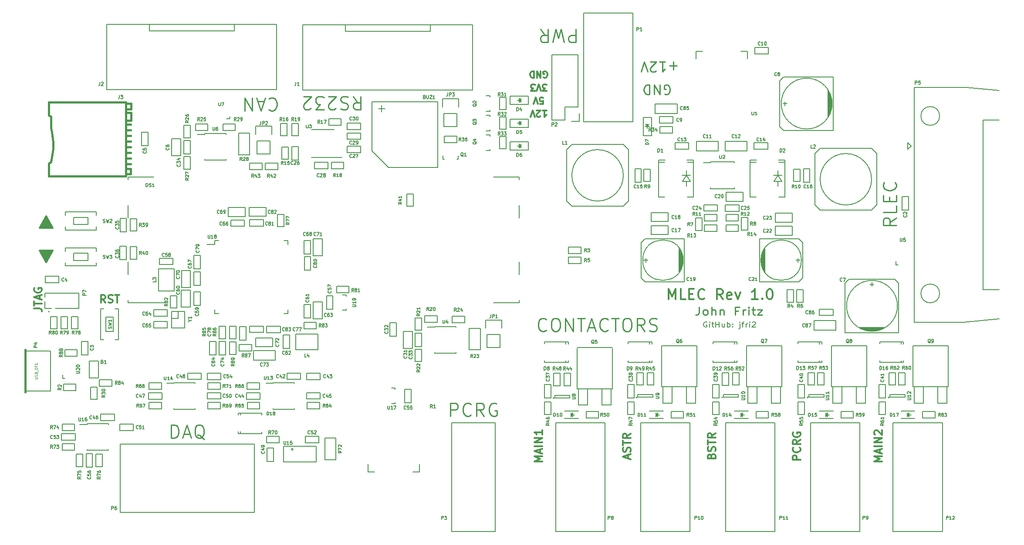
<source format=gbr>
G04 #@! TF.FileFunction,Legend,Top*
%FSLAX46Y46*%
G04 Gerber Fmt 4.6, Leading zero omitted, Abs format (unit mm)*
G04 Created by KiCad (PCBNEW 4.0.2-stable) date 4/21/2016 11:29:13 AM*
%MOMM*%
G01*
G04 APERTURE LIST*
%ADD10C,0.100000*%
%ADD11C,0.300000*%
%ADD12C,0.200000*%
%ADD13C,0.254000*%
%ADD14C,0.203200*%
%ADD15C,0.150000*%
%ADD16C,0.130000*%
%ADD17C,0.200660*%
%ADD18C,0.381000*%
%ADD19C,0.127140*%
%ADD20C,0.099060*%
G04 APERTURE END LIST*
D10*
D11*
X58106571Y-98270000D02*
X59178000Y-98270000D01*
X59392286Y-98341428D01*
X59535143Y-98484285D01*
X59606571Y-98698571D01*
X59606571Y-98841428D01*
X58106571Y-97770000D02*
X58106571Y-96912857D01*
X59606571Y-97341428D02*
X58106571Y-97341428D01*
X59178000Y-96484286D02*
X59178000Y-95770000D01*
X59606571Y-96627143D02*
X58106571Y-96127143D01*
X59606571Y-95627143D01*
X58178000Y-94341429D02*
X58106571Y-94484286D01*
X58106571Y-94698572D01*
X58178000Y-94912857D01*
X58320857Y-95055715D01*
X58463714Y-95127143D01*
X58749429Y-95198572D01*
X58963714Y-95198572D01*
X59249429Y-95127143D01*
X59392286Y-95055715D01*
X59535143Y-94912857D01*
X59606571Y-94698572D01*
X59606571Y-94555715D01*
X59535143Y-94341429D01*
X59463714Y-94270000D01*
X58963714Y-94270000D01*
X58963714Y-94555715D01*
D12*
X61049803Y-98933000D02*
G75*
G03X61049803Y-98933000I-89803J0D01*
G01*
D13*
X139034762Y-119259048D02*
X139034762Y-116719048D01*
X140002381Y-116719048D01*
X140244286Y-116840000D01*
X140365238Y-116960952D01*
X140486190Y-117202857D01*
X140486190Y-117565714D01*
X140365238Y-117807619D01*
X140244286Y-117928571D01*
X140002381Y-118049524D01*
X139034762Y-118049524D01*
X143026190Y-119017143D02*
X142905238Y-119138095D01*
X142542381Y-119259048D01*
X142300476Y-119259048D01*
X141937619Y-119138095D01*
X141695714Y-118896190D01*
X141574762Y-118654286D01*
X141453810Y-118170476D01*
X141453810Y-117807619D01*
X141574762Y-117323810D01*
X141695714Y-117081905D01*
X141937619Y-116840000D01*
X142300476Y-116719048D01*
X142542381Y-116719048D01*
X142905238Y-116840000D01*
X143026190Y-116960952D01*
X145566190Y-119259048D02*
X144719524Y-118049524D01*
X144114762Y-119259048D02*
X144114762Y-116719048D01*
X145082381Y-116719048D01*
X145324286Y-116840000D01*
X145445238Y-116960952D01*
X145566190Y-117202857D01*
X145566190Y-117565714D01*
X145445238Y-117807619D01*
X145324286Y-117928571D01*
X145082381Y-118049524D01*
X144114762Y-118049524D01*
X147985238Y-116840000D02*
X147743333Y-116719048D01*
X147380476Y-116719048D01*
X147017619Y-116840000D01*
X146775714Y-117081905D01*
X146654762Y-117323810D01*
X146533810Y-117807619D01*
X146533810Y-118170476D01*
X146654762Y-118654286D01*
X146775714Y-118896190D01*
X147017619Y-119138095D01*
X147380476Y-119259048D01*
X147622381Y-119259048D01*
X147985238Y-119138095D01*
X148106190Y-119017143D01*
X148106190Y-118170476D01*
X147622381Y-118170476D01*
D11*
X157159333Y-53328000D02*
X157277999Y-53387333D01*
X157455999Y-53387333D01*
X157633999Y-53328000D01*
X157752666Y-53209333D01*
X157811999Y-53090667D01*
X157871333Y-52853333D01*
X157871333Y-52675333D01*
X157811999Y-52438000D01*
X157752666Y-52319333D01*
X157633999Y-52200667D01*
X157455999Y-52141333D01*
X157337333Y-52141333D01*
X157159333Y-52200667D01*
X157099999Y-52260000D01*
X157099999Y-52675333D01*
X157337333Y-52675333D01*
X156565999Y-52141333D02*
X156565999Y-53387333D01*
X155853999Y-52141333D01*
X155853999Y-53387333D01*
X155260666Y-52141333D02*
X155260666Y-53387333D01*
X154964000Y-53387333D01*
X154786000Y-53328000D01*
X154667333Y-53209333D01*
X154608000Y-53090667D01*
X154548666Y-52853333D01*
X154548666Y-52675333D01*
X154608000Y-52438000D01*
X154667333Y-52319333D01*
X154786000Y-52200667D01*
X154964000Y-52141333D01*
X155260666Y-52141333D01*
X157752667Y-55927333D02*
X156981334Y-55927333D01*
X157396667Y-55452667D01*
X157218667Y-55452667D01*
X157100000Y-55393333D01*
X157040667Y-55334000D01*
X156981334Y-55215333D01*
X156981334Y-54918667D01*
X157040667Y-54800000D01*
X157100000Y-54740667D01*
X157218667Y-54681333D01*
X157574667Y-54681333D01*
X157693334Y-54740667D01*
X157752667Y-54800000D01*
X156625333Y-55927333D02*
X156210000Y-54681333D01*
X155794667Y-55927333D01*
X155498000Y-55927333D02*
X154726667Y-55927333D01*
X155142000Y-55452667D01*
X154964000Y-55452667D01*
X154845333Y-55393333D01*
X154786000Y-55334000D01*
X154726667Y-55215333D01*
X154726667Y-54918667D01*
X154786000Y-54800000D01*
X154845333Y-54740667D01*
X154964000Y-54681333D01*
X155320000Y-54681333D01*
X155438667Y-54740667D01*
X155498000Y-54800000D01*
X156447333Y-58467333D02*
X157040666Y-58467333D01*
X157100000Y-57874000D01*
X157040666Y-57933333D01*
X156922000Y-57992667D01*
X156625333Y-57992667D01*
X156506666Y-57933333D01*
X156447333Y-57874000D01*
X156388000Y-57755333D01*
X156388000Y-57458667D01*
X156447333Y-57340000D01*
X156506666Y-57280667D01*
X156625333Y-57221333D01*
X156922000Y-57221333D01*
X157040666Y-57280667D01*
X157100000Y-57340000D01*
X156031999Y-58467333D02*
X155616666Y-57221333D01*
X155201333Y-58467333D01*
X156981334Y-59761333D02*
X157693334Y-59761333D01*
X157337334Y-59761333D02*
X157337334Y-61007333D01*
X157456000Y-60829333D01*
X157574667Y-60710667D01*
X157693334Y-60651333D01*
X156506667Y-60888667D02*
X156447333Y-60948000D01*
X156328667Y-61007333D01*
X156032000Y-61007333D01*
X155913333Y-60948000D01*
X155854000Y-60888667D01*
X155794667Y-60770000D01*
X155794667Y-60651333D01*
X155854000Y-60473333D01*
X156566000Y-59761333D01*
X155794667Y-59761333D01*
X155438666Y-61007333D02*
X155023333Y-59761333D01*
X154608000Y-61007333D01*
X181452764Y-96550238D02*
X181452764Y-94518238D01*
X182130097Y-95969667D01*
X182807430Y-94518238D01*
X182807430Y-96550238D01*
X184742669Y-96550238D02*
X183775050Y-96550238D01*
X183775050Y-94518238D01*
X185420002Y-95485857D02*
X186097335Y-95485857D01*
X186387621Y-96550238D02*
X185420002Y-96550238D01*
X185420002Y-94518238D01*
X186387621Y-94518238D01*
X188419620Y-96356714D02*
X188322858Y-96453476D01*
X188032573Y-96550238D01*
X187839049Y-96550238D01*
X187548763Y-96453476D01*
X187355239Y-96259952D01*
X187258478Y-96066429D01*
X187161716Y-95679381D01*
X187161716Y-95389095D01*
X187258478Y-95002048D01*
X187355239Y-94808524D01*
X187548763Y-94615000D01*
X187839049Y-94518238D01*
X188032573Y-94518238D01*
X188322858Y-94615000D01*
X188419620Y-94711762D01*
X191999810Y-96550238D02*
X191322477Y-95582619D01*
X190838668Y-96550238D02*
X190838668Y-94518238D01*
X191612763Y-94518238D01*
X191806287Y-94615000D01*
X191903048Y-94711762D01*
X191999810Y-94905286D01*
X191999810Y-95195571D01*
X191903048Y-95389095D01*
X191806287Y-95485857D01*
X191612763Y-95582619D01*
X190838668Y-95582619D01*
X193644763Y-96453476D02*
X193451239Y-96550238D01*
X193064191Y-96550238D01*
X192870668Y-96453476D01*
X192773906Y-96259952D01*
X192773906Y-95485857D01*
X192870668Y-95292333D01*
X193064191Y-95195571D01*
X193451239Y-95195571D01*
X193644763Y-95292333D01*
X193741525Y-95485857D01*
X193741525Y-95679381D01*
X192773906Y-95872905D01*
X194418858Y-95195571D02*
X194902667Y-96550238D01*
X195386477Y-95195571D01*
X198773142Y-96550238D02*
X197612000Y-96550238D01*
X198192571Y-96550238D02*
X198192571Y-94518238D01*
X197999047Y-94808524D01*
X197805523Y-95002048D01*
X197612000Y-95098810D01*
X199644000Y-96356714D02*
X199740761Y-96453476D01*
X199644000Y-96550238D01*
X199547238Y-96453476D01*
X199644000Y-96356714D01*
X199644000Y-96550238D01*
X200998666Y-94518238D02*
X201192190Y-94518238D01*
X201385714Y-94615000D01*
X201482476Y-94711762D01*
X201579238Y-94905286D01*
X201675999Y-95292333D01*
X201675999Y-95776143D01*
X201579238Y-96163190D01*
X201482476Y-96356714D01*
X201385714Y-96453476D01*
X201192190Y-96550238D01*
X200998666Y-96550238D01*
X200805142Y-96453476D01*
X200708380Y-96356714D01*
X200611619Y-96163190D01*
X200514857Y-95776143D01*
X200514857Y-95292333D01*
X200611619Y-94905286D01*
X200708380Y-94711762D01*
X200805142Y-94615000D01*
X200998666Y-94518238D01*
X71949572Y-97198571D02*
X71449572Y-96484286D01*
X71092429Y-97198571D02*
X71092429Y-95698571D01*
X71663857Y-95698571D01*
X71806715Y-95770000D01*
X71878143Y-95841429D01*
X71949572Y-95984286D01*
X71949572Y-96198571D01*
X71878143Y-96341429D01*
X71806715Y-96412857D01*
X71663857Y-96484286D01*
X71092429Y-96484286D01*
X72521000Y-97127143D02*
X72735286Y-97198571D01*
X73092429Y-97198571D01*
X73235286Y-97127143D01*
X73306715Y-97055714D01*
X73378143Y-96912857D01*
X73378143Y-96770000D01*
X73306715Y-96627143D01*
X73235286Y-96555714D01*
X73092429Y-96484286D01*
X72806715Y-96412857D01*
X72663857Y-96341429D01*
X72592429Y-96270000D01*
X72521000Y-96127143D01*
X72521000Y-95984286D01*
X72592429Y-95841429D01*
X72663857Y-95770000D01*
X72806715Y-95698571D01*
X73163857Y-95698571D01*
X73378143Y-95770000D01*
X73806714Y-95698571D02*
X74663857Y-95698571D01*
X74235286Y-97198571D02*
X74235286Y-95698571D01*
D14*
X188879886Y-100965000D02*
X188770895Y-100916619D01*
X188607410Y-100916619D01*
X188443924Y-100965000D01*
X188334933Y-101061762D01*
X188280438Y-101158524D01*
X188225943Y-101352048D01*
X188225943Y-101497190D01*
X188280438Y-101690714D01*
X188334933Y-101787476D01*
X188443924Y-101884238D01*
X188607410Y-101932619D01*
X188716400Y-101932619D01*
X188879886Y-101884238D01*
X188934381Y-101835857D01*
X188934381Y-101497190D01*
X188716400Y-101497190D01*
X189424838Y-101932619D02*
X189424838Y-101255286D01*
X189424838Y-100916619D02*
X189370343Y-100965000D01*
X189424838Y-101013381D01*
X189479333Y-100965000D01*
X189424838Y-100916619D01*
X189424838Y-101013381D01*
X189806304Y-101255286D02*
X190242266Y-101255286D01*
X189969790Y-100916619D02*
X189969790Y-101787476D01*
X190024285Y-101884238D01*
X190133276Y-101932619D01*
X190242266Y-101932619D01*
X190623733Y-101932619D02*
X190623733Y-100916619D01*
X190623733Y-101400429D02*
X191277676Y-101400429D01*
X191277676Y-101932619D02*
X191277676Y-100916619D01*
X192313085Y-101255286D02*
X192313085Y-101932619D01*
X191822628Y-101255286D02*
X191822628Y-101787476D01*
X191877123Y-101884238D01*
X191986114Y-101932619D01*
X192149600Y-101932619D01*
X192258590Y-101884238D01*
X192313085Y-101835857D01*
X192858038Y-101932619D02*
X192858038Y-100916619D01*
X192858038Y-101303667D02*
X192967029Y-101255286D01*
X193185010Y-101255286D01*
X193294000Y-101303667D01*
X193348495Y-101352048D01*
X193402991Y-101448810D01*
X193402991Y-101739095D01*
X193348495Y-101835857D01*
X193294000Y-101884238D01*
X193185010Y-101932619D01*
X192967029Y-101932619D01*
X192858038Y-101884238D01*
X193893448Y-101835857D02*
X193947943Y-101884238D01*
X193893448Y-101932619D01*
X193838953Y-101884238D01*
X193893448Y-101835857D01*
X193893448Y-101932619D01*
X193893448Y-101303667D02*
X193947943Y-101352048D01*
X193893448Y-101400429D01*
X193838953Y-101352048D01*
X193893448Y-101303667D01*
X193893448Y-101400429D01*
X195310324Y-101255286D02*
X195310324Y-102126143D01*
X195255829Y-102222905D01*
X195146838Y-102271286D01*
X195092343Y-102271286D01*
X195310324Y-100916619D02*
X195255829Y-100965000D01*
X195310324Y-101013381D01*
X195364819Y-100965000D01*
X195310324Y-100916619D01*
X195310324Y-101013381D01*
X195691790Y-101255286D02*
X196127752Y-101255286D01*
X195855276Y-101932619D02*
X195855276Y-101061762D01*
X195909771Y-100965000D01*
X196018762Y-100916619D01*
X196127752Y-100916619D01*
X196509219Y-101932619D02*
X196509219Y-101255286D01*
X196509219Y-101448810D02*
X196563714Y-101352048D01*
X196618210Y-101303667D01*
X196727200Y-101255286D01*
X196836191Y-101255286D01*
X197217657Y-101932619D02*
X197217657Y-101255286D01*
X197217657Y-100916619D02*
X197163162Y-100965000D01*
X197217657Y-101013381D01*
X197272152Y-100965000D01*
X197217657Y-100916619D01*
X197217657Y-101013381D01*
X197708114Y-101013381D02*
X197762609Y-100965000D01*
X197871600Y-100916619D01*
X198144076Y-100916619D01*
X198253066Y-100965000D01*
X198307562Y-101013381D01*
X198362057Y-101110143D01*
X198362057Y-101206905D01*
X198307562Y-101352048D01*
X197653619Y-101932619D01*
X198362057Y-101932619D01*
D13*
X187367332Y-98043571D02*
X187367332Y-99115000D01*
X187282666Y-99329286D01*
X187113332Y-99472143D01*
X186859332Y-99543571D01*
X186689999Y-99543571D01*
X188467999Y-99543571D02*
X188298666Y-99472143D01*
X188213999Y-99400714D01*
X188129333Y-99257857D01*
X188129333Y-98829286D01*
X188213999Y-98686429D01*
X188298666Y-98615000D01*
X188467999Y-98543571D01*
X188721999Y-98543571D01*
X188891333Y-98615000D01*
X188975999Y-98686429D01*
X189060666Y-98829286D01*
X189060666Y-99257857D01*
X188975999Y-99400714D01*
X188891333Y-99472143D01*
X188721999Y-99543571D01*
X188467999Y-99543571D01*
X189822666Y-99543571D02*
X189822666Y-98043571D01*
X190584666Y-99543571D02*
X190584666Y-98757857D01*
X190500000Y-98615000D01*
X190330666Y-98543571D01*
X190076666Y-98543571D01*
X189907333Y-98615000D01*
X189822666Y-98686429D01*
X191431333Y-98543571D02*
X191431333Y-99543571D01*
X191431333Y-98686429D02*
X191516000Y-98615000D01*
X191685333Y-98543571D01*
X191939333Y-98543571D01*
X192108667Y-98615000D01*
X192193333Y-98757857D01*
X192193333Y-99543571D01*
X194987334Y-98757857D02*
X194394667Y-98757857D01*
X194394667Y-99543571D02*
X194394667Y-98043571D01*
X195241334Y-98043571D01*
X195918667Y-99543571D02*
X195918667Y-98543571D01*
X195918667Y-98829286D02*
X196003334Y-98686429D01*
X196088001Y-98615000D01*
X196257334Y-98543571D01*
X196426667Y-98543571D01*
X197019334Y-99543571D02*
X197019334Y-98543571D01*
X197019334Y-98043571D02*
X196934668Y-98115000D01*
X197019334Y-98186429D01*
X197104001Y-98115000D01*
X197019334Y-98043571D01*
X197019334Y-98186429D01*
X197612001Y-98543571D02*
X198289335Y-98543571D01*
X197866001Y-98043571D02*
X197866001Y-99329286D01*
X197950668Y-99472143D01*
X198120001Y-99543571D01*
X198289335Y-99543571D01*
X198712668Y-98543571D02*
X199644001Y-98543571D01*
X198712668Y-99543571D01*
X199644001Y-99543571D01*
D12*
X86106000Y-100266500D02*
X84836000Y-100266500D01*
X86106000Y-100203000D02*
X86106000Y-100266500D01*
X86106000Y-98869500D02*
X86106000Y-100203000D01*
D13*
X120129906Y-57016952D02*
X120976572Y-58226476D01*
X121581334Y-57016952D02*
X121581334Y-59556952D01*
X120613715Y-59556952D01*
X120371810Y-59436000D01*
X120250858Y-59315048D01*
X120129906Y-59073143D01*
X120129906Y-58710286D01*
X120250858Y-58468381D01*
X120371810Y-58347429D01*
X120613715Y-58226476D01*
X121581334Y-58226476D01*
X119162286Y-57137905D02*
X118799429Y-57016952D01*
X118194667Y-57016952D01*
X117952763Y-57137905D01*
X117831810Y-57258857D01*
X117710858Y-57500762D01*
X117710858Y-57742667D01*
X117831810Y-57984571D01*
X117952763Y-58105524D01*
X118194667Y-58226476D01*
X118678477Y-58347429D01*
X118920382Y-58468381D01*
X119041334Y-58589333D01*
X119162286Y-58831238D01*
X119162286Y-59073143D01*
X119041334Y-59315048D01*
X118920382Y-59436000D01*
X118678477Y-59556952D01*
X118073715Y-59556952D01*
X117710858Y-59436000D01*
X116743238Y-59315048D02*
X116622286Y-59436000D01*
X116380381Y-59556952D01*
X115775619Y-59556952D01*
X115533715Y-59436000D01*
X115412762Y-59315048D01*
X115291810Y-59073143D01*
X115291810Y-58831238D01*
X115412762Y-58468381D01*
X116864191Y-57016952D01*
X115291810Y-57016952D01*
X114445143Y-59556952D02*
X112872762Y-59556952D01*
X113719429Y-58589333D01*
X113356571Y-58589333D01*
X113114667Y-58468381D01*
X112993714Y-58347429D01*
X112872762Y-58105524D01*
X112872762Y-57500762D01*
X112993714Y-57258857D01*
X113114667Y-57137905D01*
X113356571Y-57016952D01*
X114082286Y-57016952D01*
X114324190Y-57137905D01*
X114445143Y-57258857D01*
X111905142Y-59315048D02*
X111784190Y-59436000D01*
X111542285Y-59556952D01*
X110937523Y-59556952D01*
X110695619Y-59436000D01*
X110574666Y-59315048D01*
X110453714Y-59073143D01*
X110453714Y-58831238D01*
X110574666Y-58468381D01*
X112026095Y-57016952D01*
X110453714Y-57016952D01*
D11*
X61594857Y-87177714D02*
X61594857Y-87034857D01*
X61452000Y-87463429D02*
X61452000Y-87034857D01*
X61309143Y-87749143D02*
X61309143Y-87034857D01*
X61166286Y-88034857D02*
X61166286Y-87034857D01*
X61023429Y-88177714D02*
X61023429Y-87034857D01*
X60880572Y-88463429D02*
X60880572Y-87034857D01*
X60737714Y-88749143D02*
X60737714Y-87034857D01*
X60594857Y-89034857D02*
X60594857Y-87034857D01*
X60452000Y-89320571D02*
X60452000Y-87034857D01*
X60309143Y-89034857D02*
X60309143Y-87034857D01*
X60166286Y-88749143D02*
X60166286Y-87034857D01*
X60023429Y-88463429D02*
X60023429Y-87034857D01*
X59880572Y-88177714D02*
X59880572Y-87034857D01*
X59737714Y-88034857D02*
X59737714Y-87034857D01*
X59594857Y-87749143D02*
X59594857Y-87034857D01*
X59452000Y-87463429D02*
X59452000Y-87034857D01*
X59309143Y-87034857D02*
X60452000Y-89177714D01*
X61594857Y-87034857D01*
X59309143Y-87177714D02*
X59309143Y-87034857D01*
X60452000Y-89320571D02*
X59166286Y-87034857D01*
X61737714Y-87034857D01*
X60452000Y-89320571D01*
X59309143Y-82494286D02*
X59309143Y-82637143D01*
X59452000Y-82208571D02*
X59452000Y-82637143D01*
X59594857Y-81922857D02*
X59594857Y-82637143D01*
X59737714Y-81637143D02*
X59737714Y-82637143D01*
X59880571Y-81494286D02*
X59880571Y-82637143D01*
X60023428Y-81208571D02*
X60023428Y-82637143D01*
X60166286Y-80922857D02*
X60166286Y-82637143D01*
X60309143Y-80637143D02*
X60309143Y-82637143D01*
X60452000Y-80351429D02*
X60452000Y-82637143D01*
X60594857Y-80637143D02*
X60594857Y-82637143D01*
X60737714Y-80922857D02*
X60737714Y-82637143D01*
X60880571Y-81208571D02*
X60880571Y-82637143D01*
X61023428Y-81494286D02*
X61023428Y-82637143D01*
X61166286Y-81637143D02*
X61166286Y-82637143D01*
X61309143Y-81922857D02*
X61309143Y-82637143D01*
X61452000Y-82208571D02*
X61452000Y-82637143D01*
X61594857Y-82637143D02*
X60452000Y-80494286D01*
X59309143Y-82637143D01*
X61594857Y-82494286D02*
X61594857Y-82637143D01*
X60452000Y-80351429D02*
X61737714Y-82637143D01*
X59166286Y-82637143D01*
X60452000Y-80351429D01*
D13*
X180648428Y-56578500D02*
X180829857Y-56669214D01*
X181102000Y-56669214D01*
X181374143Y-56578500D01*
X181555571Y-56397071D01*
X181646286Y-56215643D01*
X181737000Y-55852786D01*
X181737000Y-55580643D01*
X181646286Y-55217786D01*
X181555571Y-55036357D01*
X181374143Y-54854929D01*
X181102000Y-54764214D01*
X180920571Y-54764214D01*
X180648428Y-54854929D01*
X180557714Y-54945643D01*
X180557714Y-55580643D01*
X180920571Y-55580643D01*
X179741286Y-54764214D02*
X179741286Y-56669214D01*
X178652714Y-54764214D01*
X178652714Y-56669214D01*
X177745572Y-54764214D02*
X177745572Y-56669214D01*
X177292000Y-56669214D01*
X177019857Y-56578500D01*
X176838429Y-56397071D01*
X176747714Y-56215643D01*
X176657000Y-55852786D01*
X176657000Y-55580643D01*
X176747714Y-55217786D01*
X176838429Y-55036357D01*
X177019857Y-54854929D01*
X177292000Y-54764214D01*
X177745572Y-54764214D01*
X183061429Y-51044929D02*
X181610000Y-51044929D01*
X182335714Y-50319214D02*
X182335714Y-51770643D01*
X179705000Y-50319214D02*
X180793572Y-50319214D01*
X180249286Y-50319214D02*
X180249286Y-52224214D01*
X180430715Y-51952071D01*
X180612143Y-51770643D01*
X180793572Y-51679929D01*
X178979286Y-52042786D02*
X178888572Y-52133500D01*
X178707143Y-52224214D01*
X178253572Y-52224214D01*
X178072143Y-52133500D01*
X177981429Y-52042786D01*
X177890714Y-51861357D01*
X177890714Y-51679929D01*
X177981429Y-51407786D01*
X179070000Y-50319214D01*
X177890714Y-50319214D01*
X177346428Y-52224214D02*
X176711428Y-50319214D01*
X176076428Y-52224214D01*
X163406666Y-43935952D02*
X163406666Y-46475952D01*
X162439047Y-46475952D01*
X162197142Y-46355000D01*
X162076190Y-46234048D01*
X161955238Y-45992143D01*
X161955238Y-45629286D01*
X162076190Y-45387381D01*
X162197142Y-45266429D01*
X162439047Y-45145476D01*
X163406666Y-45145476D01*
X161108571Y-46475952D02*
X160503809Y-43935952D01*
X160019999Y-45750238D01*
X159536190Y-43935952D01*
X158931428Y-46475952D01*
X156512381Y-43935952D02*
X157359047Y-45145476D01*
X157963809Y-43935952D02*
X157963809Y-46475952D01*
X156996190Y-46475952D01*
X156754285Y-46355000D01*
X156633333Y-46234048D01*
X156512381Y-45992143D01*
X156512381Y-45629286D01*
X156633333Y-45387381D01*
X156754285Y-45266429D01*
X156996190Y-45145476D01*
X157963809Y-45145476D01*
X103740857Y-57512857D02*
X103861809Y-57391905D01*
X104224666Y-57270952D01*
X104466571Y-57270952D01*
X104829428Y-57391905D01*
X105071333Y-57633810D01*
X105192285Y-57875714D01*
X105313237Y-58359524D01*
X105313237Y-58722381D01*
X105192285Y-59206190D01*
X105071333Y-59448095D01*
X104829428Y-59690000D01*
X104466571Y-59810952D01*
X104224666Y-59810952D01*
X103861809Y-59690000D01*
X103740857Y-59569048D01*
X102773237Y-57996667D02*
X101563714Y-57996667D01*
X103015142Y-57270952D02*
X102168476Y-59810952D01*
X101321809Y-57270952D01*
X100475142Y-57270952D02*
X100475142Y-59810952D01*
X99023714Y-57270952D01*
X99023714Y-59810952D01*
X84774315Y-123500848D02*
X84774315Y-120960848D01*
X85379077Y-120960848D01*
X85741934Y-121081800D01*
X85983839Y-121323705D01*
X86104791Y-121565610D01*
X86225743Y-122049419D01*
X86225743Y-122412276D01*
X86104791Y-122896086D01*
X85983839Y-123137990D01*
X85741934Y-123379895D01*
X85379077Y-123500848D01*
X84774315Y-123500848D01*
X87193363Y-122775133D02*
X88402886Y-122775133D01*
X86951458Y-123500848D02*
X87798124Y-120960848D01*
X88644791Y-123500848D01*
X91184791Y-123742752D02*
X90942886Y-123621800D01*
X90700982Y-123379895D01*
X90338125Y-123017038D01*
X90096220Y-122896086D01*
X89854315Y-122896086D01*
X89975267Y-123500848D02*
X89733363Y-123379895D01*
X89491458Y-123137990D01*
X89370506Y-122654181D01*
X89370506Y-121807514D01*
X89491458Y-121323705D01*
X89733363Y-121081800D01*
X89975267Y-120960848D01*
X90459077Y-120960848D01*
X90700982Y-121081800D01*
X90942886Y-121323705D01*
X91063839Y-121807514D01*
X91063839Y-122654181D01*
X90942886Y-123137990D01*
X90700982Y-123379895D01*
X90459077Y-123500848D01*
X89975267Y-123500848D01*
X225685048Y-80638952D02*
X224475524Y-81485618D01*
X225685048Y-82090380D02*
X223145048Y-82090380D01*
X223145048Y-81122761D01*
X223266000Y-80880856D01*
X223386952Y-80759904D01*
X223628857Y-80638952D01*
X223991714Y-80638952D01*
X224233619Y-80759904D01*
X224354571Y-80880856D01*
X224475524Y-81122761D01*
X224475524Y-82090380D01*
X225685048Y-78340856D02*
X225685048Y-79550380D01*
X223145048Y-79550380D01*
X224354571Y-77494190D02*
X224354571Y-76647523D01*
X225685048Y-76284666D02*
X225685048Y-77494190D01*
X223145048Y-77494190D01*
X223145048Y-76284666D01*
X225443143Y-73744667D02*
X225564095Y-73865619D01*
X225685048Y-74228476D01*
X225685048Y-74470381D01*
X225564095Y-74833238D01*
X225322190Y-75075143D01*
X225080286Y-75196095D01*
X224596476Y-75317047D01*
X224233619Y-75317047D01*
X223749810Y-75196095D01*
X223507905Y-75075143D01*
X223266000Y-74833238D01*
X223145048Y-74470381D01*
X223145048Y-74228476D01*
X223266000Y-73865619D01*
X223386952Y-73744667D01*
X157661429Y-102507143D02*
X157540477Y-102628095D01*
X157177620Y-102749048D01*
X156935715Y-102749048D01*
X156572858Y-102628095D01*
X156330953Y-102386190D01*
X156210001Y-102144286D01*
X156089049Y-101660476D01*
X156089049Y-101297619D01*
X156210001Y-100813810D01*
X156330953Y-100571905D01*
X156572858Y-100330000D01*
X156935715Y-100209048D01*
X157177620Y-100209048D01*
X157540477Y-100330000D01*
X157661429Y-100450952D01*
X159233810Y-100209048D02*
X159717620Y-100209048D01*
X159959525Y-100330000D01*
X160201429Y-100571905D01*
X160322382Y-101055714D01*
X160322382Y-101902381D01*
X160201429Y-102386190D01*
X159959525Y-102628095D01*
X159717620Y-102749048D01*
X159233810Y-102749048D01*
X158991906Y-102628095D01*
X158750001Y-102386190D01*
X158629049Y-101902381D01*
X158629049Y-101055714D01*
X158750001Y-100571905D01*
X158991906Y-100330000D01*
X159233810Y-100209048D01*
X161410953Y-102749048D02*
X161410953Y-100209048D01*
X162862381Y-102749048D01*
X162862381Y-100209048D01*
X163709048Y-100209048D02*
X165160476Y-100209048D01*
X164434762Y-102749048D02*
X164434762Y-100209048D01*
X165886191Y-102023333D02*
X167095714Y-102023333D01*
X165644286Y-102749048D02*
X166490952Y-100209048D01*
X167337619Y-102749048D01*
X169635714Y-102507143D02*
X169514762Y-102628095D01*
X169151905Y-102749048D01*
X168910000Y-102749048D01*
X168547143Y-102628095D01*
X168305238Y-102386190D01*
X168184286Y-102144286D01*
X168063334Y-101660476D01*
X168063334Y-101297619D01*
X168184286Y-100813810D01*
X168305238Y-100571905D01*
X168547143Y-100330000D01*
X168910000Y-100209048D01*
X169151905Y-100209048D01*
X169514762Y-100330000D01*
X169635714Y-100450952D01*
X170361429Y-100209048D02*
X171812857Y-100209048D01*
X171087143Y-102749048D02*
X171087143Y-100209048D01*
X173143333Y-100209048D02*
X173627143Y-100209048D01*
X173869048Y-100330000D01*
X174110952Y-100571905D01*
X174231905Y-101055714D01*
X174231905Y-101902381D01*
X174110952Y-102386190D01*
X173869048Y-102628095D01*
X173627143Y-102749048D01*
X173143333Y-102749048D01*
X172901429Y-102628095D01*
X172659524Y-102386190D01*
X172538572Y-101902381D01*
X172538572Y-101055714D01*
X172659524Y-100571905D01*
X172901429Y-100330000D01*
X173143333Y-100209048D01*
X176771904Y-102749048D02*
X175925238Y-101539524D01*
X175320476Y-102749048D02*
X175320476Y-100209048D01*
X176288095Y-100209048D01*
X176530000Y-100330000D01*
X176650952Y-100450952D01*
X176771904Y-100692857D01*
X176771904Y-101055714D01*
X176650952Y-101297619D01*
X176530000Y-101418571D01*
X176288095Y-101539524D01*
X175320476Y-101539524D01*
X177739524Y-102628095D02*
X178102381Y-102749048D01*
X178707143Y-102749048D01*
X178949047Y-102628095D01*
X179070000Y-102507143D01*
X179190952Y-102265238D01*
X179190952Y-102023333D01*
X179070000Y-101781429D01*
X178949047Y-101660476D01*
X178707143Y-101539524D01*
X178223333Y-101418571D01*
X177981428Y-101297619D01*
X177860476Y-101176667D01*
X177739524Y-100934762D01*
X177739524Y-100692857D01*
X177860476Y-100450952D01*
X177981428Y-100330000D01*
X178223333Y-100209048D01*
X178828095Y-100209048D01*
X179190952Y-100330000D01*
D11*
X189757857Y-127023571D02*
X189829286Y-126809285D01*
X189900714Y-126737857D01*
X190043571Y-126666428D01*
X190257857Y-126666428D01*
X190400714Y-126737857D01*
X190472143Y-126809285D01*
X190543571Y-126952143D01*
X190543571Y-127523571D01*
X189043571Y-127523571D01*
X189043571Y-127023571D01*
X189115000Y-126880714D01*
X189186429Y-126809285D01*
X189329286Y-126737857D01*
X189472143Y-126737857D01*
X189615000Y-126809285D01*
X189686429Y-126880714D01*
X189757857Y-127023571D01*
X189757857Y-127523571D01*
X190472143Y-126095000D02*
X190543571Y-125880714D01*
X190543571Y-125523571D01*
X190472143Y-125380714D01*
X190400714Y-125309285D01*
X190257857Y-125237857D01*
X190115000Y-125237857D01*
X189972143Y-125309285D01*
X189900714Y-125380714D01*
X189829286Y-125523571D01*
X189757857Y-125809285D01*
X189686429Y-125952143D01*
X189615000Y-126023571D01*
X189472143Y-126095000D01*
X189329286Y-126095000D01*
X189186429Y-126023571D01*
X189115000Y-125952143D01*
X189043571Y-125809285D01*
X189043571Y-125452143D01*
X189115000Y-125237857D01*
X189043571Y-124809286D02*
X189043571Y-123952143D01*
X190543571Y-124380714D02*
X189043571Y-124380714D01*
X190543571Y-122595000D02*
X189829286Y-123095000D01*
X190543571Y-123452143D02*
X189043571Y-123452143D01*
X189043571Y-122880715D01*
X189115000Y-122737857D01*
X189186429Y-122666429D01*
X189329286Y-122595000D01*
X189543571Y-122595000D01*
X189686429Y-122666429D01*
X189757857Y-122737857D01*
X189829286Y-122880715D01*
X189829286Y-123452143D01*
X222928571Y-128095000D02*
X221428571Y-128095000D01*
X222500000Y-127595000D01*
X221428571Y-127095000D01*
X222928571Y-127095000D01*
X222500000Y-126452143D02*
X222500000Y-125737857D01*
X222928571Y-126595000D02*
X221428571Y-126095000D01*
X222928571Y-125595000D01*
X222928571Y-125095000D02*
X221428571Y-125095000D01*
X222928571Y-124380714D02*
X221428571Y-124380714D01*
X222928571Y-123523571D01*
X221428571Y-123523571D01*
X221571429Y-122880714D02*
X221500000Y-122809285D01*
X221428571Y-122666428D01*
X221428571Y-122309285D01*
X221500000Y-122166428D01*
X221571429Y-122094999D01*
X221714286Y-122023571D01*
X221857143Y-122023571D01*
X222071429Y-122094999D01*
X222928571Y-122952142D01*
X222928571Y-122023571D01*
X207053571Y-127737857D02*
X205553571Y-127737857D01*
X205553571Y-127166429D01*
X205625000Y-127023571D01*
X205696429Y-126952143D01*
X205839286Y-126880714D01*
X206053571Y-126880714D01*
X206196429Y-126952143D01*
X206267857Y-127023571D01*
X206339286Y-127166429D01*
X206339286Y-127737857D01*
X206910714Y-125380714D02*
X206982143Y-125452143D01*
X207053571Y-125666429D01*
X207053571Y-125809286D01*
X206982143Y-126023571D01*
X206839286Y-126166429D01*
X206696429Y-126237857D01*
X206410714Y-126309286D01*
X206196429Y-126309286D01*
X205910714Y-126237857D01*
X205767857Y-126166429D01*
X205625000Y-126023571D01*
X205553571Y-125809286D01*
X205553571Y-125666429D01*
X205625000Y-125452143D01*
X205696429Y-125380714D01*
X207053571Y-123880714D02*
X206339286Y-124380714D01*
X207053571Y-124737857D02*
X205553571Y-124737857D01*
X205553571Y-124166429D01*
X205625000Y-124023571D01*
X205696429Y-123952143D01*
X205839286Y-123880714D01*
X206053571Y-123880714D01*
X206196429Y-123952143D01*
X206267857Y-124023571D01*
X206339286Y-124166429D01*
X206339286Y-124737857D01*
X205625000Y-122452143D02*
X205553571Y-122595000D01*
X205553571Y-122809286D01*
X205625000Y-123023571D01*
X205767857Y-123166429D01*
X205910714Y-123237857D01*
X206196429Y-123309286D01*
X206410714Y-123309286D01*
X206696429Y-123237857D01*
X206839286Y-123166429D01*
X206982143Y-123023571D01*
X207053571Y-122809286D01*
X207053571Y-122666429D01*
X206982143Y-122452143D01*
X206910714Y-122380714D01*
X206410714Y-122380714D01*
X206410714Y-122666429D01*
X173605000Y-127487857D02*
X173605000Y-126773571D01*
X174033571Y-127630714D02*
X172533571Y-127130714D01*
X174033571Y-126630714D01*
X173962143Y-126202143D02*
X174033571Y-125987857D01*
X174033571Y-125630714D01*
X173962143Y-125487857D01*
X173890714Y-125416428D01*
X173747857Y-125345000D01*
X173605000Y-125345000D01*
X173462143Y-125416428D01*
X173390714Y-125487857D01*
X173319286Y-125630714D01*
X173247857Y-125916428D01*
X173176429Y-126059286D01*
X173105000Y-126130714D01*
X172962143Y-126202143D01*
X172819286Y-126202143D01*
X172676429Y-126130714D01*
X172605000Y-126059286D01*
X172533571Y-125916428D01*
X172533571Y-125559286D01*
X172605000Y-125345000D01*
X172533571Y-124916429D02*
X172533571Y-124059286D01*
X174033571Y-124487857D02*
X172533571Y-124487857D01*
X174033571Y-122702143D02*
X173319286Y-123202143D01*
X174033571Y-123559286D02*
X172533571Y-123559286D01*
X172533571Y-122987858D01*
X172605000Y-122845000D01*
X172676429Y-122773572D01*
X172819286Y-122702143D01*
X173033571Y-122702143D01*
X173176429Y-122773572D01*
X173247857Y-122845000D01*
X173319286Y-122987858D01*
X173319286Y-123559286D01*
X156888571Y-128095000D02*
X155388571Y-128095000D01*
X156460000Y-127595000D01*
X155388571Y-127095000D01*
X156888571Y-127095000D01*
X156460000Y-126452143D02*
X156460000Y-125737857D01*
X156888571Y-126595000D02*
X155388571Y-126095000D01*
X156888571Y-125595000D01*
X156888571Y-125095000D02*
X155388571Y-125095000D01*
X156888571Y-124380714D02*
X155388571Y-124380714D01*
X156888571Y-123523571D01*
X155388571Y-123523571D01*
X156888571Y-122023571D02*
X156888571Y-122880714D01*
X156888571Y-122452142D02*
X155388571Y-122452142D01*
X155602857Y-122594999D01*
X155745714Y-122737857D01*
X155817143Y-122880714D01*
D15*
X100012500Y-64198500D02*
X99949000Y-64198500D01*
X100012500Y-68389500D02*
X100012500Y-64198500D01*
X99949000Y-68389500D02*
X100012500Y-68389500D01*
X97853500Y-68389500D02*
X99949000Y-68389500D01*
X97853500Y-64198500D02*
X97853500Y-68389500D01*
X99949000Y-64198500D02*
X97853500Y-64198500D01*
X60160000Y-95309000D02*
X60160000Y-96109000D01*
X66810000Y-95309000D02*
X60160000Y-95309000D01*
X66810000Y-95309000D02*
X66810000Y-98259000D01*
X66810000Y-98259000D02*
X62260000Y-98259000D01*
X60160000Y-96909000D02*
X60160000Y-98259000D01*
X60160000Y-98259000D02*
X61460000Y-98259000D01*
X128285240Y-116615160D02*
X128285240Y-116566900D01*
X127584200Y-113816180D02*
X128285240Y-113816180D01*
X128285240Y-113816180D02*
X128285240Y-114065100D01*
X128285240Y-116615160D02*
X128285240Y-116815820D01*
X128285240Y-116815820D02*
X127584200Y-116815820D01*
X93205000Y-85077000D02*
X93205000Y-85837000D01*
X107455000Y-85077000D02*
X107455000Y-85837000D01*
X107455000Y-99327000D02*
X107455000Y-98567000D01*
X93205000Y-99327000D02*
X93205000Y-98567000D01*
X93205000Y-85077000D02*
X93965000Y-85077000D01*
X93205000Y-99327000D02*
X93965000Y-99327000D01*
X107455000Y-99327000D02*
X106695000Y-99327000D01*
X107455000Y-85077000D02*
X106695000Y-85077000D01*
X93205000Y-85837000D02*
X91680000Y-85837000D01*
X148717000Y-103378000D02*
X148717000Y-105918000D01*
X148997000Y-100558000D02*
X148997000Y-102108000D01*
X148717000Y-103378000D02*
X146177000Y-103378000D01*
X145897000Y-102108000D02*
X145897000Y-100558000D01*
X145897000Y-100558000D02*
X148997000Y-100558000D01*
X146177000Y-103378000D02*
X146177000Y-105918000D01*
X146177000Y-105918000D02*
X148717000Y-105918000D01*
D16*
X130175000Y-113995200D02*
X131419600Y-113995200D01*
X131419600Y-113995200D02*
X131419600Y-116636800D01*
X131419600Y-116636800D02*
X130175000Y-116636800D01*
X130175000Y-116636800D02*
X130175000Y-113995200D01*
X81356200Y-99822000D02*
X81356200Y-98577400D01*
X81356200Y-98577400D02*
X83997800Y-98577400D01*
X83997800Y-98577400D02*
X83997800Y-99822000D01*
X83997800Y-99822000D02*
X81356200Y-99822000D01*
X102666800Y-101727000D02*
X102666800Y-102971600D01*
X102666800Y-102971600D02*
X100025200Y-102971600D01*
X100025200Y-102971600D02*
X100025200Y-101727000D01*
X100025200Y-101727000D02*
X102666800Y-101727000D01*
X88519000Y-94234000D02*
X86766400Y-94234000D01*
X86766400Y-94234000D02*
X86766400Y-90932000D01*
X86766400Y-90932000D02*
X88493600Y-90932000D01*
X88493600Y-90932000D02*
X88519000Y-90932000D01*
X88519000Y-90932000D02*
X88519000Y-94234000D01*
D15*
X74884000Y-138030000D02*
X74884000Y-124680000D01*
X74884000Y-124680000D02*
X100884000Y-124680000D01*
X100884000Y-124680000D02*
X100884000Y-138030000D01*
X100884000Y-138030000D02*
X74884000Y-138030000D01*
X161214000Y-119749000D02*
X163914000Y-119749000D01*
X161214000Y-118249000D02*
X163914000Y-118249000D01*
X162714000Y-119149000D02*
X162714000Y-118899000D01*
X162714000Y-118899000D02*
X162564000Y-119049000D01*
X162464000Y-118649000D02*
X162464000Y-119349000D01*
X162814000Y-118999000D02*
X163164000Y-118999000D01*
X162464000Y-118999000D02*
X162814000Y-118649000D01*
X162814000Y-118649000D02*
X162814000Y-119349000D01*
X162814000Y-119349000D02*
X162464000Y-118999000D01*
X177724000Y-119749000D02*
X180424000Y-119749000D01*
X177724000Y-118249000D02*
X180424000Y-118249000D01*
X179224000Y-119149000D02*
X179224000Y-118899000D01*
X179224000Y-118899000D02*
X179074000Y-119049000D01*
X178974000Y-118649000D02*
X178974000Y-119349000D01*
X179324000Y-118999000D02*
X179674000Y-118999000D01*
X178974000Y-118999000D02*
X179324000Y-118649000D01*
X179324000Y-118649000D02*
X179324000Y-119349000D01*
X179324000Y-119349000D02*
X178974000Y-118999000D01*
X194234000Y-119749000D02*
X196934000Y-119749000D01*
X194234000Y-118249000D02*
X196934000Y-118249000D01*
X195734000Y-119149000D02*
X195734000Y-118899000D01*
X195734000Y-118899000D02*
X195584000Y-119049000D01*
X195484000Y-118649000D02*
X195484000Y-119349000D01*
X195834000Y-118999000D02*
X196184000Y-118999000D01*
X195484000Y-118999000D02*
X195834000Y-118649000D01*
X195834000Y-118649000D02*
X195834000Y-119349000D01*
X195834000Y-119349000D02*
X195484000Y-118999000D01*
X210744000Y-119749000D02*
X213444000Y-119749000D01*
X210744000Y-118249000D02*
X213444000Y-118249000D01*
X212244000Y-119149000D02*
X212244000Y-118899000D01*
X212244000Y-118899000D02*
X212094000Y-119049000D01*
X211994000Y-118649000D02*
X211994000Y-119349000D01*
X212344000Y-118999000D02*
X212694000Y-118999000D01*
X211994000Y-118999000D02*
X212344000Y-118649000D01*
X212344000Y-118649000D02*
X212344000Y-119349000D01*
X212344000Y-119349000D02*
X211994000Y-118999000D01*
X226619000Y-119749000D02*
X229319000Y-119749000D01*
X226619000Y-118249000D02*
X229319000Y-118249000D01*
X228119000Y-119149000D02*
X228119000Y-118899000D01*
X228119000Y-118899000D02*
X227969000Y-119049000D01*
X227869000Y-118649000D02*
X227869000Y-119349000D01*
X228219000Y-118999000D02*
X228569000Y-118999000D01*
X227869000Y-118999000D02*
X228219000Y-118649000D01*
X228219000Y-118649000D02*
X228219000Y-119349000D01*
X228219000Y-119349000D02*
X227869000Y-118999000D01*
X104013000Y-65659000D02*
X104013000Y-68199000D01*
X104293000Y-62839000D02*
X104293000Y-64389000D01*
X104013000Y-65659000D02*
X101473000Y-65659000D01*
X101193000Y-64389000D02*
X101193000Y-62839000D01*
X101193000Y-62839000D02*
X104293000Y-62839000D01*
X101473000Y-65659000D02*
X101473000Y-68199000D01*
X101473000Y-68199000D02*
X104013000Y-68199000D01*
X140335000Y-60325000D02*
X140335000Y-62865000D01*
X140615000Y-57505000D02*
X140615000Y-59055000D01*
X140335000Y-60325000D02*
X137795000Y-60325000D01*
X137515000Y-59055000D02*
X137515000Y-57505000D01*
X137515000Y-57505000D02*
X140615000Y-57505000D01*
X137795000Y-60325000D02*
X137795000Y-62865000D01*
X137795000Y-62865000D02*
X140335000Y-62865000D01*
X137858500Y-66040000D02*
X140271500Y-66040000D01*
X137858500Y-64770000D02*
X137858500Y-66040000D01*
X140271500Y-64770000D02*
X137858500Y-64770000D01*
X140271500Y-66040000D02*
X140271500Y-64770000D01*
X78105000Y-83248500D02*
X78105000Y-80835500D01*
X76835000Y-83248500D02*
X78105000Y-83248500D01*
X76835000Y-80835500D02*
X76835000Y-83248500D01*
X78105000Y-80835500D02*
X76835000Y-80835500D01*
X76835000Y-86296500D02*
X76835000Y-88709500D01*
X78105000Y-86296500D02*
X76835000Y-86296500D01*
X78105000Y-88709500D02*
X78105000Y-86296500D01*
X76835000Y-88709500D02*
X78105000Y-88709500D01*
X103060500Y-71247000D02*
X105473500Y-71247000D01*
X103060500Y-69977000D02*
X103060500Y-71247000D01*
X105473500Y-69977000D02*
X103060500Y-69977000D01*
X105473500Y-71247000D02*
X105473500Y-69977000D01*
X100012500Y-71247000D02*
X102425500Y-71247000D01*
X100012500Y-69977000D02*
X100012500Y-71247000D01*
X102425500Y-69977000D02*
X100012500Y-69977000D01*
X102425500Y-71247000D02*
X102425500Y-69977000D01*
X66675000Y-102298500D02*
X66675000Y-99885500D01*
X65405000Y-102298500D02*
X66675000Y-102298500D01*
X65405000Y-99885500D02*
X65405000Y-102298500D01*
X66675000Y-99885500D02*
X65405000Y-99885500D01*
X64643000Y-102298500D02*
X64643000Y-99885500D01*
X63373000Y-102298500D02*
X64643000Y-102298500D01*
X63373000Y-99885500D02*
X63373000Y-102298500D01*
X64643000Y-99885500D02*
X63373000Y-99885500D01*
X62611000Y-102298500D02*
X62611000Y-99885500D01*
X61341000Y-102298500D02*
X62611000Y-102298500D01*
X61341000Y-99885500D02*
X61341000Y-102298500D01*
X62611000Y-99885500D02*
X61341000Y-99885500D01*
X66472500Y-106299000D02*
X64059500Y-106299000D01*
X66472500Y-107569000D02*
X66472500Y-106299000D01*
X64059500Y-107569000D02*
X66472500Y-107569000D01*
X64059500Y-106299000D02*
X64059500Y-107569000D01*
X107569000Y-69278500D02*
X107569000Y-66865500D01*
X106299000Y-69278500D02*
X107569000Y-69278500D01*
X106299000Y-66865500D02*
X106299000Y-69278500D01*
X107569000Y-66865500D02*
X106299000Y-66865500D01*
X107315000Y-64706500D02*
X107315000Y-62293500D01*
X106045000Y-64706500D02*
X107315000Y-64706500D01*
X106045000Y-62293500D02*
X106045000Y-64706500D01*
X107315000Y-62293500D02*
X106045000Y-62293500D01*
X117792500Y-61341000D02*
X115379500Y-61341000D01*
X117792500Y-62611000D02*
X117792500Y-61341000D01*
X115379500Y-62611000D02*
X117792500Y-62611000D01*
X115379500Y-61341000D02*
X115379500Y-62611000D01*
X115887500Y-71120000D02*
X118300500Y-71120000D01*
X115887500Y-69850000D02*
X115887500Y-71120000D01*
X118300500Y-69850000D02*
X115887500Y-69850000D01*
X118300500Y-71120000D02*
X118300500Y-69850000D01*
X108204000Y-62293500D02*
X108204000Y-64706500D01*
X109474000Y-62293500D02*
X108204000Y-62293500D01*
X109474000Y-64706500D02*
X109474000Y-62293500D01*
X108204000Y-64706500D02*
X109474000Y-64706500D01*
X162433000Y-113347500D02*
X162433000Y-110934500D01*
X161163000Y-113347500D02*
X162433000Y-113347500D01*
X161163000Y-110934500D02*
X161163000Y-113347500D01*
X162433000Y-110934500D02*
X161163000Y-110934500D01*
X178562000Y-113220500D02*
X178562000Y-110807500D01*
X177292000Y-113220500D02*
X178562000Y-113220500D01*
X177292000Y-110807500D02*
X177292000Y-113220500D01*
X178562000Y-110807500D02*
X177292000Y-110807500D01*
X158623000Y-118935500D02*
X158623000Y-116522500D01*
X157353000Y-118935500D02*
X158623000Y-118935500D01*
X157353000Y-116522500D02*
X157353000Y-118935500D01*
X158623000Y-116522500D02*
X157353000Y-116522500D01*
X174752000Y-118935500D02*
X174752000Y-116522500D01*
X173482000Y-118935500D02*
X174752000Y-118935500D01*
X173482000Y-116522500D02*
X173482000Y-118935500D01*
X174752000Y-116522500D02*
X173482000Y-116522500D01*
X160401000Y-113347500D02*
X160401000Y-110934500D01*
X159131000Y-113347500D02*
X160401000Y-113347500D01*
X159131000Y-110934500D02*
X159131000Y-113347500D01*
X160401000Y-110934500D02*
X159131000Y-110934500D01*
X176530000Y-113220500D02*
X176530000Y-110807500D01*
X175260000Y-113220500D02*
X176530000Y-113220500D01*
X175260000Y-110807500D02*
X175260000Y-113220500D01*
X176530000Y-110807500D02*
X175260000Y-110807500D01*
X165417500Y-119634000D02*
X167830500Y-119634000D01*
X165417500Y-118364000D02*
X165417500Y-119634000D01*
X167830500Y-118364000D02*
X165417500Y-118364000D01*
X167830500Y-119634000D02*
X167830500Y-118364000D01*
X181927500Y-119634000D02*
X184340500Y-119634000D01*
X181927500Y-118364000D02*
X181927500Y-119634000D01*
X184340500Y-118364000D02*
X181927500Y-118364000D01*
X184340500Y-119634000D02*
X184340500Y-118364000D01*
X195199000Y-113220500D02*
X195199000Y-110807500D01*
X193929000Y-113220500D02*
X195199000Y-113220500D01*
X193929000Y-110807500D02*
X193929000Y-113220500D01*
X195199000Y-110807500D02*
X193929000Y-110807500D01*
X211709000Y-113220500D02*
X211709000Y-110807500D01*
X210439000Y-113220500D02*
X211709000Y-113220500D01*
X210439000Y-110807500D02*
X210439000Y-113220500D01*
X211709000Y-110807500D02*
X210439000Y-110807500D01*
X191262000Y-118935500D02*
X191262000Y-116522500D01*
X189992000Y-118935500D02*
X191262000Y-118935500D01*
X189992000Y-116522500D02*
X189992000Y-118935500D01*
X191262000Y-116522500D02*
X189992000Y-116522500D01*
X207899000Y-118935500D02*
X207899000Y-116522500D01*
X206629000Y-118935500D02*
X207899000Y-118935500D01*
X206629000Y-116522500D02*
X206629000Y-118935500D01*
X207899000Y-116522500D02*
X206629000Y-116522500D01*
X193167000Y-113232500D02*
X193167000Y-110819500D01*
X191897000Y-113232500D02*
X193167000Y-113232500D01*
X191897000Y-110819500D02*
X191897000Y-113232500D01*
X193167000Y-110819500D02*
X191897000Y-110819500D01*
X209804000Y-113220500D02*
X209804000Y-110807500D01*
X208534000Y-113220500D02*
X209804000Y-113220500D01*
X208534000Y-110807500D02*
X208534000Y-113220500D01*
X209804000Y-110807500D02*
X208534000Y-110807500D01*
X198437500Y-119634000D02*
X200850500Y-119634000D01*
X198437500Y-118364000D02*
X198437500Y-119634000D01*
X200850500Y-118364000D02*
X198437500Y-118364000D01*
X200850500Y-119634000D02*
X200850500Y-118364000D01*
X214947500Y-119634000D02*
X217360500Y-119634000D01*
X214947500Y-118364000D02*
X214947500Y-119634000D01*
X217360500Y-118364000D02*
X214947500Y-118364000D01*
X217360500Y-119634000D02*
X217360500Y-118364000D01*
X227457000Y-113220500D02*
X227457000Y-110807500D01*
X226187000Y-113220500D02*
X227457000Y-113220500D01*
X226187000Y-110807500D02*
X226187000Y-113220500D01*
X227457000Y-110807500D02*
X226187000Y-110807500D01*
X223647000Y-118935500D02*
X223647000Y-116522500D01*
X222377000Y-118935500D02*
X223647000Y-118935500D01*
X222377000Y-116522500D02*
X222377000Y-118935500D01*
X223647000Y-116522500D02*
X222377000Y-116522500D01*
X225552000Y-113220500D02*
X225552000Y-110807500D01*
X224282000Y-113220500D02*
X225552000Y-113220500D01*
X224282000Y-110807500D02*
X224282000Y-113220500D01*
X225552000Y-110807500D02*
X224282000Y-110807500D01*
X230810500Y-119634000D02*
X233223500Y-119634000D01*
X230810500Y-118364000D02*
X230810500Y-119634000D01*
X233223500Y-118364000D02*
X230810500Y-118364000D01*
X233223500Y-119634000D02*
X233223500Y-118364000D01*
X111188500Y-117856000D02*
X113601500Y-117856000D01*
X111188500Y-116586000D02*
X111188500Y-117856000D01*
X113601500Y-116586000D02*
X111188500Y-116586000D01*
X113601500Y-117856000D02*
X113601500Y-116586000D01*
X101957922Y-116586000D02*
X99544922Y-116586000D01*
X101957922Y-117856000D02*
X101957922Y-116586000D01*
X99544922Y-117856000D02*
X101957922Y-117856000D01*
X99544922Y-116586000D02*
X99544922Y-117856000D01*
X99504500Y-114046000D02*
X101917500Y-114046000D01*
X99504500Y-112776000D02*
X99504500Y-114046000D01*
X101917500Y-112776000D02*
X99504500Y-112776000D01*
X101917500Y-114046000D02*
X101917500Y-112776000D01*
X82867500Y-116586000D02*
X80454500Y-116586000D01*
X82867500Y-117856000D02*
X82867500Y-116586000D01*
X80454500Y-117856000D02*
X82867500Y-117856000D01*
X80454500Y-116586000D02*
X80454500Y-117856000D01*
X80454500Y-114046000D02*
X82867500Y-114046000D01*
X80454500Y-112776000D02*
X80454500Y-114046000D01*
X82867500Y-112776000D02*
X80454500Y-112776000D01*
X82867500Y-114046000D02*
X82867500Y-112776000D01*
X91884500Y-117856000D02*
X94297500Y-117856000D01*
X91884500Y-116586000D02*
X91884500Y-117856000D01*
X94297500Y-116586000D02*
X91884500Y-116586000D01*
X94297500Y-117856000D02*
X94297500Y-116586000D01*
X105727500Y-123190000D02*
X103314500Y-123190000D01*
X105727500Y-124460000D02*
X105727500Y-123190000D01*
X103314500Y-124460000D02*
X105727500Y-124460000D01*
X103314500Y-123190000D02*
X103314500Y-124460000D01*
X94297500Y-112776000D02*
X91884500Y-112776000D01*
X94297500Y-114046000D02*
X94297500Y-112776000D01*
X91884500Y-114046000D02*
X94297500Y-114046000D01*
X91884500Y-112776000D02*
X91884500Y-114046000D01*
X116776500Y-123560500D02*
X116713000Y-123560500D01*
X116776500Y-127751500D02*
X116776500Y-123560500D01*
X116713000Y-127751500D02*
X116776500Y-127751500D01*
X114617500Y-127751500D02*
X116713000Y-127751500D01*
X114617500Y-123560500D02*
X114617500Y-127751500D01*
X116713000Y-123560500D02*
X114617500Y-123560500D01*
X65976500Y-124587000D02*
X63563500Y-124587000D01*
X65976500Y-125857000D02*
X65976500Y-124587000D01*
X63563500Y-125857000D02*
X65976500Y-125857000D01*
X63563500Y-124587000D02*
X63563500Y-125857000D01*
X63563500Y-122047000D02*
X65976500Y-122047000D01*
X63563500Y-120777000D02*
X63563500Y-122047000D01*
X65976500Y-120777000D02*
X63563500Y-120777000D01*
X65976500Y-122047000D02*
X65976500Y-120777000D01*
X66294000Y-126682500D02*
X66294000Y-129095500D01*
X67564000Y-126682500D02*
X66294000Y-126682500D01*
X67564000Y-129095500D02*
X67564000Y-126682500D01*
X66294000Y-129095500D02*
X67564000Y-129095500D01*
X71374000Y-129095500D02*
X71374000Y-126682500D01*
X70104000Y-129095500D02*
X71374000Y-129095500D01*
X70104000Y-126682500D02*
X70104000Y-129095500D01*
X71374000Y-126682500D02*
X70104000Y-126682500D01*
X106680000Y-82371500D02*
X106680000Y-79958500D01*
X105410000Y-82371500D02*
X106680000Y-82371500D01*
X105410000Y-79958500D02*
X105410000Y-82371500D01*
X106680000Y-79958500D02*
X105410000Y-79958500D01*
X116903500Y-95250000D02*
X119316500Y-95250000D01*
X116903500Y-93980000D02*
X116903500Y-95250000D01*
X119316500Y-93980000D02*
X116903500Y-93980000D01*
X119316500Y-95250000D02*
X119316500Y-93980000D01*
X85852000Y-98234500D02*
X85852000Y-95821500D01*
X84582000Y-98234500D02*
X85852000Y-98234500D01*
X84582000Y-95821500D02*
X84582000Y-98234500D01*
X85852000Y-95821500D02*
X84582000Y-95821500D01*
X112966500Y-100965000D02*
X110553500Y-100965000D01*
X112966500Y-102235000D02*
X112966500Y-100965000D01*
X110553500Y-102235000D02*
X112966500Y-102235000D01*
X110553500Y-100965000D02*
X110553500Y-102235000D01*
X70802500Y-113411000D02*
X73215500Y-113411000D01*
X70802500Y-112141000D02*
X70802500Y-113411000D01*
X73215500Y-112141000D02*
X70802500Y-112141000D01*
X73215500Y-113411000D02*
X73215500Y-112141000D01*
X95377000Y-104203500D02*
X95377000Y-101790500D01*
X94107000Y-104203500D02*
X95377000Y-104203500D01*
X94107000Y-101790500D02*
X94107000Y-104203500D01*
X95377000Y-101790500D02*
X94107000Y-101790500D01*
X97409000Y-104203500D02*
X97409000Y-101790500D01*
X96139000Y-104203500D02*
X97409000Y-104203500D01*
X96139000Y-101790500D02*
X96139000Y-104203500D01*
X97409000Y-101790500D02*
X96139000Y-101790500D01*
X97980500Y-106553000D02*
X100393500Y-106553000D01*
X97980500Y-105283000D02*
X97980500Y-106553000D01*
X100393500Y-105283000D02*
X97980500Y-105283000D01*
X100393500Y-106553000D02*
X100393500Y-105283000D01*
X96139000Y-104838500D02*
X96139000Y-107251500D01*
X97409000Y-104838500D02*
X96139000Y-104838500D01*
X97409000Y-107251500D02*
X97409000Y-104838500D01*
X96139000Y-107251500D02*
X97409000Y-107251500D01*
X73471000Y-99946000D02*
X73471000Y-102746000D01*
X73471000Y-102746000D02*
X72071000Y-102746000D01*
X72071000Y-102746000D02*
X72071000Y-99946000D01*
X72071000Y-99946000D02*
X73471000Y-99946000D01*
X74521000Y-104346000D02*
X73871000Y-104346000D01*
X71021000Y-104346000D02*
X71671000Y-104346000D01*
X71671000Y-98346000D02*
X71021000Y-98346000D01*
X74521000Y-98346000D02*
X73871000Y-98346000D01*
X74521000Y-104346000D02*
X74521000Y-98346000D01*
X71021000Y-98346000D02*
X71021000Y-104346000D01*
X68550000Y-81980000D02*
X65750000Y-81980000D01*
X65750000Y-81980000D02*
X65750000Y-80580000D01*
X65750000Y-80580000D02*
X68550000Y-80580000D01*
X68550000Y-80580000D02*
X68550000Y-81980000D01*
X64150000Y-83030000D02*
X64150000Y-82380000D01*
X64150000Y-79530000D02*
X64150000Y-80180000D01*
X70150000Y-80180000D02*
X70150000Y-79530000D01*
X70150000Y-83030000D02*
X70150000Y-82380000D01*
X64150000Y-83030000D02*
X70150000Y-83030000D01*
X70150000Y-79530000D02*
X64150000Y-79530000D01*
X68550000Y-88965000D02*
X65750000Y-88965000D01*
X65750000Y-88965000D02*
X65750000Y-87565000D01*
X65750000Y-87565000D02*
X68550000Y-87565000D01*
X68550000Y-87565000D02*
X68550000Y-88965000D01*
X64150000Y-90015000D02*
X64150000Y-89365000D01*
X64150000Y-86515000D02*
X64150000Y-87165000D01*
X70150000Y-87165000D02*
X70150000Y-86515000D01*
X70150000Y-90015000D02*
X70150000Y-89365000D01*
X64150000Y-90015000D02*
X70150000Y-90015000D01*
X70150000Y-86515000D02*
X64150000Y-86515000D01*
X116388999Y-63490000D02*
X111988999Y-63490000D01*
X117963999Y-68940000D02*
X111988999Y-68940000D01*
X135974000Y-101819000D02*
X135974000Y-101964000D01*
X140124000Y-101819000D02*
X140124000Y-101964000D01*
X140124000Y-106969000D02*
X140124000Y-106824000D01*
X135974000Y-106969000D02*
X135974000Y-106824000D01*
X135974000Y-101819000D02*
X140124000Y-101819000D01*
X135974000Y-106969000D02*
X140124000Y-106969000D01*
X135974000Y-101964000D02*
X134574000Y-101964000D01*
X91257333Y-64272000D02*
X91257333Y-64417000D01*
X95407333Y-64272000D02*
X95407333Y-64417000D01*
X95407333Y-69422000D02*
X95407333Y-69277000D01*
X91257333Y-69422000D02*
X91257333Y-69277000D01*
X91257333Y-64272000D02*
X95407333Y-64272000D01*
X91257333Y-69422000D02*
X95407333Y-69422000D01*
X91257333Y-64417000D02*
X89857333Y-64417000D01*
D16*
X67310000Y-104724200D02*
X68554600Y-104724200D01*
X68554600Y-104724200D02*
X68554600Y-107365800D01*
X68554600Y-107365800D02*
X67310000Y-107365800D01*
X67310000Y-107365800D02*
X67310000Y-104724200D01*
X226822000Y-76542200D02*
X228066600Y-76542200D01*
X228066600Y-76542200D02*
X228066600Y-79183800D01*
X228066600Y-79183800D02*
X226822000Y-79183800D01*
X226822000Y-79183800D02*
X226822000Y-76542200D01*
X60274200Y-93268800D02*
X60274200Y-92024200D01*
X60274200Y-92024200D02*
X62915800Y-92024200D01*
X62915800Y-92024200D02*
X62915800Y-93268800D01*
X62915800Y-93268800D02*
X60274200Y-93268800D01*
X78994000Y-63957200D02*
X80238600Y-63957200D01*
X80238600Y-63957200D02*
X80238600Y-66598800D01*
X80238600Y-66598800D02*
X78994000Y-66598800D01*
X78994000Y-66598800D02*
X78994000Y-63957200D01*
X84836000Y-65278000D02*
X86588600Y-65278000D01*
X86588600Y-65278000D02*
X86588600Y-68580000D01*
X86588600Y-68580000D02*
X84861400Y-68580000D01*
X84861400Y-68580000D02*
X84836000Y-68580000D01*
X84836000Y-68580000D02*
X84836000Y-65278000D01*
D15*
X221996000Y-102616000D02*
X219964000Y-102616000D01*
X219583000Y-102489000D02*
X222504000Y-102489000D01*
X222758000Y-102362000D02*
X219202000Y-102362000D01*
X218821000Y-102235000D02*
X223139000Y-102235000D01*
X223393000Y-102108000D02*
X218567000Y-102108000D01*
X218440000Y-101981000D02*
X223520000Y-101981000D01*
X215773000Y-102997000D02*
X226187000Y-102997000D01*
X226187000Y-102997000D02*
X226187000Y-93345000D01*
X226187000Y-93345000D02*
X225425000Y-92583000D01*
X225425000Y-92583000D02*
X216535000Y-92583000D01*
X216535000Y-92583000D02*
X215773000Y-93345000D01*
X215773000Y-93345000D02*
X215773000Y-102997000D01*
X220980000Y-93218000D02*
X220980000Y-93980000D01*
X220599000Y-93599000D02*
X221361000Y-93599000D01*
X225933000Y-97790000D02*
G75*
G03X225933000Y-97790000I-4953000J0D01*
G01*
X213106000Y-57404000D02*
X213106000Y-59436000D01*
X212979000Y-59817000D02*
X212979000Y-56896000D01*
X212852000Y-56642000D02*
X212852000Y-60198000D01*
X212725000Y-60579000D02*
X212725000Y-56261000D01*
X212598000Y-56007000D02*
X212598000Y-60833000D01*
X212471000Y-60960000D02*
X212471000Y-55880000D01*
X213487000Y-63627000D02*
X213487000Y-53213000D01*
X213487000Y-53213000D02*
X203835000Y-53213000D01*
X203835000Y-53213000D02*
X203073000Y-53975000D01*
X203073000Y-53975000D02*
X203073000Y-62865000D01*
X203073000Y-62865000D02*
X203835000Y-63627000D01*
X203835000Y-63627000D02*
X213487000Y-63627000D01*
X203708000Y-58420000D02*
X204470000Y-58420000D01*
X204089000Y-58801000D02*
X204089000Y-58039000D01*
X213233000Y-58420000D02*
G75*
G03X213233000Y-58420000I-4953000J0D01*
G01*
D16*
X179654200Y-62230000D02*
X179654200Y-60985400D01*
X179654200Y-60985400D02*
X182295800Y-60985400D01*
X182295800Y-60985400D02*
X182295800Y-62230000D01*
X182295800Y-62230000D02*
X179654200Y-62230000D01*
X200837800Y-47498000D02*
X200837800Y-48742600D01*
X200837800Y-48742600D02*
X198196200Y-48742600D01*
X198196200Y-48742600D02*
X198196200Y-47498000D01*
X198196200Y-47498000D02*
X200837800Y-47498000D01*
X191109600Y-67614800D02*
X191109600Y-67538600D01*
X191109600Y-67614800D02*
X186842400Y-67614800D01*
X191109600Y-67589400D02*
X191109600Y-65735200D01*
X191109600Y-65735200D02*
X186867800Y-65735200D01*
X186867800Y-65735200D02*
X186842400Y-65735200D01*
X186842400Y-65735200D02*
X186842400Y-67564000D01*
X186842400Y-67564000D02*
X186842400Y-67589400D01*
X196697600Y-67614800D02*
X196697600Y-67538600D01*
X196697600Y-67614800D02*
X192430400Y-67614800D01*
X196697600Y-67589400D02*
X196697600Y-65735200D01*
X196697600Y-65735200D02*
X192455800Y-65735200D01*
X192455800Y-65735200D02*
X192430400Y-65735200D01*
X192430400Y-65735200D02*
X192430400Y-67564000D01*
X192430400Y-67564000D02*
X192430400Y-67589400D01*
X182714200Y-67310000D02*
X182714200Y-66065400D01*
X182714200Y-66065400D02*
X185355800Y-66065400D01*
X185355800Y-66065400D02*
X185355800Y-67310000D01*
X185355800Y-67310000D02*
X182714200Y-67310000D01*
X200710800Y-66040000D02*
X200710800Y-67284600D01*
X200710800Y-67284600D02*
X198069200Y-67284600D01*
X198069200Y-67284600D02*
X198069200Y-66040000D01*
X198069200Y-66040000D02*
X200710800Y-66040000D01*
X176149000Y-73710800D02*
X174904400Y-73710800D01*
X174904400Y-73710800D02*
X174904400Y-71069200D01*
X174904400Y-71069200D02*
X176149000Y-71069200D01*
X176149000Y-71069200D02*
X176149000Y-73710800D01*
X208915000Y-73710800D02*
X207670400Y-73710800D01*
X207670400Y-73710800D02*
X207670400Y-71069200D01*
X207670400Y-71069200D02*
X208915000Y-71069200D01*
X208915000Y-71069200D02*
X208915000Y-73710800D01*
X181356000Y-82169000D02*
X181356000Y-83921600D01*
X181356000Y-83921600D02*
X178054000Y-83921600D01*
X178054000Y-83921600D02*
X178054000Y-82194400D01*
X178054000Y-82194400D02*
X178054000Y-82169000D01*
X178054000Y-82169000D02*
X181356000Y-82169000D01*
X181356000Y-79629000D02*
X181356000Y-81381600D01*
X181356000Y-81381600D02*
X178054000Y-81381600D01*
X178054000Y-81381600D02*
X178054000Y-79654400D01*
X178054000Y-79654400D02*
X178054000Y-79629000D01*
X178054000Y-79629000D02*
X181356000Y-79629000D01*
D15*
X184150000Y-89916000D02*
X184150000Y-87884000D01*
X184023000Y-87503000D02*
X184023000Y-90297000D01*
X183896000Y-90551000D02*
X183896000Y-87249000D01*
X183769000Y-86995000D02*
X183769000Y-90805000D01*
X183642000Y-86868000D02*
X183642000Y-90932000D01*
X183515000Y-91186000D02*
X183515000Y-86614000D01*
X184531000Y-93091000D02*
X184531000Y-84709000D01*
X184531000Y-84709000D02*
X176911000Y-84709000D01*
X176911000Y-84709000D02*
X176149000Y-85471000D01*
X176149000Y-85471000D02*
X176149000Y-92329000D01*
X176149000Y-92329000D02*
X176911000Y-93091000D01*
X176911000Y-93091000D02*
X184531000Y-93091000D01*
X176657000Y-88900000D02*
X177419000Y-88900000D01*
X177038000Y-89281000D02*
X177038000Y-88519000D01*
X184277000Y-88900000D02*
G75*
G03X184277000Y-88900000I-3937000J0D01*
G01*
D16*
X192659000Y-77470000D02*
X192659000Y-75717400D01*
X192659000Y-75717400D02*
X195961000Y-75717400D01*
X195961000Y-75717400D02*
X195961000Y-77444600D01*
X195961000Y-77444600D02*
X195961000Y-77470000D01*
X195961000Y-77470000D02*
X192659000Y-77470000D01*
D15*
X199517000Y-87884000D02*
X199517000Y-89916000D01*
X199644000Y-90297000D02*
X199644000Y-87503000D01*
X199771000Y-87249000D02*
X199771000Y-90551000D01*
X199898000Y-90805000D02*
X199898000Y-86995000D01*
X200025000Y-90932000D02*
X200025000Y-86868000D01*
X200152000Y-86614000D02*
X200152000Y-91186000D01*
X199136000Y-84709000D02*
X199136000Y-93091000D01*
X199136000Y-93091000D02*
X206756000Y-93091000D01*
X206756000Y-93091000D02*
X207518000Y-92329000D01*
X207518000Y-92329000D02*
X207518000Y-85471000D01*
X207518000Y-85471000D02*
X206756000Y-84709000D01*
X206756000Y-84709000D02*
X199136000Y-84709000D01*
X207010000Y-88900000D02*
X206248000Y-88900000D01*
X206629000Y-88519000D02*
X206629000Y-89281000D01*
X207264000Y-88900000D02*
G75*
G03X207264000Y-88900000I-3937000J0D01*
G01*
D16*
X202184000Y-84074000D02*
X202184000Y-82321400D01*
X202184000Y-82321400D02*
X205486000Y-82321400D01*
X205486000Y-82321400D02*
X205486000Y-84048600D01*
X205486000Y-84048600D02*
X205486000Y-84074000D01*
X205486000Y-84074000D02*
X202184000Y-84074000D01*
X202184000Y-81534000D02*
X202184000Y-79781400D01*
X202184000Y-79781400D02*
X205486000Y-79781400D01*
X205486000Y-79781400D02*
X205486000Y-81508600D01*
X205486000Y-81508600D02*
X205486000Y-81534000D01*
X205486000Y-81534000D02*
X202184000Y-81534000D01*
X190931800Y-78105000D02*
X190931800Y-79349600D01*
X190931800Y-79349600D02*
X188290200Y-79349600D01*
X188290200Y-79349600D02*
X188290200Y-78105000D01*
X188290200Y-78105000D02*
X190931800Y-78105000D01*
X192481200Y-79375000D02*
X192481200Y-78130400D01*
X192481200Y-78130400D02*
X195122800Y-78130400D01*
X195122800Y-78130400D02*
X195122800Y-79375000D01*
X195122800Y-79375000D02*
X192481200Y-79375000D01*
X109474000Y-69392800D02*
X108229400Y-69392800D01*
X108229400Y-69392800D02*
X108229400Y-66751200D01*
X108229400Y-66751200D02*
X109474000Y-66751200D01*
X109474000Y-66751200D02*
X109474000Y-69392800D01*
X118948200Y-67945000D02*
X118948200Y-66700400D01*
X118948200Y-66700400D02*
X121589800Y-66700400D01*
X121589800Y-66700400D02*
X121589800Y-67945000D01*
X121589800Y-67945000D02*
X118948200Y-67945000D01*
X112598200Y-71120000D02*
X112598200Y-69875400D01*
X112598200Y-69875400D02*
X115239800Y-69875400D01*
X115239800Y-69875400D02*
X115239800Y-71120000D01*
X115239800Y-71120000D02*
X112598200Y-71120000D01*
X121589800Y-64135000D02*
X121589800Y-65379600D01*
X121589800Y-65379600D02*
X118948200Y-65379600D01*
X118948200Y-65379600D02*
X118948200Y-64135000D01*
X118948200Y-64135000D02*
X121589800Y-64135000D01*
X118948200Y-63500000D02*
X118948200Y-62255400D01*
X118948200Y-62255400D02*
X121589800Y-62255400D01*
X121589800Y-62255400D02*
X121589800Y-63500000D01*
X121589800Y-63500000D02*
X118948200Y-63500000D01*
X129921000Y-102743000D02*
X131673600Y-102743000D01*
X131673600Y-102743000D02*
X131673600Y-106045000D01*
X131673600Y-106045000D02*
X129946400Y-106045000D01*
X129946400Y-106045000D02*
X129921000Y-106045000D01*
X129921000Y-106045000D02*
X129921000Y-102743000D01*
X127254000Y-101041200D02*
X128498600Y-101041200D01*
X128498600Y-101041200D02*
X128498600Y-103682800D01*
X128498600Y-103682800D02*
X127254000Y-103682800D01*
X127254000Y-103682800D02*
X127254000Y-101041200D01*
X132207000Y-103073200D02*
X133451600Y-103073200D01*
X133451600Y-103073200D02*
X133451600Y-105714800D01*
X133451600Y-105714800D02*
X132207000Y-105714800D01*
X132207000Y-105714800D02*
X132207000Y-103073200D01*
X87249000Y-65608200D02*
X88493600Y-65608200D01*
X88493600Y-65608200D02*
X88493600Y-68249800D01*
X88493600Y-68249800D02*
X87249000Y-68249800D01*
X87249000Y-68249800D02*
X87249000Y-65608200D01*
X76073000Y-83362800D02*
X74828400Y-83362800D01*
X74828400Y-83362800D02*
X74828400Y-80721200D01*
X74828400Y-80721200D02*
X76073000Y-80721200D01*
X76073000Y-80721200D02*
X76073000Y-83362800D01*
X74803000Y-86182200D02*
X76047600Y-86182200D01*
X76047600Y-86182200D02*
X76047600Y-88823800D01*
X76047600Y-88823800D02*
X74803000Y-88823800D01*
X74803000Y-88823800D02*
X74803000Y-86182200D01*
X157353000Y-113106200D02*
X158597600Y-113106200D01*
X158597600Y-113106200D02*
X158597600Y-115747800D01*
X158597600Y-115747800D02*
X157353000Y-115747800D01*
X157353000Y-115747800D02*
X157353000Y-113106200D01*
X173482000Y-113106200D02*
X174726600Y-113106200D01*
X174726600Y-113106200D02*
X174726600Y-115747800D01*
X174726600Y-115747800D02*
X173482000Y-115747800D01*
X173482000Y-115747800D02*
X173482000Y-113106200D01*
X189992000Y-113106200D02*
X191236600Y-113106200D01*
X191236600Y-113106200D02*
X191236600Y-115747800D01*
X191236600Y-115747800D02*
X189992000Y-115747800D01*
X189992000Y-115747800D02*
X189992000Y-113106200D01*
X206629000Y-113106200D02*
X207873600Y-113106200D01*
X207873600Y-113106200D02*
X207873600Y-115747800D01*
X207873600Y-115747800D02*
X206629000Y-115747800D01*
X206629000Y-115747800D02*
X206629000Y-113106200D01*
X222377000Y-113106200D02*
X223621600Y-113106200D01*
X223621600Y-113106200D02*
X223621600Y-115747800D01*
X223621600Y-115747800D02*
X222377000Y-115747800D01*
X222377000Y-115747800D02*
X222377000Y-113106200D01*
X109905800Y-110871000D02*
X109905800Y-112115600D01*
X109905800Y-112115600D02*
X107264200Y-112115600D01*
X107264200Y-112115600D02*
X107264200Y-110871000D01*
X107264200Y-110871000D02*
X109905800Y-110871000D01*
X111074200Y-112141000D02*
X111074200Y-110896400D01*
X111074200Y-110896400D02*
X113715800Y-110896400D01*
X113715800Y-110896400D02*
X113715800Y-112141000D01*
X113715800Y-112141000D02*
X111074200Y-112141000D01*
X99402200Y-115951000D02*
X99402200Y-114706400D01*
X99402200Y-114706400D02*
X102043800Y-114706400D01*
X102043800Y-114706400D02*
X102043800Y-115951000D01*
X102043800Y-115951000D02*
X99402200Y-115951000D01*
X113715800Y-114681000D02*
X113715800Y-115925600D01*
X113715800Y-115925600D02*
X111074200Y-115925600D01*
X111074200Y-115925600D02*
X111074200Y-114681000D01*
X111074200Y-114681000D02*
X113715800Y-114681000D01*
X73710800Y-118872000D02*
X73710800Y-120116600D01*
X73710800Y-120116600D02*
X71069200Y-120116600D01*
X71069200Y-120116600D02*
X71069200Y-118872000D01*
X71069200Y-118872000D02*
X73710800Y-118872000D01*
X80340200Y-115951000D02*
X80340200Y-114706400D01*
X80340200Y-114706400D02*
X82981800Y-114706400D01*
X82981800Y-114706400D02*
X82981800Y-115951000D01*
X82981800Y-115951000D02*
X80340200Y-115951000D01*
X90601800Y-110871000D02*
X90601800Y-112115600D01*
X90601800Y-112115600D02*
X87960200Y-112115600D01*
X87960200Y-112115600D02*
X87960200Y-110871000D01*
X87960200Y-110871000D02*
X90601800Y-110871000D01*
X104648000Y-128066800D02*
X103403400Y-128066800D01*
X103403400Y-128066800D02*
X103403400Y-125425200D01*
X103403400Y-125425200D02*
X104648000Y-125425200D01*
X104648000Y-125425200D02*
X104648000Y-128066800D01*
X94411800Y-114681000D02*
X94411800Y-115925600D01*
X94411800Y-115925600D02*
X91770200Y-115925600D01*
X91770200Y-115925600D02*
X91770200Y-114681000D01*
X91770200Y-114681000D02*
X94411800Y-114681000D01*
X74752200Y-122047000D02*
X74752200Y-120802400D01*
X74752200Y-120802400D02*
X77393800Y-120802400D01*
X77393800Y-120802400D02*
X77393800Y-122047000D01*
X77393800Y-122047000D02*
X74752200Y-122047000D01*
X110820200Y-124460000D02*
X110820200Y-123215400D01*
X110820200Y-123215400D02*
X113461800Y-123215400D01*
X113461800Y-123215400D02*
X113461800Y-124460000D01*
X113461800Y-124460000D02*
X110820200Y-124460000D01*
X63449200Y-123952000D02*
X63449200Y-122707400D01*
X63449200Y-122707400D02*
X66090800Y-122707400D01*
X66090800Y-122707400D02*
X66090800Y-123952000D01*
X66090800Y-123952000D02*
X63449200Y-123952000D01*
X91770200Y-112141000D02*
X91770200Y-110896400D01*
X91770200Y-110896400D02*
X94411800Y-110896400D01*
X94411800Y-110896400D02*
X94411800Y-112141000D01*
X94411800Y-112141000D02*
X91770200Y-112141000D01*
X69469000Y-129209800D02*
X68224400Y-129209800D01*
X68224400Y-129209800D02*
X68224400Y-126568200D01*
X68224400Y-126568200D02*
X69469000Y-126568200D01*
X69469000Y-126568200D02*
X69469000Y-129209800D01*
X116205000Y-98475800D02*
X114960400Y-98475800D01*
X114960400Y-98475800D02*
X114960400Y-95834200D01*
X114960400Y-95834200D02*
X116205000Y-95834200D01*
X116205000Y-95834200D02*
X116205000Y-98475800D01*
X85128800Y-88519000D02*
X85128800Y-89763600D01*
X85128800Y-89763600D02*
X82487200Y-89763600D01*
X82487200Y-89763600D02*
X82487200Y-88519000D01*
X82487200Y-88519000D02*
X85128800Y-88519000D01*
X89154000Y-95072200D02*
X90398600Y-95072200D01*
X90398600Y-95072200D02*
X90398600Y-97713800D01*
X90398600Y-97713800D02*
X89154000Y-97713800D01*
X89154000Y-97713800D02*
X89154000Y-95072200D01*
X86741000Y-94742000D02*
X88493600Y-94742000D01*
X88493600Y-94742000D02*
X88493600Y-98044000D01*
X88493600Y-98044000D02*
X86766400Y-98044000D01*
X86766400Y-98044000D02*
X86741000Y-98044000D01*
X86741000Y-98044000D02*
X86741000Y-94742000D01*
X110617000Y-97485200D02*
X111861600Y-97485200D01*
X111861600Y-97485200D02*
X111861600Y-100126800D01*
X111861600Y-100126800D02*
X110617000Y-100126800D01*
X110617000Y-100126800D02*
X110617000Y-97485200D01*
X106553000Y-103466200D02*
X107797600Y-103466200D01*
X107797600Y-103466200D02*
X107797600Y-106107800D01*
X107797600Y-106107800D02*
X106553000Y-106107800D01*
X106553000Y-106107800D02*
X106553000Y-103466200D01*
X112395000Y-97028000D02*
X114147600Y-97028000D01*
X114147600Y-97028000D02*
X114147600Y-100330000D01*
X114147600Y-100330000D02*
X112420400Y-100330000D01*
X112420400Y-100330000D02*
X112395000Y-100330000D01*
X112395000Y-100330000D02*
X112395000Y-97028000D01*
X81356200Y-102108000D02*
X81356200Y-100863400D01*
X81356200Y-100863400D02*
X83997800Y-100863400D01*
X83997800Y-100863400D02*
X83997800Y-102108000D01*
X83997800Y-102108000D02*
X81356200Y-102108000D01*
X96367724Y-82304000D02*
X96367724Y-81059400D01*
X96367724Y-81059400D02*
X99009324Y-81059400D01*
X99009324Y-81059400D02*
X99009324Y-82304000D01*
X99009324Y-82304000D02*
X96367724Y-82304000D01*
X90432000Y-93831276D02*
X89187400Y-93831276D01*
X89187400Y-93831276D02*
X89187400Y-91189676D01*
X89187400Y-91189676D02*
X90432000Y-91189676D01*
X90432000Y-91189676D02*
X90432000Y-93831276D01*
X110617000Y-85039200D02*
X111861600Y-85039200D01*
X111861600Y-85039200D02*
X111861600Y-87680800D01*
X111861600Y-87680800D02*
X110617000Y-87680800D01*
X110617000Y-87680800D02*
X110617000Y-85039200D01*
X95885000Y-80391000D02*
X95885000Y-78638400D01*
X95885000Y-78638400D02*
X99187000Y-78638400D01*
X99187000Y-78638400D02*
X99187000Y-80365600D01*
X99187000Y-80365600D02*
X99187000Y-80391000D01*
X99187000Y-80391000D02*
X95885000Y-80391000D01*
X112395000Y-84709000D02*
X114147600Y-84709000D01*
X114147600Y-84709000D02*
X114147600Y-88011000D01*
X114147600Y-88011000D02*
X112420400Y-88011000D01*
X112420400Y-88011000D02*
X112395000Y-88011000D01*
X112395000Y-88011000D02*
X112395000Y-84709000D01*
X104521000Y-104013000D02*
X104521000Y-105765600D01*
X104521000Y-105765600D02*
X101219000Y-105765600D01*
X101219000Y-105765600D02*
X101219000Y-104038400D01*
X101219000Y-104038400D02*
X101219000Y-104013000D01*
X101219000Y-104013000D02*
X104521000Y-104013000D01*
X100736400Y-106502200D02*
X100736400Y-106578400D01*
X100736400Y-106502200D02*
X105003600Y-106502200D01*
X100736400Y-106527600D02*
X100736400Y-108381800D01*
X100736400Y-108381800D02*
X104978200Y-108381800D01*
X104978200Y-108381800D02*
X105003600Y-108381800D01*
X105003600Y-108381800D02*
X105003600Y-106553000D01*
X105003600Y-106553000D02*
X105003600Y-106527600D01*
X94107000Y-104724200D02*
X95351600Y-104724200D01*
X95351600Y-104724200D02*
X95351600Y-107365800D01*
X95351600Y-107365800D02*
X94107000Y-107365800D01*
X94107000Y-107365800D02*
X94107000Y-104724200D01*
X103327200Y-102997000D02*
X103327200Y-101752400D01*
X103327200Y-101752400D02*
X105968800Y-101752400D01*
X105968800Y-101752400D02*
X105968800Y-102997000D01*
X105968800Y-102997000D02*
X103327200Y-102997000D01*
X98044000Y-101803200D02*
X99288600Y-101803200D01*
X99288600Y-101803200D02*
X99288600Y-104444800D01*
X99288600Y-104444800D02*
X98044000Y-104444800D01*
X98044000Y-104444800D02*
X98044000Y-101803200D01*
X89154000Y-87960200D02*
X90398600Y-87960200D01*
X90398600Y-87960200D02*
X90398600Y-90601800D01*
X90398600Y-90601800D02*
X89154000Y-90601800D01*
X89154000Y-90601800D02*
X89154000Y-87960200D01*
X111887000Y-90855800D02*
X110642400Y-90855800D01*
X110642400Y-90855800D02*
X110642400Y-88214200D01*
X110642400Y-88214200D02*
X111887000Y-88214200D01*
X111887000Y-88214200D02*
X111887000Y-90855800D01*
X102666800Y-81026000D02*
X102666800Y-82270600D01*
X102666800Y-82270600D02*
X100025200Y-82270600D01*
X100025200Y-82270600D02*
X100025200Y-81026000D01*
X100025200Y-81026000D02*
X102666800Y-81026000D01*
X103251000Y-78613000D02*
X103251000Y-80365600D01*
X103251000Y-80365600D02*
X99949000Y-80365600D01*
X99949000Y-80365600D02*
X99949000Y-78638400D01*
X99949000Y-78638400D02*
X99949000Y-78613000D01*
X99949000Y-78613000D02*
X103251000Y-78613000D01*
X93472000Y-107365800D02*
X92227400Y-107365800D01*
X92227400Y-107365800D02*
X92227400Y-104724200D01*
X92227400Y-104724200D02*
X93472000Y-104724200D01*
X93472000Y-104724200D02*
X93472000Y-107365800D01*
D15*
X184878980Y-72375560D02*
X184878980Y-71473860D01*
X184878980Y-73526180D02*
X184878980Y-74524400D01*
X179478940Y-69875540D02*
X180680360Y-69875540D01*
X186281060Y-69875540D02*
X185079640Y-69875540D01*
X179478940Y-76624180D02*
X180680360Y-76624180D01*
X186281060Y-76624180D02*
X185079640Y-76624180D01*
X179478940Y-69425820D02*
X180731160Y-69425820D01*
X186281060Y-69425820D02*
X185028840Y-69425820D01*
X185679080Y-72375560D02*
X184078880Y-72375560D01*
X184129680Y-73526180D02*
X185679080Y-73526180D01*
X184878980Y-72375560D02*
X184129680Y-73526180D01*
X184878980Y-72375560D02*
X185679080Y-73526180D01*
X179478940Y-69425820D02*
X179478940Y-76624180D01*
X186281060Y-69425820D02*
X186281060Y-76624180D01*
X202658980Y-72375560D02*
X202658980Y-71473860D01*
X202658980Y-73526180D02*
X202658980Y-74524400D01*
X197258940Y-69875540D02*
X198460360Y-69875540D01*
X204061060Y-69875540D02*
X202859640Y-69875540D01*
X197258940Y-76624180D02*
X198460360Y-76624180D01*
X204061060Y-76624180D02*
X202859640Y-76624180D01*
X197258940Y-69425820D02*
X198511160Y-69425820D01*
X204061060Y-69425820D02*
X202808840Y-69425820D01*
X203459080Y-72375560D02*
X201858880Y-72375560D01*
X201909680Y-73526180D02*
X203459080Y-73526180D01*
X202658980Y-72375560D02*
X201909680Y-73526180D01*
X202658980Y-72375560D02*
X203459080Y-73526180D01*
X197258940Y-69425820D02*
X197258940Y-76624180D01*
X204061060Y-69425820D02*
X204061060Y-76624180D01*
D16*
X150622000Y-58597800D02*
X150622000Y-56997600D01*
X150622000Y-56997600D02*
X154152600Y-56997600D01*
X154152600Y-56997600D02*
X154152600Y-58572400D01*
X154152600Y-58572400D02*
X154152600Y-58597800D01*
X154152600Y-58597800D02*
X150622000Y-58597800D01*
D15*
X152500000Y-57635000D02*
X152500000Y-57885000D01*
X152500000Y-57885000D02*
X152650000Y-57735000D01*
X152750000Y-58135000D02*
X152750000Y-57435000D01*
X152400000Y-57785000D02*
X152050000Y-57785000D01*
X152750000Y-57785000D02*
X152400000Y-58135000D01*
X152400000Y-58135000D02*
X152400000Y-57435000D01*
X152400000Y-57435000D02*
X152750000Y-57785000D01*
D16*
X150622000Y-63042800D02*
X150622000Y-61442600D01*
X150622000Y-61442600D02*
X154152600Y-61442600D01*
X154152600Y-61442600D02*
X154152600Y-63017400D01*
X154152600Y-63017400D02*
X154152600Y-63042800D01*
X154152600Y-63042800D02*
X150622000Y-63042800D01*
D15*
X152500000Y-62080000D02*
X152500000Y-62330000D01*
X152500000Y-62330000D02*
X152650000Y-62180000D01*
X152750000Y-62580000D02*
X152750000Y-61880000D01*
X152400000Y-62230000D02*
X152050000Y-62230000D01*
X152750000Y-62230000D02*
X152400000Y-62580000D01*
X152400000Y-62580000D02*
X152400000Y-61880000D01*
X152400000Y-61880000D02*
X152750000Y-62230000D01*
D16*
X150622000Y-67487800D02*
X150622000Y-65887600D01*
X150622000Y-65887600D02*
X154152600Y-65887600D01*
X154152600Y-65887600D02*
X154152600Y-67462400D01*
X154152600Y-67462400D02*
X154152600Y-67487800D01*
X154152600Y-67487800D02*
X150622000Y-67487800D01*
D15*
X152500000Y-66525000D02*
X152500000Y-66775000D01*
X152500000Y-66775000D02*
X152650000Y-66625000D01*
X152750000Y-67025000D02*
X152750000Y-66325000D01*
X152400000Y-66675000D02*
X152050000Y-66675000D01*
X152750000Y-66675000D02*
X152400000Y-67025000D01*
X152400000Y-67025000D02*
X152400000Y-66325000D01*
X152400000Y-66325000D02*
X152750000Y-66675000D01*
D16*
X178104800Y-64643000D02*
X176504600Y-64643000D01*
X176504600Y-64643000D02*
X176504600Y-61112400D01*
X176504600Y-61112400D02*
X178079400Y-61112400D01*
X178079400Y-61112400D02*
X178104800Y-61112400D01*
X178104800Y-61112400D02*
X178104800Y-64643000D01*
D15*
X177142000Y-62765000D02*
X177392000Y-62765000D01*
X177392000Y-62765000D02*
X177242000Y-62615000D01*
X177642000Y-62515000D02*
X176942000Y-62515000D01*
X177292000Y-62865000D02*
X177292000Y-63215000D01*
X177292000Y-62515000D02*
X177642000Y-62865000D01*
X177642000Y-62865000D02*
X176942000Y-62865000D01*
X176942000Y-62865000D02*
X177292000Y-62515000D01*
X161945320Y-105007000D02*
X161945320Y-105206800D01*
X161488280Y-105057000D02*
X161488280Y-105206000D01*
X157342840Y-105007000D02*
X157342840Y-105156000D01*
X161940240Y-108607000D02*
X161940240Y-108458000D01*
X161488280Y-108607000D02*
X161488280Y-108458000D01*
X157337760Y-108607000D02*
X157337760Y-108458000D01*
X161488280Y-104858020D02*
X161488280Y-105056140D01*
X161488280Y-108805980D02*
X161488280Y-108607860D01*
X157342840Y-104810560D02*
X157342840Y-105008680D01*
X161945320Y-104810560D02*
X157342840Y-104810560D01*
X161945320Y-104810560D02*
X161945320Y-105008680D01*
X161940240Y-108805980D02*
X161940240Y-108607860D01*
X161940240Y-108805980D02*
X157337760Y-108805980D01*
X157337760Y-108805980D02*
X157337760Y-108607860D01*
X178201320Y-105007000D02*
X178201320Y-105206800D01*
X177744280Y-105057000D02*
X177744280Y-105206000D01*
X173598840Y-105007000D02*
X173598840Y-105156000D01*
X178196240Y-108607000D02*
X178196240Y-108458000D01*
X177744280Y-108607000D02*
X177744280Y-108458000D01*
X173593760Y-108607000D02*
X173593760Y-108458000D01*
X177744280Y-104858020D02*
X177744280Y-105056140D01*
X177744280Y-108805980D02*
X177744280Y-108607860D01*
X173598840Y-104810560D02*
X173598840Y-105008680D01*
X178201320Y-104810560D02*
X173598840Y-104810560D01*
X178201320Y-104810560D02*
X178201320Y-105008680D01*
X178196240Y-108805980D02*
X178196240Y-108607860D01*
X178196240Y-108805980D02*
X173593760Y-108805980D01*
X173593760Y-108805980D02*
X173593760Y-108607860D01*
X194711320Y-105007000D02*
X194711320Y-105206800D01*
X194254280Y-105057000D02*
X194254280Y-105206000D01*
X190108840Y-105007000D02*
X190108840Y-105156000D01*
X194706240Y-108607000D02*
X194706240Y-108458000D01*
X194254280Y-108607000D02*
X194254280Y-108458000D01*
X190103760Y-108607000D02*
X190103760Y-108458000D01*
X194254280Y-104858020D02*
X194254280Y-105056140D01*
X194254280Y-108805980D02*
X194254280Y-108607860D01*
X190108840Y-104810560D02*
X190108840Y-105008680D01*
X194711320Y-104810560D02*
X190108840Y-104810560D01*
X194711320Y-104810560D02*
X194711320Y-105008680D01*
X194706240Y-108805980D02*
X194706240Y-108607860D01*
X194706240Y-108805980D02*
X190103760Y-108805980D01*
X190103760Y-108805980D02*
X190103760Y-108607860D01*
X211221320Y-105007000D02*
X211221320Y-105206800D01*
X210764280Y-105057000D02*
X210764280Y-105206000D01*
X206618840Y-105007000D02*
X206618840Y-105156000D01*
X211216240Y-108607000D02*
X211216240Y-108458000D01*
X210764280Y-108607000D02*
X210764280Y-108458000D01*
X206613760Y-108607000D02*
X206613760Y-108458000D01*
X210764280Y-104858020D02*
X210764280Y-105056140D01*
X210764280Y-108805980D02*
X210764280Y-108607860D01*
X206618840Y-104810560D02*
X206618840Y-105008680D01*
X211221320Y-104810560D02*
X206618840Y-104810560D01*
X211221320Y-104810560D02*
X211221320Y-105008680D01*
X211216240Y-108805980D02*
X211216240Y-108607860D01*
X211216240Y-108805980D02*
X206613760Y-108805980D01*
X206613760Y-108805980D02*
X206613760Y-108607860D01*
X227096320Y-105007000D02*
X227096320Y-105206800D01*
X226639280Y-105057000D02*
X226639280Y-105206000D01*
X222493840Y-105007000D02*
X222493840Y-105156000D01*
X227091240Y-108607000D02*
X227091240Y-108458000D01*
X226639280Y-108607000D02*
X226639280Y-108458000D01*
X222488760Y-108607000D02*
X222488760Y-108458000D01*
X226639280Y-104858020D02*
X226639280Y-105056140D01*
X226639280Y-108805980D02*
X226639280Y-108607860D01*
X222493840Y-104810560D02*
X222493840Y-105008680D01*
X227096320Y-104810560D02*
X222493840Y-104810560D01*
X227096320Y-104810560D02*
X227096320Y-105008680D01*
X227091240Y-108805980D02*
X227091240Y-108607860D01*
X227091240Y-108805980D02*
X222488760Y-108805980D01*
X222488760Y-108805980D02*
X222488760Y-108607860D01*
X97769680Y-122450000D02*
X97769680Y-122250200D01*
X98226720Y-122400000D02*
X98226720Y-122251000D01*
X102372160Y-122450000D02*
X102372160Y-122301000D01*
X97774760Y-118850000D02*
X97774760Y-118999000D01*
X98226720Y-118850000D02*
X98226720Y-118999000D01*
X102377240Y-118850000D02*
X102377240Y-118999000D01*
X98226720Y-122598980D02*
X98226720Y-122400860D01*
X98226720Y-118651020D02*
X98226720Y-118849140D01*
X102372160Y-122646440D02*
X102372160Y-122448320D01*
X97769680Y-122646440D02*
X102372160Y-122646440D01*
X97769680Y-122646440D02*
X97769680Y-122448320D01*
X97774760Y-118651020D02*
X97774760Y-118849140D01*
X97774760Y-118651020D02*
X102377240Y-118651020D01*
X102377240Y-118651020D02*
X102377240Y-118849140D01*
X137765840Y-69230240D02*
X137814100Y-69230240D01*
X140564820Y-68529200D02*
X140564820Y-69230240D01*
X140564820Y-69230240D02*
X140315900Y-69230240D01*
X137765840Y-69230240D02*
X137565180Y-69230240D01*
X137565180Y-69230240D02*
X137565180Y-68529200D01*
X146700240Y-59719160D02*
X146700240Y-59670900D01*
X145999200Y-56920180D02*
X146700240Y-56920180D01*
X146700240Y-56920180D02*
X146700240Y-57169100D01*
X146700240Y-59719160D02*
X146700240Y-59919820D01*
X146700240Y-59919820D02*
X145999200Y-59919820D01*
X146700240Y-63529160D02*
X146700240Y-63480900D01*
X145999200Y-60730180D02*
X146700240Y-60730180D01*
X146700240Y-60730180D02*
X146700240Y-60979100D01*
X146700240Y-63529160D02*
X146700240Y-63729820D01*
X146700240Y-63729820D02*
X145999200Y-63729820D01*
X146700240Y-67339160D02*
X146700240Y-67290900D01*
X145999200Y-64540180D02*
X146700240Y-64540180D01*
X146700240Y-64540180D02*
X146700240Y-64789100D01*
X146700240Y-67339160D02*
X146700240Y-67539820D01*
X146700240Y-67539820D02*
X145999200Y-67539820D01*
X168529000Y-113919000D02*
X168529000Y-117094000D01*
X168529000Y-117094000D02*
X170307000Y-117094000D01*
X170307000Y-117094000D02*
X170307000Y-113919000D01*
X163957000Y-113919000D02*
X163957000Y-117094000D01*
X163957000Y-117094000D02*
X165735000Y-117094000D01*
X165735000Y-117094000D02*
X165735000Y-113919000D01*
X170561000Y-107823000D02*
X170561000Y-113919000D01*
X170561000Y-113919000D02*
X163703000Y-113919000D01*
X163703000Y-113919000D02*
X163703000Y-106045000D01*
X163703000Y-105918000D02*
X170561000Y-105918000D01*
X170561000Y-106045000D02*
X170561000Y-107823000D01*
X184912000Y-113538000D02*
X184912000Y-116713000D01*
X184912000Y-116713000D02*
X186690000Y-116713000D01*
X186690000Y-116713000D02*
X186690000Y-113538000D01*
X180340000Y-113538000D02*
X180340000Y-116713000D01*
X180340000Y-116713000D02*
X182118000Y-116713000D01*
X182118000Y-116713000D02*
X182118000Y-113538000D01*
X186944000Y-107442000D02*
X186944000Y-113538000D01*
X186944000Y-113538000D02*
X180086000Y-113538000D01*
X180086000Y-113538000D02*
X180086000Y-105664000D01*
X180086000Y-105537000D02*
X186944000Y-105537000D01*
X186944000Y-105664000D02*
X186944000Y-107442000D01*
X201422000Y-113538000D02*
X201422000Y-116713000D01*
X201422000Y-116713000D02*
X203200000Y-116713000D01*
X203200000Y-116713000D02*
X203200000Y-113538000D01*
X196850000Y-113538000D02*
X196850000Y-116713000D01*
X196850000Y-116713000D02*
X198628000Y-116713000D01*
X198628000Y-116713000D02*
X198628000Y-113538000D01*
X203454000Y-107442000D02*
X203454000Y-113538000D01*
X203454000Y-113538000D02*
X196596000Y-113538000D01*
X196596000Y-113538000D02*
X196596000Y-105664000D01*
X196596000Y-105537000D02*
X203454000Y-105537000D01*
X203454000Y-105664000D02*
X203454000Y-107442000D01*
X217932000Y-113538000D02*
X217932000Y-116713000D01*
X217932000Y-116713000D02*
X219710000Y-116713000D01*
X219710000Y-116713000D02*
X219710000Y-113538000D01*
X213360000Y-113538000D02*
X213360000Y-116713000D01*
X213360000Y-116713000D02*
X215138000Y-116713000D01*
X215138000Y-116713000D02*
X215138000Y-113538000D01*
X219964000Y-107442000D02*
X219964000Y-113538000D01*
X219964000Y-113538000D02*
X213106000Y-113538000D01*
X213106000Y-113538000D02*
X213106000Y-105664000D01*
X213106000Y-105537000D02*
X219964000Y-105537000D01*
X219964000Y-105664000D02*
X219964000Y-107442000D01*
X233807000Y-113538000D02*
X233807000Y-116713000D01*
X233807000Y-116713000D02*
X235585000Y-116713000D01*
X235585000Y-116713000D02*
X235585000Y-113538000D01*
X229235000Y-113538000D02*
X229235000Y-116713000D01*
X229235000Y-116713000D02*
X231013000Y-116713000D01*
X231013000Y-116713000D02*
X231013000Y-113538000D01*
X235839000Y-107442000D02*
X235839000Y-113538000D01*
X235839000Y-113538000D02*
X228981000Y-113538000D01*
X228981000Y-113538000D02*
X228981000Y-105664000D01*
X228981000Y-105537000D02*
X235839000Y-105537000D01*
X235839000Y-105664000D02*
X235839000Y-107442000D01*
X161988500Y-87630000D02*
X164401500Y-87630000D01*
X161988500Y-86360000D02*
X161988500Y-87630000D01*
X164401500Y-86360000D02*
X161988500Y-86360000D01*
X164401500Y-87630000D02*
X164401500Y-86360000D01*
X205740000Y-97091500D02*
X205740000Y-94678500D01*
X204470000Y-97091500D02*
X205740000Y-97091500D01*
X204470000Y-94678500D02*
X204470000Y-97091500D01*
X205740000Y-94678500D02*
X204470000Y-94678500D01*
X161988500Y-89535000D02*
X164401500Y-89535000D01*
X161988500Y-88265000D02*
X161988500Y-89535000D01*
X164401500Y-88265000D02*
X161988500Y-88265000D01*
X164401500Y-89535000D02*
X164401500Y-88265000D01*
X207645000Y-97091500D02*
X207645000Y-94678500D01*
X206375000Y-97091500D02*
X207645000Y-97091500D01*
X206375000Y-94678500D02*
X206375000Y-97091500D01*
X207645000Y-94678500D02*
X206375000Y-94678500D01*
X186690000Y-80708500D02*
X186690000Y-83121500D01*
X187960000Y-80708500D02*
X186690000Y-80708500D01*
X187960000Y-83121500D02*
X187960000Y-80708500D01*
X186690000Y-83121500D02*
X187960000Y-83121500D01*
X195580000Y-80593500D02*
X195580000Y-83006500D01*
X196850000Y-80593500D02*
X195580000Y-80593500D01*
X196850000Y-83006500D02*
X196850000Y-80593500D01*
X195580000Y-83006500D02*
X196850000Y-83006500D01*
X177927000Y-73596500D02*
X177927000Y-71183500D01*
X176657000Y-73596500D02*
X177927000Y-73596500D01*
X176657000Y-71183500D02*
X176657000Y-73596500D01*
X177927000Y-71183500D02*
X176657000Y-71183500D01*
X207010000Y-73596500D02*
X207010000Y-71183500D01*
X205740000Y-73596500D02*
X207010000Y-73596500D01*
X205740000Y-71183500D02*
X205740000Y-73596500D01*
X207010000Y-71183500D02*
X205740000Y-71183500D01*
X190829500Y-80010000D02*
X188416500Y-80010000D01*
X190829500Y-81280000D02*
X190829500Y-80010000D01*
X188416500Y-81280000D02*
X190829500Y-81280000D01*
X188416500Y-80010000D02*
X188416500Y-81280000D01*
X192595500Y-81280000D02*
X195008500Y-81280000D01*
X192595500Y-80010000D02*
X192595500Y-81280000D01*
X195008500Y-80010000D02*
X192595500Y-80010000D01*
X195008500Y-81280000D02*
X195008500Y-80010000D01*
X190817500Y-82042000D02*
X188404500Y-82042000D01*
X190817500Y-83312000D02*
X190817500Y-82042000D01*
X188404500Y-83312000D02*
X190817500Y-83312000D01*
X188404500Y-82042000D02*
X188404500Y-83312000D01*
X192595500Y-83312000D02*
X195008500Y-83312000D01*
X192595500Y-82042000D02*
X192595500Y-83312000D01*
X195008500Y-82042000D02*
X192595500Y-82042000D01*
X195008500Y-83312000D02*
X195008500Y-82042000D01*
X136461500Y-99695000D02*
X134048500Y-99695000D01*
X136461500Y-100965000D02*
X136461500Y-99695000D01*
X134048500Y-100965000D02*
X136461500Y-100965000D01*
X134048500Y-99695000D02*
X134048500Y-100965000D01*
X132207000Y-100139500D02*
X132207000Y-102552500D01*
X133477000Y-100139500D02*
X132207000Y-100139500D01*
X133477000Y-102552500D02*
X133477000Y-100139500D01*
X132207000Y-102552500D02*
X133477000Y-102552500D01*
X133477000Y-108648500D02*
X133477000Y-106235500D01*
X132207000Y-108648500D02*
X133477000Y-108648500D01*
X132207000Y-106235500D02*
X132207000Y-108648500D01*
X133477000Y-106235500D02*
X132207000Y-106235500D01*
X141795500Y-99822000D02*
X139382500Y-99822000D01*
X141795500Y-101092000D02*
X141795500Y-99822000D01*
X139382500Y-101092000D02*
X141795500Y-101092000D01*
X139382500Y-99822000D02*
X139382500Y-101092000D01*
X91884500Y-62357000D02*
X89471500Y-62357000D01*
X91884500Y-63627000D02*
X91884500Y-62357000D01*
X89471500Y-63627000D02*
X91884500Y-63627000D01*
X89471500Y-62357000D02*
X89471500Y-63627000D01*
X88519000Y-65087500D02*
X88519000Y-62674500D01*
X87249000Y-65087500D02*
X88519000Y-65087500D01*
X87249000Y-62674500D02*
X87249000Y-65087500D01*
X88519000Y-62674500D02*
X87249000Y-62674500D01*
X88519000Y-71171500D02*
X88519000Y-68758500D01*
X87249000Y-71171500D02*
X88519000Y-71171500D01*
X87249000Y-68758500D02*
X87249000Y-71171500D01*
X88519000Y-68758500D02*
X87249000Y-68758500D01*
X97218500Y-62357000D02*
X94805500Y-62357000D01*
X97218500Y-63627000D02*
X97218500Y-62357000D01*
X94805500Y-63627000D02*
X97218500Y-63627000D01*
X94805500Y-62357000D02*
X94805500Y-63627000D01*
X148590000Y-57213500D02*
X148590000Y-59626500D01*
X149860000Y-57213500D02*
X148590000Y-57213500D01*
X149860000Y-59626500D02*
X149860000Y-57213500D01*
X148590000Y-59626500D02*
X149860000Y-59626500D01*
X148590000Y-61023500D02*
X148590000Y-63436500D01*
X149860000Y-61023500D02*
X148590000Y-61023500D01*
X149860000Y-63436500D02*
X149860000Y-61023500D01*
X148590000Y-63436500D02*
X149860000Y-63436500D01*
X149860000Y-67246500D02*
X149860000Y-64833500D01*
X148590000Y-67246500D02*
X149860000Y-67246500D01*
X148590000Y-64833500D02*
X148590000Y-67246500D01*
X149860000Y-64833500D02*
X148590000Y-64833500D01*
X179768500Y-64135000D02*
X182181500Y-64135000D01*
X179768500Y-62865000D02*
X179768500Y-64135000D01*
X182181500Y-62865000D02*
X179768500Y-62865000D01*
X182181500Y-64135000D02*
X182181500Y-62865000D01*
X130556000Y-76009500D02*
X130556000Y-78422500D01*
X131826000Y-76009500D02*
X130556000Y-76009500D01*
X131826000Y-78422500D02*
X131826000Y-76009500D01*
X130556000Y-78422500D02*
X131826000Y-78422500D01*
X159182000Y-115743000D02*
G75*
G03X159182000Y-115743000I-100000J0D01*
G01*
X159332000Y-115193000D02*
X159332000Y-115693000D01*
X162232000Y-115193000D02*
X159332000Y-115193000D01*
X162232000Y-115693000D02*
X162232000Y-115193000D01*
X159332000Y-115693000D02*
X162232000Y-115693000D01*
X175311000Y-115616000D02*
G75*
G03X175311000Y-115616000I-100000J0D01*
G01*
X175461000Y-115066000D02*
X175461000Y-115566000D01*
X178361000Y-115066000D02*
X175461000Y-115066000D01*
X178361000Y-115566000D02*
X178361000Y-115066000D01*
X175461000Y-115566000D02*
X178361000Y-115566000D01*
X191948000Y-115616000D02*
G75*
G03X191948000Y-115616000I-100000J0D01*
G01*
X192098000Y-115066000D02*
X192098000Y-115566000D01*
X194998000Y-115066000D02*
X192098000Y-115066000D01*
X194998000Y-115566000D02*
X194998000Y-115066000D01*
X192098000Y-115566000D02*
X194998000Y-115566000D01*
X208585000Y-115616000D02*
G75*
G03X208585000Y-115616000I-100000J0D01*
G01*
X208735000Y-115066000D02*
X208735000Y-115566000D01*
X211635000Y-115066000D02*
X208735000Y-115066000D01*
X211635000Y-115566000D02*
X211635000Y-115066000D01*
X208735000Y-115566000D02*
X211635000Y-115566000D01*
X224333000Y-115616000D02*
G75*
G03X224333000Y-115616000I-100000J0D01*
G01*
X224483000Y-115066000D02*
X224483000Y-115566000D01*
X227383000Y-115066000D02*
X224483000Y-115066000D01*
X227383000Y-115566000D02*
X227383000Y-115066000D01*
X224483000Y-115566000D02*
X227383000Y-115566000D01*
X104605000Y-112741000D02*
X104605000Y-112886000D01*
X108755000Y-112741000D02*
X108755000Y-112886000D01*
X108755000Y-117891000D02*
X108755000Y-117746000D01*
X104605000Y-117891000D02*
X104605000Y-117746000D01*
X104605000Y-112741000D02*
X108755000Y-112741000D01*
X104605000Y-117891000D02*
X108755000Y-117891000D01*
X104605000Y-112886000D02*
X103205000Y-112886000D01*
X85301000Y-112741000D02*
X85301000Y-112886000D01*
X89451000Y-112741000D02*
X89451000Y-112886000D01*
X89451000Y-117891000D02*
X89451000Y-117746000D01*
X85301000Y-117891000D02*
X85301000Y-117746000D01*
X85301000Y-112741000D02*
X89451000Y-112741000D01*
X85301000Y-117891000D02*
X89451000Y-117891000D01*
X85301000Y-112886000D02*
X83901000Y-112886000D01*
X68410000Y-120742000D02*
X68410000Y-120887000D01*
X72560000Y-120742000D02*
X72560000Y-120887000D01*
X72560000Y-125892000D02*
X72560000Y-125747000D01*
X68410000Y-125892000D02*
X68410000Y-125747000D01*
X68410000Y-120742000D02*
X72560000Y-120742000D01*
X68410000Y-125892000D02*
X72560000Y-125892000D01*
X68410000Y-120887000D02*
X67010000Y-120887000D01*
X118760240Y-98454160D02*
X118760240Y-98405900D01*
X118059200Y-95655180D02*
X118760240Y-95655180D01*
X118760240Y-95655180D02*
X118760240Y-95904100D01*
X118760240Y-98454160D02*
X118760240Y-98654820D01*
X118760240Y-98654820D02*
X118059200Y-98654820D01*
D16*
X178841400Y-58496200D02*
X178841400Y-58572400D01*
X178841400Y-58496200D02*
X183108600Y-58496200D01*
X178841400Y-58521600D02*
X178841400Y-60375800D01*
X178841400Y-60375800D02*
X183083200Y-60375800D01*
X183083200Y-60375800D02*
X183108600Y-60375800D01*
X183108600Y-60375800D02*
X183108600Y-58547000D01*
X183108600Y-58547000D02*
X183108600Y-58521600D01*
X213410800Y-98425000D02*
X213410800Y-99669600D01*
X213410800Y-99669600D02*
X210769200Y-99669600D01*
X210769200Y-99669600D02*
X210769200Y-98425000D01*
X210769200Y-98425000D02*
X213410800Y-98425000D01*
X213993600Y-102539800D02*
X213993600Y-102463600D01*
X213993600Y-102539800D02*
X209726400Y-102539800D01*
X213993600Y-102514400D02*
X213993600Y-100660200D01*
X213993600Y-100660200D02*
X209751800Y-100660200D01*
X209751800Y-100660200D02*
X209726400Y-100660200D01*
X209726400Y-100660200D02*
X209726400Y-102489000D01*
X209726400Y-102489000D02*
X209726400Y-102514400D01*
D15*
X186770000Y-48220000D02*
X188020000Y-48220000D01*
X186770000Y-48220000D02*
X186770000Y-49720000D01*
X196770000Y-48220000D02*
X196770000Y-49720000D01*
X196770000Y-48220000D02*
X195520000Y-48220000D01*
D16*
X152400000Y-91692000D02*
X152400000Y-89192000D01*
X152400000Y-78192000D02*
X152400000Y-80692000D01*
X76400000Y-78192000D02*
X76400000Y-80692000D01*
X76400000Y-91692000D02*
X76400000Y-89192000D01*
X76400000Y-97192000D02*
X76400000Y-96692000D01*
X76400000Y-97192000D02*
X83900000Y-97192000D01*
X76400000Y-72692000D02*
X76400000Y-73192000D01*
X76400000Y-72692000D02*
X81400000Y-72692000D01*
X152400000Y-72692000D02*
X147400000Y-72692000D01*
X152400000Y-72692000D02*
X152400000Y-73192000D01*
X152400000Y-97192000D02*
X147400000Y-97192000D01*
X152400000Y-97192000D02*
X152400000Y-96692000D01*
D15*
X158750000Y-61595000D02*
X158750000Y-48895000D01*
X158750000Y-48895000D02*
X163830000Y-48895000D01*
X163830000Y-48895000D02*
X163830000Y-59055000D01*
X158750000Y-61595000D02*
X161290000Y-61595000D01*
X162560000Y-61875000D02*
X164110000Y-61875000D01*
X161290000Y-61595000D02*
X161290000Y-59055000D01*
X161290000Y-59055000D02*
X163830000Y-59055000D01*
X164110000Y-61875000D02*
X164110000Y-60325000D01*
D17*
X56421020Y-106288840D02*
X56421020Y-114691160D01*
X56319420Y-106288840D02*
X56319420Y-114691160D01*
X56319420Y-114691160D02*
X56520080Y-114691160D01*
X56520080Y-114691160D02*
X56520080Y-106288840D01*
X56520080Y-106288840D02*
X56319420Y-106288840D01*
X56319420Y-106591100D02*
X61320680Y-106591100D01*
X61320680Y-106591100D02*
X61320680Y-114388900D01*
X61320680Y-114388900D02*
X56319420Y-114388900D01*
D15*
X133016000Y-130088000D02*
X131766000Y-130088000D01*
X133016000Y-130088000D02*
X133016000Y-128588000D01*
X123016000Y-130088000D02*
X123016000Y-128588000D01*
X123016000Y-130088000D02*
X124266000Y-130088000D01*
X87406000Y-98857000D02*
X87406000Y-102057000D01*
X87406000Y-102057000D02*
X84806000Y-102057000D01*
X84806000Y-102057000D02*
X84806000Y-98857000D01*
X84806000Y-98857000D02*
X87406000Y-98857000D01*
X225618040Y-89171780D02*
X225618040Y-89781380D01*
X225618040Y-89781380D02*
X226049840Y-89791540D01*
X95521780Y-61401960D02*
X96131380Y-61401960D01*
X96131380Y-61401960D02*
X96141540Y-60970160D01*
X63693040Y-111269780D02*
X63693040Y-111879380D01*
X63693040Y-111879380D02*
X64124840Y-111889540D01*
D16*
X68834000Y-108521500D02*
X70586600Y-108521500D01*
X70586600Y-108521500D02*
X70586600Y-111823500D01*
X70586600Y-111823500D02*
X68859400Y-111823500D01*
X68859400Y-111823500D02*
X68834000Y-111823500D01*
X68834000Y-111823500D02*
X68834000Y-108521500D01*
X82296000Y-94869000D02*
X85344000Y-94869000D01*
X82296000Y-90551000D02*
X85344000Y-90551000D01*
D15*
X85344000Y-94869000D02*
X85344000Y-90551000D01*
X82296000Y-94869000D02*
X82296000Y-90551000D01*
D16*
X113284000Y-106299000D02*
X113284000Y-103251000D01*
X108966000Y-106299000D02*
X108966000Y-103251000D01*
D15*
X113284000Y-103251000D02*
X108966000Y-103251000D01*
X113284000Y-106299000D02*
X108966000Y-106299000D01*
D16*
X125680000Y-60060000D02*
X125680000Y-58790000D01*
X125045000Y-59425000D02*
X126315000Y-59425000D01*
X123775000Y-67655000D02*
X126975000Y-70855000D01*
X123775000Y-67680000D02*
X123775000Y-58055000D01*
X136575000Y-58055000D02*
X123775000Y-58055000D01*
X136575000Y-70855000D02*
X126950000Y-70855000D01*
X136575000Y-70855000D02*
X136575000Y-58055000D01*
X108433605Y-125730000D02*
G75*
G03X108433605Y-125730000I-179605J0D01*
G01*
X106603000Y-128143000D02*
X106603000Y-125095000D01*
X112953000Y-128143000D02*
X106603000Y-128143000D01*
X112953000Y-125095000D02*
X112953000Y-128143000D01*
X106603000Y-125095000D02*
X112953000Y-125095000D01*
D15*
X144843500Y-102171500D02*
X144780000Y-102171500D01*
X144843500Y-106362500D02*
X144843500Y-102171500D01*
X144780000Y-106362500D02*
X144843500Y-106362500D01*
X142684500Y-106362500D02*
X144780000Y-106362500D01*
X142684500Y-102171500D02*
X142684500Y-106362500D01*
X144780000Y-102171500D02*
X142684500Y-102171500D01*
X63817500Y-114300000D02*
X66230500Y-114300000D01*
X63817500Y-113030000D02*
X63817500Y-114300000D01*
X66230500Y-113030000D02*
X63817500Y-113030000D01*
X66230500Y-114300000D02*
X66230500Y-113030000D01*
D18*
X61671200Y-68287900D02*
X61371480Y-69786500D01*
X61371480Y-63187580D02*
X61572140Y-63987680D01*
X61572140Y-63987680D02*
X61770260Y-65887600D01*
X61770260Y-65887600D02*
X61770260Y-67188080D01*
X61770260Y-67188080D02*
X61671200Y-68287900D01*
X61371480Y-63187580D02*
X61371480Y-60987940D01*
X61371480Y-60985400D02*
X60970160Y-60685680D01*
X60970160Y-70086220D02*
X60970160Y-72588120D01*
X60970160Y-60688220D02*
X60970160Y-58186320D01*
X60970160Y-70086220D02*
X61371480Y-69786500D01*
X75971400Y-61686440D02*
X76972160Y-61686440D01*
X76972160Y-61686440D02*
X76972160Y-60187840D01*
X76972160Y-60187840D02*
X75971400Y-60187840D01*
X76972160Y-59486800D02*
X76972160Y-58386980D01*
X76972160Y-59486800D02*
X75971400Y-59486800D01*
X75971400Y-58386980D02*
X76972160Y-58386980D01*
X76870560Y-71086980D02*
X76870560Y-72087740D01*
X75971400Y-71086980D02*
X76870560Y-71086980D01*
X76870560Y-72087740D02*
X75971400Y-72087740D01*
X76870560Y-70187820D02*
X75971400Y-70187820D01*
X76870560Y-69088000D02*
X75971400Y-69088000D01*
X76870560Y-67988180D02*
X75971400Y-67988180D01*
X76870560Y-66888360D02*
X75971400Y-66888360D01*
X76870560Y-65786000D02*
X75971400Y-65786000D01*
X76870560Y-64686180D02*
X76070460Y-64686180D01*
X76870560Y-63586360D02*
X75971400Y-63586360D01*
X75971400Y-62486540D02*
X76870560Y-62486540D01*
X60970160Y-72588120D02*
X75971400Y-72588120D01*
X75971400Y-72588120D02*
X75971400Y-58186320D01*
X75971400Y-58186320D02*
X60970160Y-58186320D01*
D15*
X70358000Y-116014500D02*
X70358000Y-113601500D01*
X69088000Y-116014500D02*
X70358000Y-116014500D01*
X69088000Y-113601500D02*
X69088000Y-116014500D01*
X70358000Y-113601500D02*
X69088000Y-113601500D01*
X227965000Y-67310000D02*
X227965000Y-66040000D01*
X227965000Y-66040000D02*
X228600000Y-66675000D01*
X228600000Y-66675000D02*
X227965000Y-67310000D01*
X229235000Y-55245000D02*
X239395000Y-55245000D01*
X239395000Y-55245000D02*
X245745000Y-55880000D01*
X245745000Y-61595000D02*
X242570000Y-61595000D01*
X229235000Y-100965000D02*
X238760000Y-100965000D01*
X238760000Y-100965000D02*
X245745000Y-100330000D01*
X245745000Y-94615000D02*
X242570000Y-94615000D01*
X242570000Y-94615000D02*
X242570000Y-61595000D01*
X229235000Y-55245000D02*
X229235000Y-100965000D01*
X234129599Y-60833000D02*
G75*
G03X234129599Y-60833000I-1821199J0D01*
G01*
X234129599Y-95377000D02*
G75*
G03X234129599Y-95377000I-1821199J0D01*
G01*
X174520000Y-40840000D02*
X164920000Y-40840000D01*
X164920000Y-61990000D02*
X174520000Y-61990000D01*
X174520000Y-61990000D02*
X174520000Y-40840000D01*
X164920000Y-61990000D02*
X164920000Y-40840000D01*
X139310000Y-141745000D02*
X147710000Y-141745000D01*
X147710000Y-120595000D02*
X139310000Y-120595000D01*
X139310000Y-120595000D02*
X139310000Y-141745000D01*
X147710000Y-120595000D02*
X147710000Y-141745000D01*
X159514000Y-141745000D02*
X169114000Y-141745000D01*
X169114000Y-120595000D02*
X159514000Y-120595000D01*
X159514000Y-120595000D02*
X159514000Y-141745000D01*
X169114000Y-120595000D02*
X169114000Y-141745000D01*
X209044000Y-141745000D02*
X218644000Y-141745000D01*
X218644000Y-120595000D02*
X209044000Y-120595000D01*
X209044000Y-120595000D02*
X209044000Y-141745000D01*
X218644000Y-120595000D02*
X218644000Y-141745000D01*
X176024000Y-141745000D02*
X185624000Y-141745000D01*
X185624000Y-120595000D02*
X176024000Y-120595000D01*
X176024000Y-120595000D02*
X176024000Y-141745000D01*
X185624000Y-120595000D02*
X185624000Y-141745000D01*
X192534000Y-141745000D02*
X202134000Y-141745000D01*
X202134000Y-120595000D02*
X192534000Y-120595000D01*
X192534000Y-120595000D02*
X192534000Y-141745000D01*
X202134000Y-120595000D02*
X202134000Y-141745000D01*
X225070000Y-141745000D02*
X234670000Y-141745000D01*
X234670000Y-120595000D02*
X225070000Y-120595000D01*
X225070000Y-120595000D02*
X225070000Y-141745000D01*
X234670000Y-120595000D02*
X234670000Y-141745000D01*
X172641260Y-72390000D02*
G75*
G03X172641260Y-72390000I-5001260J0D01*
G01*
X167640000Y-66390520D02*
X172641260Y-66390520D01*
X172641260Y-66390520D02*
X173639480Y-67388740D01*
X173639480Y-67388740D02*
X173639480Y-77391260D01*
X173639480Y-77391260D02*
X172641260Y-78389480D01*
X172641260Y-78389480D02*
X162638740Y-78389480D01*
X162638740Y-78389480D02*
X161640520Y-77391260D01*
X161640520Y-77391260D02*
X161640520Y-67388740D01*
X161640520Y-67388740D02*
X162638740Y-66390520D01*
X162638740Y-66390520D02*
X167640000Y-66390520D01*
X220901260Y-73152000D02*
G75*
G03X220901260Y-73152000I-5001260J0D01*
G01*
X215900000Y-67152520D02*
X220901260Y-67152520D01*
X220901260Y-67152520D02*
X221899480Y-68150740D01*
X221899480Y-68150740D02*
X221899480Y-78153260D01*
X221899480Y-78153260D02*
X220901260Y-79151480D01*
X220901260Y-79151480D02*
X210898740Y-79151480D01*
X210898740Y-79151480D02*
X209900520Y-78153260D01*
X209900520Y-78153260D02*
X209900520Y-68150740D01*
X209900520Y-68150740D02*
X210898740Y-67152520D01*
X210898740Y-67152520D02*
X215900000Y-67152520D01*
X110363000Y-55753000D02*
X143383000Y-55753000D01*
X143383000Y-55753000D02*
X143383000Y-43053000D01*
X143383000Y-43053000D02*
X110363000Y-43053000D01*
X110363000Y-43053000D02*
X110363000Y-55753000D01*
X118618000Y-43053000D02*
X118618000Y-44323000D01*
X118618000Y-44323000D02*
X135128000Y-44323000D01*
X135128000Y-44323000D02*
X135128000Y-43053000D01*
X72263000Y-55712600D02*
X105283000Y-55712600D01*
X105283000Y-55712600D02*
X105283000Y-43012600D01*
X105283000Y-43012600D02*
X72263000Y-43012600D01*
X72263000Y-43012600D02*
X72263000Y-55712600D01*
X80518000Y-43012600D02*
X80518000Y-44282600D01*
X80518000Y-44282600D02*
X97028000Y-44282600D01*
X97028000Y-44282600D02*
X97028000Y-43012600D01*
X189548000Y-69720000D02*
X189548000Y-69945000D01*
X194198000Y-69720000D02*
X194198000Y-69945000D01*
X194198000Y-74970000D02*
X194198000Y-74745000D01*
X189548000Y-74970000D02*
X189548000Y-74745000D01*
X189548000Y-69720000D02*
X194198000Y-69720000D01*
X189548000Y-74970000D02*
X194198000Y-74970000D01*
X189548000Y-69945000D02*
X188198000Y-69945000D01*
D19*
X98524786Y-69502262D02*
X98313119Y-69199881D01*
X98161928Y-69502262D02*
X98161928Y-68867262D01*
X98403833Y-68867262D01*
X98464309Y-68897500D01*
X98494548Y-68927738D01*
X98524786Y-68988214D01*
X98524786Y-69078929D01*
X98494548Y-69139405D01*
X98464309Y-69169643D01*
X98403833Y-69199881D01*
X98161928Y-69199881D01*
X98766690Y-68927738D02*
X98796928Y-68897500D01*
X98857405Y-68867262D01*
X99008595Y-68867262D01*
X99069071Y-68897500D01*
X99099309Y-68927738D01*
X99129548Y-68988214D01*
X99129548Y-69048690D01*
X99099309Y-69139405D01*
X98736452Y-69502262D01*
X99129548Y-69502262D01*
X99492405Y-69139405D02*
X99431929Y-69109167D01*
X99401690Y-69078929D01*
X99371452Y-69018452D01*
X99371452Y-68988214D01*
X99401690Y-68927738D01*
X99431929Y-68897500D01*
X99492405Y-68867262D01*
X99613357Y-68867262D01*
X99673833Y-68897500D01*
X99704071Y-68927738D01*
X99734310Y-68988214D01*
X99734310Y-69018452D01*
X99704071Y-69078929D01*
X99673833Y-69109167D01*
X99613357Y-69139405D01*
X99492405Y-69139405D01*
X99431929Y-69169643D01*
X99401690Y-69199881D01*
X99371452Y-69260357D01*
X99371452Y-69381310D01*
X99401690Y-69441786D01*
X99431929Y-69472024D01*
X99492405Y-69502262D01*
X99613357Y-69502262D01*
X99673833Y-69472024D01*
X99704071Y-69441786D01*
X99734310Y-69381310D01*
X99734310Y-69260357D01*
X99704071Y-69199881D01*
X99673833Y-69169643D01*
X99613357Y-69139405D01*
X68232262Y-95718691D02*
X67597262Y-95718691D01*
X67597262Y-95476786D01*
X67627500Y-95416310D01*
X67657738Y-95386071D01*
X67718214Y-95355833D01*
X67808929Y-95355833D01*
X67869405Y-95386071D01*
X67899643Y-95416310D01*
X67929881Y-95476786D01*
X67929881Y-95718691D01*
X67597262Y-95144167D02*
X67597262Y-94720833D01*
X68232262Y-94992976D01*
X126848809Y-117254262D02*
X126848809Y-117768310D01*
X126879048Y-117828786D01*
X126909286Y-117859024D01*
X126969762Y-117889262D01*
X127090714Y-117889262D01*
X127151190Y-117859024D01*
X127181429Y-117828786D01*
X127211667Y-117768310D01*
X127211667Y-117254262D01*
X127846667Y-117889262D02*
X127483809Y-117889262D01*
X127665238Y-117889262D02*
X127665238Y-117254262D01*
X127604762Y-117344976D01*
X127544286Y-117405452D01*
X127483809Y-117435690D01*
X128058333Y-117254262D02*
X128481667Y-117254262D01*
X128209524Y-117889262D01*
X91923809Y-83980262D02*
X91923809Y-84494310D01*
X91954048Y-84554786D01*
X91984286Y-84585024D01*
X92044762Y-84615262D01*
X92165714Y-84615262D01*
X92226190Y-84585024D01*
X92256429Y-84554786D01*
X92286667Y-84494310D01*
X92286667Y-83980262D01*
X92921667Y-84615262D02*
X92558809Y-84615262D01*
X92740238Y-84615262D02*
X92740238Y-83980262D01*
X92679762Y-84070976D01*
X92619286Y-84131452D01*
X92558809Y-84161690D01*
X93284524Y-84252405D02*
X93224048Y-84222167D01*
X93193809Y-84191929D01*
X93163571Y-84131452D01*
X93163571Y-84101214D01*
X93193809Y-84040738D01*
X93224048Y-84010500D01*
X93284524Y-83980262D01*
X93405476Y-83980262D01*
X93465952Y-84010500D01*
X93496190Y-84040738D01*
X93526429Y-84101214D01*
X93526429Y-84131452D01*
X93496190Y-84191929D01*
X93465952Y-84222167D01*
X93405476Y-84252405D01*
X93284524Y-84252405D01*
X93224048Y-84282643D01*
X93193809Y-84312881D01*
X93163571Y-84373357D01*
X93163571Y-84494310D01*
X93193809Y-84554786D01*
X93224048Y-84585024D01*
X93284524Y-84615262D01*
X93405476Y-84615262D01*
X93465952Y-84585024D01*
X93496190Y-84554786D01*
X93526429Y-84494310D01*
X93526429Y-84373357D01*
X93496190Y-84312881D01*
X93465952Y-84282643D01*
X93405476Y-84252405D01*
X146917833Y-99474262D02*
X146917833Y-99927833D01*
X146887595Y-100018548D01*
X146827119Y-100079024D01*
X146736404Y-100109262D01*
X146675928Y-100109262D01*
X147220214Y-100109262D02*
X147220214Y-99474262D01*
X147462119Y-99474262D01*
X147522595Y-99504500D01*
X147552834Y-99534738D01*
X147583072Y-99595214D01*
X147583072Y-99685929D01*
X147552834Y-99746405D01*
X147522595Y-99776643D01*
X147462119Y-99806881D01*
X147220214Y-99806881D01*
X148187834Y-100109262D02*
X147824976Y-100109262D01*
X148006405Y-100109262D02*
X148006405Y-99474262D01*
X147945929Y-99564976D01*
X147885453Y-99625452D01*
X147824976Y-99655690D01*
X130401786Y-117828786D02*
X130371548Y-117859024D01*
X130280833Y-117889262D01*
X130220357Y-117889262D01*
X130129643Y-117859024D01*
X130069167Y-117798548D01*
X130038928Y-117738071D01*
X130008690Y-117617119D01*
X130008690Y-117526405D01*
X130038928Y-117405452D01*
X130069167Y-117344976D01*
X130129643Y-117284500D01*
X130220357Y-117254262D01*
X130280833Y-117254262D01*
X130371548Y-117284500D01*
X130401786Y-117314738D01*
X130976309Y-117254262D02*
X130673928Y-117254262D01*
X130643690Y-117556643D01*
X130673928Y-117526405D01*
X130734405Y-117496167D01*
X130885595Y-117496167D01*
X130946071Y-117526405D01*
X130976309Y-117556643D01*
X131006548Y-117617119D01*
X131006548Y-117768310D01*
X130976309Y-117828786D01*
X130946071Y-117859024D01*
X130885595Y-117889262D01*
X130734405Y-117889262D01*
X130673928Y-117859024D01*
X130643690Y-117828786D01*
X131581071Y-117254262D02*
X131278690Y-117254262D01*
X131248452Y-117556643D01*
X131278690Y-117526405D01*
X131339167Y-117496167D01*
X131490357Y-117496167D01*
X131550833Y-117526405D01*
X131581071Y-117556643D01*
X131611310Y-117617119D01*
X131611310Y-117768310D01*
X131581071Y-117828786D01*
X131550833Y-117859024D01*
X131490357Y-117889262D01*
X131339167Y-117889262D01*
X131278690Y-117859024D01*
X131248452Y-117828786D01*
X79601786Y-99540786D02*
X79571548Y-99571024D01*
X79480833Y-99601262D01*
X79420357Y-99601262D01*
X79329643Y-99571024D01*
X79269167Y-99510548D01*
X79238928Y-99450071D01*
X79208690Y-99329119D01*
X79208690Y-99238405D01*
X79238928Y-99117452D01*
X79269167Y-99056976D01*
X79329643Y-98996500D01*
X79420357Y-98966262D01*
X79480833Y-98966262D01*
X79571548Y-98996500D01*
X79601786Y-99026738D01*
X80146071Y-98966262D02*
X80025119Y-98966262D01*
X79964643Y-98996500D01*
X79934405Y-99026738D01*
X79873928Y-99117452D01*
X79843690Y-99238405D01*
X79843690Y-99480310D01*
X79873928Y-99540786D01*
X79904167Y-99571024D01*
X79964643Y-99601262D01*
X80085595Y-99601262D01*
X80146071Y-99571024D01*
X80176309Y-99540786D01*
X80206548Y-99480310D01*
X80206548Y-99329119D01*
X80176309Y-99268643D01*
X80146071Y-99238405D01*
X80085595Y-99208167D01*
X79964643Y-99208167D01*
X79904167Y-99238405D01*
X79873928Y-99268643D01*
X79843690Y-99329119D01*
X80750833Y-99177929D02*
X80750833Y-99601262D01*
X80599643Y-98936024D02*
X80448452Y-99389595D01*
X80841548Y-99389595D01*
X106779786Y-102588786D02*
X106749548Y-102619024D01*
X106658833Y-102649262D01*
X106598357Y-102649262D01*
X106507643Y-102619024D01*
X106447167Y-102558548D01*
X106416928Y-102498071D01*
X106386690Y-102377119D01*
X106386690Y-102286405D01*
X106416928Y-102165452D01*
X106447167Y-102104976D01*
X106507643Y-102044500D01*
X106598357Y-102014262D01*
X106658833Y-102014262D01*
X106749548Y-102044500D01*
X106779786Y-102074738D01*
X107142643Y-102286405D02*
X107082167Y-102256167D01*
X107051928Y-102225929D01*
X107021690Y-102165452D01*
X107021690Y-102135214D01*
X107051928Y-102074738D01*
X107082167Y-102044500D01*
X107142643Y-102014262D01*
X107263595Y-102014262D01*
X107324071Y-102044500D01*
X107354309Y-102074738D01*
X107384548Y-102135214D01*
X107384548Y-102165452D01*
X107354309Y-102225929D01*
X107324071Y-102256167D01*
X107263595Y-102286405D01*
X107142643Y-102286405D01*
X107082167Y-102316643D01*
X107051928Y-102346881D01*
X107021690Y-102407357D01*
X107021690Y-102528310D01*
X107051928Y-102588786D01*
X107082167Y-102619024D01*
X107142643Y-102649262D01*
X107263595Y-102649262D01*
X107324071Y-102619024D01*
X107354309Y-102588786D01*
X107384548Y-102528310D01*
X107384548Y-102407357D01*
X107354309Y-102346881D01*
X107324071Y-102316643D01*
X107263595Y-102286405D01*
X107596214Y-102014262D02*
X107989310Y-102014262D01*
X107777643Y-102256167D01*
X107868357Y-102256167D01*
X107928833Y-102286405D01*
X107959071Y-102316643D01*
X107989310Y-102377119D01*
X107989310Y-102528310D01*
X107959071Y-102588786D01*
X107928833Y-102619024D01*
X107868357Y-102649262D01*
X107686929Y-102649262D01*
X107626452Y-102619024D01*
X107596214Y-102588786D01*
X86332786Y-92102214D02*
X86363024Y-92132452D01*
X86393262Y-92223167D01*
X86393262Y-92283643D01*
X86363024Y-92374357D01*
X86302548Y-92434833D01*
X86242071Y-92465072D01*
X86121119Y-92495310D01*
X86030405Y-92495310D01*
X85909452Y-92465072D01*
X85848976Y-92434833D01*
X85788500Y-92374357D01*
X85758262Y-92283643D01*
X85758262Y-92223167D01*
X85788500Y-92132452D01*
X85818738Y-92102214D01*
X85758262Y-91890548D02*
X85758262Y-91467214D01*
X86393262Y-91739357D01*
X85758262Y-91104357D02*
X85758262Y-91043881D01*
X85788500Y-90983405D01*
X85818738Y-90953167D01*
X85879214Y-90922929D01*
X86000167Y-90892690D01*
X86151357Y-90892690D01*
X86272310Y-90922929D01*
X86332786Y-90953167D01*
X86363024Y-90983405D01*
X86393262Y-91043881D01*
X86393262Y-91104357D01*
X86363024Y-91164833D01*
X86332786Y-91195071D01*
X86272310Y-91225310D01*
X86151357Y-91255548D01*
X86000167Y-91255548D01*
X85879214Y-91225310D01*
X85818738Y-91195071D01*
X85788500Y-91164833D01*
X85758262Y-91104357D01*
X73191309Y-137447262D02*
X73191309Y-136812262D01*
X73433214Y-136812262D01*
X73493690Y-136842500D01*
X73523929Y-136872738D01*
X73554167Y-136933214D01*
X73554167Y-137023929D01*
X73523929Y-137084405D01*
X73493690Y-137114643D01*
X73433214Y-137144881D01*
X73191309Y-137144881D01*
X74098452Y-136812262D02*
X73977500Y-136812262D01*
X73917024Y-136842500D01*
X73886786Y-136872738D01*
X73826309Y-136963452D01*
X73796071Y-137084405D01*
X73796071Y-137326310D01*
X73826309Y-137386786D01*
X73856548Y-137417024D01*
X73917024Y-137447262D01*
X74037976Y-137447262D01*
X74098452Y-137417024D01*
X74128690Y-137386786D01*
X74158929Y-137326310D01*
X74158929Y-137175119D01*
X74128690Y-137114643D01*
X74098452Y-137084405D01*
X74037976Y-137054167D01*
X73917024Y-137054167D01*
X73856548Y-137084405D01*
X73826309Y-137114643D01*
X73796071Y-137175119D01*
X159121928Y-119286262D02*
X159121928Y-118651262D01*
X159273119Y-118651262D01*
X159363833Y-118681500D01*
X159424309Y-118741976D01*
X159454548Y-118802452D01*
X159484786Y-118923405D01*
X159484786Y-119014119D01*
X159454548Y-119135071D01*
X159424309Y-119195548D01*
X159363833Y-119256024D01*
X159273119Y-119286262D01*
X159121928Y-119286262D01*
X160089548Y-119286262D02*
X159726690Y-119286262D01*
X159908119Y-119286262D02*
X159908119Y-118651262D01*
X159847643Y-118741976D01*
X159787167Y-118802452D01*
X159726690Y-118832690D01*
X160482643Y-118651262D02*
X160543119Y-118651262D01*
X160603595Y-118681500D01*
X160633833Y-118711738D01*
X160664071Y-118772214D01*
X160694310Y-118893167D01*
X160694310Y-119044357D01*
X160664071Y-119165310D01*
X160633833Y-119225786D01*
X160603595Y-119256024D01*
X160543119Y-119286262D01*
X160482643Y-119286262D01*
X160422167Y-119256024D01*
X160391929Y-119225786D01*
X160361690Y-119165310D01*
X160331452Y-119044357D01*
X160331452Y-118893167D01*
X160361690Y-118772214D01*
X160391929Y-118711738D01*
X160422167Y-118681500D01*
X160482643Y-118651262D01*
X175504928Y-119286262D02*
X175504928Y-118651262D01*
X175656119Y-118651262D01*
X175746833Y-118681500D01*
X175807309Y-118741976D01*
X175837548Y-118802452D01*
X175867786Y-118923405D01*
X175867786Y-119014119D01*
X175837548Y-119135071D01*
X175807309Y-119195548D01*
X175746833Y-119256024D01*
X175656119Y-119286262D01*
X175504928Y-119286262D01*
X176472548Y-119286262D02*
X176109690Y-119286262D01*
X176291119Y-119286262D02*
X176291119Y-118651262D01*
X176230643Y-118741976D01*
X176170167Y-118802452D01*
X176109690Y-118832690D01*
X177077310Y-119286262D02*
X176714452Y-119286262D01*
X176895881Y-119286262D02*
X176895881Y-118651262D01*
X176835405Y-118741976D01*
X176774929Y-118802452D01*
X176714452Y-118832690D01*
X192014928Y-119286262D02*
X192014928Y-118651262D01*
X192166119Y-118651262D01*
X192256833Y-118681500D01*
X192317309Y-118741976D01*
X192347548Y-118802452D01*
X192377786Y-118923405D01*
X192377786Y-119014119D01*
X192347548Y-119135071D01*
X192317309Y-119195548D01*
X192256833Y-119256024D01*
X192166119Y-119286262D01*
X192014928Y-119286262D01*
X192982548Y-119286262D02*
X192619690Y-119286262D01*
X192801119Y-119286262D02*
X192801119Y-118651262D01*
X192740643Y-118741976D01*
X192680167Y-118802452D01*
X192619690Y-118832690D01*
X193526833Y-118862929D02*
X193526833Y-119286262D01*
X193375643Y-118621024D02*
X193224452Y-119074595D01*
X193617548Y-119074595D01*
X208651928Y-119286262D02*
X208651928Y-118651262D01*
X208803119Y-118651262D01*
X208893833Y-118681500D01*
X208954309Y-118741976D01*
X208984548Y-118802452D01*
X209014786Y-118923405D01*
X209014786Y-119014119D01*
X208984548Y-119135071D01*
X208954309Y-119195548D01*
X208893833Y-119256024D01*
X208803119Y-119286262D01*
X208651928Y-119286262D01*
X209619548Y-119286262D02*
X209256690Y-119286262D01*
X209438119Y-119286262D02*
X209438119Y-118651262D01*
X209377643Y-118741976D01*
X209317167Y-118802452D01*
X209256690Y-118832690D01*
X210194071Y-118651262D02*
X209891690Y-118651262D01*
X209861452Y-118953643D01*
X209891690Y-118923405D01*
X209952167Y-118893167D01*
X210103357Y-118893167D01*
X210163833Y-118923405D01*
X210194071Y-118953643D01*
X210224310Y-119014119D01*
X210224310Y-119165310D01*
X210194071Y-119225786D01*
X210163833Y-119256024D01*
X210103357Y-119286262D01*
X209952167Y-119286262D01*
X209891690Y-119256024D01*
X209861452Y-119225786D01*
X224526928Y-119286262D02*
X224526928Y-118651262D01*
X224678119Y-118651262D01*
X224768833Y-118681500D01*
X224829309Y-118741976D01*
X224859548Y-118802452D01*
X224889786Y-118923405D01*
X224889786Y-119014119D01*
X224859548Y-119135071D01*
X224829309Y-119195548D01*
X224768833Y-119256024D01*
X224678119Y-119286262D01*
X224526928Y-119286262D01*
X225494548Y-119286262D02*
X225131690Y-119286262D01*
X225313119Y-119286262D02*
X225313119Y-118651262D01*
X225252643Y-118741976D01*
X225192167Y-118802452D01*
X225131690Y-118832690D01*
X225706214Y-118651262D02*
X226129548Y-118651262D01*
X225857405Y-119286262D01*
X102213833Y-61882262D02*
X102213833Y-62335833D01*
X102183595Y-62426548D01*
X102123119Y-62487024D01*
X102032404Y-62517262D01*
X101971928Y-62517262D01*
X102516214Y-62517262D02*
X102516214Y-61882262D01*
X102758119Y-61882262D01*
X102818595Y-61912500D01*
X102848834Y-61942738D01*
X102879072Y-62003214D01*
X102879072Y-62093929D01*
X102848834Y-62154405D01*
X102818595Y-62184643D01*
X102758119Y-62214881D01*
X102516214Y-62214881D01*
X103120976Y-61942738D02*
X103151214Y-61912500D01*
X103211691Y-61882262D01*
X103362881Y-61882262D01*
X103423357Y-61912500D01*
X103453595Y-61942738D01*
X103483834Y-62003214D01*
X103483834Y-62063690D01*
X103453595Y-62154405D01*
X103090738Y-62517262D01*
X103483834Y-62517262D01*
X138535833Y-56294262D02*
X138535833Y-56747833D01*
X138505595Y-56838548D01*
X138445119Y-56899024D01*
X138354404Y-56929262D01*
X138293928Y-56929262D01*
X138838214Y-56929262D02*
X138838214Y-56294262D01*
X139080119Y-56294262D01*
X139140595Y-56324500D01*
X139170834Y-56354738D01*
X139201072Y-56415214D01*
X139201072Y-56505929D01*
X139170834Y-56566405D01*
X139140595Y-56596643D01*
X139080119Y-56626881D01*
X138838214Y-56626881D01*
X139412738Y-56294262D02*
X139805834Y-56294262D01*
X139594167Y-56536167D01*
X139684881Y-56536167D01*
X139745357Y-56566405D01*
X139775595Y-56596643D01*
X139805834Y-56657119D01*
X139805834Y-56808310D01*
X139775595Y-56868786D01*
X139745357Y-56899024D01*
X139684881Y-56929262D01*
X139503453Y-56929262D01*
X139442976Y-56899024D01*
X139412738Y-56868786D01*
X141069786Y-65692262D02*
X140858119Y-65389881D01*
X140706928Y-65692262D02*
X140706928Y-65057262D01*
X140948833Y-65057262D01*
X141009309Y-65087500D01*
X141039548Y-65117738D01*
X141069786Y-65178214D01*
X141069786Y-65268929D01*
X141039548Y-65329405D01*
X141009309Y-65359643D01*
X140948833Y-65389881D01*
X140706928Y-65389881D01*
X141281452Y-65057262D02*
X141674548Y-65057262D01*
X141462881Y-65299167D01*
X141553595Y-65299167D01*
X141614071Y-65329405D01*
X141644309Y-65359643D01*
X141674548Y-65420119D01*
X141674548Y-65571310D01*
X141644309Y-65631786D01*
X141614071Y-65662024D01*
X141553595Y-65692262D01*
X141372167Y-65692262D01*
X141311690Y-65662024D01*
X141281452Y-65631786D01*
X142249071Y-65057262D02*
X141946690Y-65057262D01*
X141916452Y-65359643D01*
X141946690Y-65329405D01*
X142007167Y-65299167D01*
X142158357Y-65299167D01*
X142218833Y-65329405D01*
X142249071Y-65359643D01*
X142279310Y-65420119D01*
X142279310Y-65571310D01*
X142249071Y-65631786D01*
X142218833Y-65662024D01*
X142158357Y-65692262D01*
X142007167Y-65692262D01*
X141946690Y-65662024D01*
X141916452Y-65631786D01*
X78961786Y-82329262D02*
X78750119Y-82026881D01*
X78598928Y-82329262D02*
X78598928Y-81694262D01*
X78840833Y-81694262D01*
X78901309Y-81724500D01*
X78931548Y-81754738D01*
X78961786Y-81815214D01*
X78961786Y-81905929D01*
X78931548Y-81966405D01*
X78901309Y-81996643D01*
X78840833Y-82026881D01*
X78598928Y-82026881D01*
X79173452Y-81694262D02*
X79566548Y-81694262D01*
X79354881Y-81936167D01*
X79445595Y-81936167D01*
X79506071Y-81966405D01*
X79536309Y-81996643D01*
X79566548Y-82057119D01*
X79566548Y-82208310D01*
X79536309Y-82268786D01*
X79506071Y-82299024D01*
X79445595Y-82329262D01*
X79264167Y-82329262D01*
X79203690Y-82299024D01*
X79173452Y-82268786D01*
X79868929Y-82329262D02*
X79989881Y-82329262D01*
X80050357Y-82299024D01*
X80080595Y-82268786D01*
X80141071Y-82178071D01*
X80171310Y-82057119D01*
X80171310Y-81815214D01*
X80141071Y-81754738D01*
X80110833Y-81724500D01*
X80050357Y-81694262D01*
X79929405Y-81694262D01*
X79868929Y-81724500D01*
X79838690Y-81754738D01*
X79808452Y-81815214D01*
X79808452Y-81966405D01*
X79838690Y-82026881D01*
X79868929Y-82057119D01*
X79929405Y-82087357D01*
X80050357Y-82087357D01*
X80110833Y-82057119D01*
X80141071Y-82026881D01*
X80171310Y-81966405D01*
X78966786Y-87790262D02*
X78755119Y-87487881D01*
X78603928Y-87790262D02*
X78603928Y-87155262D01*
X78845833Y-87155262D01*
X78906309Y-87185500D01*
X78936548Y-87215738D01*
X78966786Y-87276214D01*
X78966786Y-87366929D01*
X78936548Y-87427405D01*
X78906309Y-87457643D01*
X78845833Y-87487881D01*
X78603928Y-87487881D01*
X79511071Y-87366929D02*
X79511071Y-87790262D01*
X79359881Y-87125024D02*
X79208690Y-87578595D01*
X79601786Y-87578595D01*
X79964643Y-87155262D02*
X80025119Y-87155262D01*
X80085595Y-87185500D01*
X80115833Y-87215738D01*
X80146071Y-87276214D01*
X80176310Y-87397167D01*
X80176310Y-87548357D01*
X80146071Y-87669310D01*
X80115833Y-87729786D01*
X80085595Y-87760024D01*
X80025119Y-87790262D01*
X79964643Y-87790262D01*
X79904167Y-87760024D01*
X79873929Y-87729786D01*
X79843690Y-87669310D01*
X79813452Y-87548357D01*
X79813452Y-87397167D01*
X79843690Y-87276214D01*
X79873929Y-87215738D01*
X79904167Y-87185500D01*
X79964643Y-87155262D01*
X103858786Y-72799262D02*
X103647119Y-72496881D01*
X103495928Y-72799262D02*
X103495928Y-72164262D01*
X103737833Y-72164262D01*
X103798309Y-72194500D01*
X103828548Y-72224738D01*
X103858786Y-72285214D01*
X103858786Y-72375929D01*
X103828548Y-72436405D01*
X103798309Y-72466643D01*
X103737833Y-72496881D01*
X103495928Y-72496881D01*
X104403071Y-72375929D02*
X104403071Y-72799262D01*
X104251881Y-72134024D02*
X104100690Y-72587595D01*
X104493786Y-72587595D01*
X104705452Y-72224738D02*
X104735690Y-72194500D01*
X104796167Y-72164262D01*
X104947357Y-72164262D01*
X105007833Y-72194500D01*
X105038071Y-72224738D01*
X105068310Y-72285214D01*
X105068310Y-72345690D01*
X105038071Y-72436405D01*
X104675214Y-72799262D01*
X105068310Y-72799262D01*
X100810786Y-72799262D02*
X100599119Y-72496881D01*
X100447928Y-72799262D02*
X100447928Y-72164262D01*
X100689833Y-72164262D01*
X100750309Y-72194500D01*
X100780548Y-72224738D01*
X100810786Y-72285214D01*
X100810786Y-72375929D01*
X100780548Y-72436405D01*
X100750309Y-72466643D01*
X100689833Y-72496881D01*
X100447928Y-72496881D01*
X101355071Y-72375929D02*
X101355071Y-72799262D01*
X101203881Y-72134024D02*
X101052690Y-72587595D01*
X101445786Y-72587595D01*
X101627214Y-72164262D02*
X102020310Y-72164262D01*
X101808643Y-72406167D01*
X101899357Y-72406167D01*
X101959833Y-72436405D01*
X101990071Y-72466643D01*
X102020310Y-72527119D01*
X102020310Y-72678310D01*
X101990071Y-72738786D01*
X101959833Y-72769024D01*
X101899357Y-72799262D01*
X101717929Y-72799262D01*
X101657452Y-72769024D01*
X101627214Y-72738786D01*
X65885786Y-103284262D02*
X65674119Y-102981881D01*
X65522928Y-103284262D02*
X65522928Y-102649262D01*
X65764833Y-102649262D01*
X65825309Y-102679500D01*
X65855548Y-102709738D01*
X65885786Y-102770214D01*
X65885786Y-102860929D01*
X65855548Y-102921405D01*
X65825309Y-102951643D01*
X65764833Y-102981881D01*
X65522928Y-102981881D01*
X66097452Y-102649262D02*
X66520786Y-102649262D01*
X66248643Y-103284262D01*
X66853405Y-102921405D02*
X66792929Y-102891167D01*
X66762690Y-102860929D01*
X66732452Y-102800452D01*
X66732452Y-102770214D01*
X66762690Y-102709738D01*
X66792929Y-102679500D01*
X66853405Y-102649262D01*
X66974357Y-102649262D01*
X67034833Y-102679500D01*
X67065071Y-102709738D01*
X67095310Y-102770214D01*
X67095310Y-102800452D01*
X67065071Y-102860929D01*
X67034833Y-102891167D01*
X66974357Y-102921405D01*
X66853405Y-102921405D01*
X66792929Y-102951643D01*
X66762690Y-102981881D01*
X66732452Y-103042357D01*
X66732452Y-103163310D01*
X66762690Y-103223786D01*
X66792929Y-103254024D01*
X66853405Y-103284262D01*
X66974357Y-103284262D01*
X67034833Y-103254024D01*
X67065071Y-103223786D01*
X67095310Y-103163310D01*
X67095310Y-103042357D01*
X67065071Y-102981881D01*
X67034833Y-102951643D01*
X66974357Y-102921405D01*
X63599786Y-103284262D02*
X63388119Y-102981881D01*
X63236928Y-103284262D02*
X63236928Y-102649262D01*
X63478833Y-102649262D01*
X63539309Y-102679500D01*
X63569548Y-102709738D01*
X63599786Y-102770214D01*
X63599786Y-102860929D01*
X63569548Y-102921405D01*
X63539309Y-102951643D01*
X63478833Y-102981881D01*
X63236928Y-102981881D01*
X63811452Y-102649262D02*
X64234786Y-102649262D01*
X63962643Y-103284262D01*
X64506929Y-103284262D02*
X64627881Y-103284262D01*
X64688357Y-103254024D01*
X64718595Y-103223786D01*
X64779071Y-103133071D01*
X64809310Y-103012119D01*
X64809310Y-102770214D01*
X64779071Y-102709738D01*
X64748833Y-102679500D01*
X64688357Y-102649262D01*
X64567405Y-102649262D01*
X64506929Y-102679500D01*
X64476690Y-102709738D01*
X64446452Y-102770214D01*
X64446452Y-102921405D01*
X64476690Y-102981881D01*
X64506929Y-103012119D01*
X64567405Y-103042357D01*
X64688357Y-103042357D01*
X64748833Y-103012119D01*
X64779071Y-102981881D01*
X64809310Y-102921405D01*
X61440786Y-103284262D02*
X61229119Y-102981881D01*
X61077928Y-103284262D02*
X61077928Y-102649262D01*
X61319833Y-102649262D01*
X61380309Y-102679500D01*
X61410548Y-102709738D01*
X61440786Y-102770214D01*
X61440786Y-102860929D01*
X61410548Y-102921405D01*
X61380309Y-102951643D01*
X61319833Y-102981881D01*
X61077928Y-102981881D01*
X61803643Y-102921405D02*
X61743167Y-102891167D01*
X61712928Y-102860929D01*
X61682690Y-102800452D01*
X61682690Y-102770214D01*
X61712928Y-102709738D01*
X61743167Y-102679500D01*
X61803643Y-102649262D01*
X61924595Y-102649262D01*
X61985071Y-102679500D01*
X62015309Y-102709738D01*
X62045548Y-102770214D01*
X62045548Y-102800452D01*
X62015309Y-102860929D01*
X61985071Y-102891167D01*
X61924595Y-102921405D01*
X61803643Y-102921405D01*
X61743167Y-102951643D01*
X61712928Y-102981881D01*
X61682690Y-103042357D01*
X61682690Y-103163310D01*
X61712928Y-103223786D01*
X61743167Y-103254024D01*
X61803643Y-103284262D01*
X61924595Y-103284262D01*
X61985071Y-103254024D01*
X62015309Y-103223786D01*
X62045548Y-103163310D01*
X62045548Y-103042357D01*
X62015309Y-102981881D01*
X61985071Y-102951643D01*
X61924595Y-102921405D01*
X62438643Y-102649262D02*
X62499119Y-102649262D01*
X62559595Y-102679500D01*
X62589833Y-102709738D01*
X62620071Y-102770214D01*
X62650310Y-102891167D01*
X62650310Y-103042357D01*
X62620071Y-103163310D01*
X62589833Y-103223786D01*
X62559595Y-103254024D01*
X62499119Y-103284262D01*
X62438643Y-103284262D01*
X62378167Y-103254024D01*
X62347929Y-103223786D01*
X62317690Y-103163310D01*
X62287452Y-103042357D01*
X62287452Y-102891167D01*
X62317690Y-102770214D01*
X62347929Y-102709738D01*
X62378167Y-102679500D01*
X62438643Y-102649262D01*
X63660262Y-107342214D02*
X63357881Y-107553881D01*
X63660262Y-107705072D02*
X63025262Y-107705072D01*
X63025262Y-107463167D01*
X63055500Y-107402691D01*
X63085738Y-107372452D01*
X63146214Y-107342214D01*
X63236929Y-107342214D01*
X63297405Y-107372452D01*
X63327643Y-107402691D01*
X63357881Y-107463167D01*
X63357881Y-107705072D01*
X63297405Y-106979357D02*
X63267167Y-107039833D01*
X63236929Y-107070072D01*
X63176452Y-107100310D01*
X63146214Y-107100310D01*
X63085738Y-107070072D01*
X63055500Y-107039833D01*
X63025262Y-106979357D01*
X63025262Y-106858405D01*
X63055500Y-106797929D01*
X63085738Y-106767691D01*
X63146214Y-106737452D01*
X63176452Y-106737452D01*
X63236929Y-106767691D01*
X63267167Y-106797929D01*
X63297405Y-106858405D01*
X63297405Y-106979357D01*
X63327643Y-107039833D01*
X63357881Y-107070072D01*
X63418357Y-107100310D01*
X63539310Y-107100310D01*
X63599786Y-107070072D01*
X63630024Y-107039833D01*
X63660262Y-106979357D01*
X63660262Y-106858405D01*
X63630024Y-106797929D01*
X63599786Y-106767691D01*
X63539310Y-106737452D01*
X63418357Y-106737452D01*
X63357881Y-106767691D01*
X63327643Y-106797929D01*
X63297405Y-106858405D01*
X63297405Y-106374595D02*
X63267167Y-106435071D01*
X63236929Y-106465310D01*
X63176452Y-106495548D01*
X63146214Y-106495548D01*
X63085738Y-106465310D01*
X63055500Y-106435071D01*
X63025262Y-106374595D01*
X63025262Y-106253643D01*
X63055500Y-106193167D01*
X63085738Y-106162929D01*
X63146214Y-106132690D01*
X63176452Y-106132690D01*
X63236929Y-106162929D01*
X63267167Y-106193167D01*
X63297405Y-106253643D01*
X63297405Y-106374595D01*
X63327643Y-106435071D01*
X63357881Y-106465310D01*
X63418357Y-106495548D01*
X63539310Y-106495548D01*
X63599786Y-106465310D01*
X63630024Y-106435071D01*
X63660262Y-106374595D01*
X63660262Y-106253643D01*
X63630024Y-106193167D01*
X63599786Y-106162929D01*
X63539310Y-106132690D01*
X63418357Y-106132690D01*
X63357881Y-106162929D01*
X63327643Y-106193167D01*
X63297405Y-106253643D01*
X106525786Y-70264262D02*
X106314119Y-69961881D01*
X106162928Y-70264262D02*
X106162928Y-69629262D01*
X106404833Y-69629262D01*
X106465309Y-69659500D01*
X106495548Y-69689738D01*
X106525786Y-69750214D01*
X106525786Y-69840929D01*
X106495548Y-69901405D01*
X106465309Y-69931643D01*
X106404833Y-69961881D01*
X106162928Y-69961881D01*
X107130548Y-70264262D02*
X106767690Y-70264262D01*
X106949119Y-70264262D02*
X106949119Y-69629262D01*
X106888643Y-69719976D01*
X106828167Y-69780452D01*
X106767690Y-69810690D01*
X107705071Y-69629262D02*
X107402690Y-69629262D01*
X107372452Y-69931643D01*
X107402690Y-69901405D01*
X107463167Y-69871167D01*
X107614357Y-69871167D01*
X107674833Y-69901405D01*
X107705071Y-69931643D01*
X107735310Y-69992119D01*
X107735310Y-70143310D01*
X107705071Y-70203786D01*
X107674833Y-70234024D01*
X107614357Y-70264262D01*
X107463167Y-70264262D01*
X107402690Y-70234024D01*
X107372452Y-70203786D01*
X106271786Y-61755262D02*
X106060119Y-61452881D01*
X105908928Y-61755262D02*
X105908928Y-61120262D01*
X106150833Y-61120262D01*
X106211309Y-61150500D01*
X106241548Y-61180738D01*
X106271786Y-61241214D01*
X106271786Y-61331929D01*
X106241548Y-61392405D01*
X106211309Y-61422643D01*
X106150833Y-61452881D01*
X105908928Y-61452881D01*
X106876548Y-61755262D02*
X106513690Y-61755262D01*
X106695119Y-61755262D02*
X106695119Y-61120262D01*
X106634643Y-61210976D01*
X106574167Y-61271452D01*
X106513690Y-61301690D01*
X107420833Y-61120262D02*
X107299881Y-61120262D01*
X107239405Y-61150500D01*
X107209167Y-61180738D01*
X107148690Y-61271452D01*
X107118452Y-61392405D01*
X107118452Y-61634310D01*
X107148690Y-61694786D01*
X107178929Y-61725024D01*
X107239405Y-61755262D01*
X107360357Y-61755262D01*
X107420833Y-61725024D01*
X107451071Y-61694786D01*
X107481310Y-61634310D01*
X107481310Y-61483119D01*
X107451071Y-61422643D01*
X107420833Y-61392405D01*
X107360357Y-61362167D01*
X107239405Y-61362167D01*
X107178929Y-61392405D01*
X107148690Y-61422643D01*
X107118452Y-61483119D01*
X113637786Y-62263262D02*
X113426119Y-61960881D01*
X113274928Y-62263262D02*
X113274928Y-61628262D01*
X113516833Y-61628262D01*
X113577309Y-61658500D01*
X113607548Y-61688738D01*
X113637786Y-61749214D01*
X113637786Y-61839929D01*
X113607548Y-61900405D01*
X113577309Y-61930643D01*
X113516833Y-61960881D01*
X113274928Y-61960881D01*
X114242548Y-62263262D02*
X113879690Y-62263262D01*
X114061119Y-62263262D02*
X114061119Y-61628262D01*
X114000643Y-61718976D01*
X113940167Y-61779452D01*
X113879690Y-61809690D01*
X114454214Y-61628262D02*
X114877548Y-61628262D01*
X114605405Y-62263262D01*
X116685786Y-72672262D02*
X116474119Y-72369881D01*
X116322928Y-72672262D02*
X116322928Y-72037262D01*
X116564833Y-72037262D01*
X116625309Y-72067500D01*
X116655548Y-72097738D01*
X116685786Y-72158214D01*
X116685786Y-72248929D01*
X116655548Y-72309405D01*
X116625309Y-72339643D01*
X116564833Y-72369881D01*
X116322928Y-72369881D01*
X117290548Y-72672262D02*
X116927690Y-72672262D01*
X117109119Y-72672262D02*
X117109119Y-72037262D01*
X117048643Y-72127976D01*
X116988167Y-72188452D01*
X116927690Y-72218690D01*
X117653405Y-72309405D02*
X117592929Y-72279167D01*
X117562690Y-72248929D01*
X117532452Y-72188452D01*
X117532452Y-72158214D01*
X117562690Y-72097738D01*
X117592929Y-72067500D01*
X117653405Y-72037262D01*
X117774357Y-72037262D01*
X117834833Y-72067500D01*
X117865071Y-72097738D01*
X117895310Y-72158214D01*
X117895310Y-72188452D01*
X117865071Y-72248929D01*
X117834833Y-72279167D01*
X117774357Y-72309405D01*
X117653405Y-72309405D01*
X117592929Y-72339643D01*
X117562690Y-72369881D01*
X117532452Y-72430357D01*
X117532452Y-72551310D01*
X117562690Y-72611786D01*
X117592929Y-72642024D01*
X117653405Y-72672262D01*
X117774357Y-72672262D01*
X117834833Y-72642024D01*
X117865071Y-72611786D01*
X117895310Y-72551310D01*
X117895310Y-72430357D01*
X117865071Y-72369881D01*
X117834833Y-72339643D01*
X117774357Y-72309405D01*
X108557786Y-61755262D02*
X108346119Y-61452881D01*
X108194928Y-61755262D02*
X108194928Y-61120262D01*
X108436833Y-61120262D01*
X108497309Y-61150500D01*
X108527548Y-61180738D01*
X108557786Y-61241214D01*
X108557786Y-61331929D01*
X108527548Y-61392405D01*
X108497309Y-61422643D01*
X108436833Y-61452881D01*
X108194928Y-61452881D01*
X109162548Y-61755262D02*
X108799690Y-61755262D01*
X108981119Y-61755262D02*
X108981119Y-61120262D01*
X108920643Y-61210976D01*
X108860167Y-61271452D01*
X108799690Y-61301690D01*
X109464929Y-61755262D02*
X109585881Y-61755262D01*
X109646357Y-61725024D01*
X109676595Y-61694786D01*
X109737071Y-61604071D01*
X109767310Y-61483119D01*
X109767310Y-61241214D01*
X109737071Y-61180738D01*
X109706833Y-61150500D01*
X109646357Y-61120262D01*
X109525405Y-61120262D01*
X109464929Y-61150500D01*
X109434690Y-61180738D01*
X109404452Y-61241214D01*
X109404452Y-61392405D01*
X109434690Y-61452881D01*
X109464929Y-61483119D01*
X109525405Y-61513357D01*
X109646357Y-61513357D01*
X109706833Y-61483119D01*
X109737071Y-61452881D01*
X109767310Y-61392405D01*
X161389786Y-110269262D02*
X161178119Y-109966881D01*
X161026928Y-110269262D02*
X161026928Y-109634262D01*
X161268833Y-109634262D01*
X161329309Y-109664500D01*
X161359548Y-109694738D01*
X161389786Y-109755214D01*
X161389786Y-109845929D01*
X161359548Y-109906405D01*
X161329309Y-109936643D01*
X161268833Y-109966881D01*
X161026928Y-109966881D01*
X161934071Y-109845929D02*
X161934071Y-110269262D01*
X161782881Y-109604024D02*
X161631690Y-110057595D01*
X162024786Y-110057595D01*
X162538833Y-109845929D02*
X162538833Y-110269262D01*
X162387643Y-109604024D02*
X162236452Y-110057595D01*
X162629548Y-110057595D01*
X177518786Y-110269262D02*
X177307119Y-109966881D01*
X177155928Y-110269262D02*
X177155928Y-109634262D01*
X177397833Y-109634262D01*
X177458309Y-109664500D01*
X177488548Y-109694738D01*
X177518786Y-109755214D01*
X177518786Y-109845929D01*
X177488548Y-109906405D01*
X177458309Y-109936643D01*
X177397833Y-109966881D01*
X177155928Y-109966881D01*
X178063071Y-109845929D02*
X178063071Y-110269262D01*
X177911881Y-109604024D02*
X177760690Y-110057595D01*
X178153786Y-110057595D01*
X178698071Y-109634262D02*
X178395690Y-109634262D01*
X178365452Y-109936643D01*
X178395690Y-109906405D01*
X178456167Y-109876167D01*
X178607357Y-109876167D01*
X178667833Y-109906405D01*
X178698071Y-109936643D01*
X178728310Y-109997119D01*
X178728310Y-110148310D01*
X178698071Y-110208786D01*
X178667833Y-110239024D01*
X178607357Y-110269262D01*
X178456167Y-110269262D01*
X178395690Y-110239024D01*
X178365452Y-110208786D01*
X158275262Y-120677214D02*
X157972881Y-120888881D01*
X158275262Y-121040072D02*
X157640262Y-121040072D01*
X157640262Y-120798167D01*
X157670500Y-120737691D01*
X157700738Y-120707452D01*
X157761214Y-120677214D01*
X157851929Y-120677214D01*
X157912405Y-120707452D01*
X157942643Y-120737691D01*
X157972881Y-120798167D01*
X157972881Y-121040072D01*
X157851929Y-120132929D02*
X158275262Y-120132929D01*
X157610024Y-120284119D02*
X158063595Y-120435310D01*
X158063595Y-120042214D01*
X157640262Y-119528167D02*
X157640262Y-119649119D01*
X157670500Y-119709595D01*
X157700738Y-119739833D01*
X157791452Y-119800310D01*
X157912405Y-119830548D01*
X158154310Y-119830548D01*
X158214786Y-119800310D01*
X158245024Y-119770071D01*
X158275262Y-119709595D01*
X158275262Y-119588643D01*
X158245024Y-119528167D01*
X158214786Y-119497929D01*
X158154310Y-119467690D01*
X158003119Y-119467690D01*
X157942643Y-119497929D01*
X157912405Y-119528167D01*
X157882167Y-119588643D01*
X157882167Y-119709595D01*
X157912405Y-119770071D01*
X157942643Y-119800310D01*
X158003119Y-119830548D01*
X174404262Y-120677214D02*
X174101881Y-120888881D01*
X174404262Y-121040072D02*
X173769262Y-121040072D01*
X173769262Y-120798167D01*
X173799500Y-120737691D01*
X173829738Y-120707452D01*
X173890214Y-120677214D01*
X173980929Y-120677214D01*
X174041405Y-120707452D01*
X174071643Y-120737691D01*
X174101881Y-120798167D01*
X174101881Y-121040072D01*
X173980929Y-120132929D02*
X174404262Y-120132929D01*
X173739024Y-120284119D02*
X174192595Y-120435310D01*
X174192595Y-120042214D01*
X173769262Y-119860786D02*
X173769262Y-119437452D01*
X174404262Y-119709595D01*
X159357786Y-110269262D02*
X159146119Y-109966881D01*
X158994928Y-110269262D02*
X158994928Y-109634262D01*
X159236833Y-109634262D01*
X159297309Y-109664500D01*
X159327548Y-109694738D01*
X159357786Y-109755214D01*
X159357786Y-109845929D01*
X159327548Y-109906405D01*
X159297309Y-109936643D01*
X159236833Y-109966881D01*
X158994928Y-109966881D01*
X159902071Y-109845929D02*
X159902071Y-110269262D01*
X159750881Y-109604024D02*
X159599690Y-110057595D01*
X159992786Y-110057595D01*
X160325405Y-109906405D02*
X160264929Y-109876167D01*
X160234690Y-109845929D01*
X160204452Y-109785452D01*
X160204452Y-109755214D01*
X160234690Y-109694738D01*
X160264929Y-109664500D01*
X160325405Y-109634262D01*
X160446357Y-109634262D01*
X160506833Y-109664500D01*
X160537071Y-109694738D01*
X160567310Y-109755214D01*
X160567310Y-109785452D01*
X160537071Y-109845929D01*
X160506833Y-109876167D01*
X160446357Y-109906405D01*
X160325405Y-109906405D01*
X160264929Y-109936643D01*
X160234690Y-109966881D01*
X160204452Y-110027357D01*
X160204452Y-110148310D01*
X160234690Y-110208786D01*
X160264929Y-110239024D01*
X160325405Y-110269262D01*
X160446357Y-110269262D01*
X160506833Y-110239024D01*
X160537071Y-110208786D01*
X160567310Y-110148310D01*
X160567310Y-110027357D01*
X160537071Y-109966881D01*
X160506833Y-109936643D01*
X160446357Y-109906405D01*
X175486786Y-110269262D02*
X175275119Y-109966881D01*
X175123928Y-110269262D02*
X175123928Y-109634262D01*
X175365833Y-109634262D01*
X175426309Y-109664500D01*
X175456548Y-109694738D01*
X175486786Y-109755214D01*
X175486786Y-109845929D01*
X175456548Y-109906405D01*
X175426309Y-109936643D01*
X175365833Y-109966881D01*
X175123928Y-109966881D01*
X176031071Y-109845929D02*
X176031071Y-110269262D01*
X175879881Y-109604024D02*
X175728690Y-110057595D01*
X176121786Y-110057595D01*
X176393929Y-110269262D02*
X176514881Y-110269262D01*
X176575357Y-110239024D01*
X176605595Y-110208786D01*
X176666071Y-110118071D01*
X176696310Y-109997119D01*
X176696310Y-109755214D01*
X176666071Y-109694738D01*
X176635833Y-109664500D01*
X176575357Y-109634262D01*
X176454405Y-109634262D01*
X176393929Y-109664500D01*
X176363690Y-109694738D01*
X176333452Y-109755214D01*
X176333452Y-109906405D01*
X176363690Y-109966881D01*
X176393929Y-109997119D01*
X176454405Y-110027357D01*
X176575357Y-110027357D01*
X176635833Y-109997119D01*
X176666071Y-109966881D01*
X176696310Y-109906405D01*
X168628786Y-119286262D02*
X168417119Y-118983881D01*
X168265928Y-119286262D02*
X168265928Y-118651262D01*
X168507833Y-118651262D01*
X168568309Y-118681500D01*
X168598548Y-118711738D01*
X168628786Y-118772214D01*
X168628786Y-118862929D01*
X168598548Y-118923405D01*
X168568309Y-118953643D01*
X168507833Y-118983881D01*
X168265928Y-118983881D01*
X169203309Y-118651262D02*
X168900928Y-118651262D01*
X168870690Y-118953643D01*
X168900928Y-118923405D01*
X168961405Y-118893167D01*
X169112595Y-118893167D01*
X169173071Y-118923405D01*
X169203309Y-118953643D01*
X169233548Y-119014119D01*
X169233548Y-119165310D01*
X169203309Y-119225786D01*
X169173071Y-119256024D01*
X169112595Y-119286262D01*
X168961405Y-119286262D01*
X168900928Y-119256024D01*
X168870690Y-119225786D01*
X169626643Y-118651262D02*
X169687119Y-118651262D01*
X169747595Y-118681500D01*
X169777833Y-118711738D01*
X169808071Y-118772214D01*
X169838310Y-118893167D01*
X169838310Y-119044357D01*
X169808071Y-119165310D01*
X169777833Y-119225786D01*
X169747595Y-119256024D01*
X169687119Y-119286262D01*
X169626643Y-119286262D01*
X169566167Y-119256024D01*
X169535929Y-119225786D01*
X169505690Y-119165310D01*
X169475452Y-119044357D01*
X169475452Y-118893167D01*
X169505690Y-118772214D01*
X169535929Y-118711738D01*
X169566167Y-118681500D01*
X169626643Y-118651262D01*
X185392786Y-119286262D02*
X185181119Y-118983881D01*
X185029928Y-119286262D02*
X185029928Y-118651262D01*
X185271833Y-118651262D01*
X185332309Y-118681500D01*
X185362548Y-118711738D01*
X185392786Y-118772214D01*
X185392786Y-118862929D01*
X185362548Y-118923405D01*
X185332309Y-118953643D01*
X185271833Y-118983881D01*
X185029928Y-118983881D01*
X185967309Y-118651262D02*
X185664928Y-118651262D01*
X185634690Y-118953643D01*
X185664928Y-118923405D01*
X185725405Y-118893167D01*
X185876595Y-118893167D01*
X185937071Y-118923405D01*
X185967309Y-118953643D01*
X185997548Y-119014119D01*
X185997548Y-119165310D01*
X185967309Y-119225786D01*
X185937071Y-119256024D01*
X185876595Y-119286262D01*
X185725405Y-119286262D01*
X185664928Y-119256024D01*
X185634690Y-119225786D01*
X186602310Y-119286262D02*
X186239452Y-119286262D01*
X186420881Y-119286262D02*
X186420881Y-118651262D01*
X186360405Y-118741976D01*
X186299929Y-118802452D01*
X186239452Y-118832690D01*
X194917786Y-110269262D02*
X194706119Y-109966881D01*
X194554928Y-110269262D02*
X194554928Y-109634262D01*
X194796833Y-109634262D01*
X194857309Y-109664500D01*
X194887548Y-109694738D01*
X194917786Y-109755214D01*
X194917786Y-109845929D01*
X194887548Y-109906405D01*
X194857309Y-109936643D01*
X194796833Y-109966881D01*
X194554928Y-109966881D01*
X195492309Y-109634262D02*
X195189928Y-109634262D01*
X195159690Y-109936643D01*
X195189928Y-109906405D01*
X195250405Y-109876167D01*
X195401595Y-109876167D01*
X195462071Y-109906405D01*
X195492309Y-109936643D01*
X195522548Y-109997119D01*
X195522548Y-110148310D01*
X195492309Y-110208786D01*
X195462071Y-110239024D01*
X195401595Y-110269262D01*
X195250405Y-110269262D01*
X195189928Y-110239024D01*
X195159690Y-110208786D01*
X195764452Y-109694738D02*
X195794690Y-109664500D01*
X195855167Y-109634262D01*
X196006357Y-109634262D01*
X196066833Y-109664500D01*
X196097071Y-109694738D01*
X196127310Y-109755214D01*
X196127310Y-109815690D01*
X196097071Y-109906405D01*
X195734214Y-110269262D01*
X196127310Y-110269262D01*
X211173786Y-110142262D02*
X210962119Y-109839881D01*
X210810928Y-110142262D02*
X210810928Y-109507262D01*
X211052833Y-109507262D01*
X211113309Y-109537500D01*
X211143548Y-109567738D01*
X211173786Y-109628214D01*
X211173786Y-109718929D01*
X211143548Y-109779405D01*
X211113309Y-109809643D01*
X211052833Y-109839881D01*
X210810928Y-109839881D01*
X211748309Y-109507262D02*
X211445928Y-109507262D01*
X211415690Y-109809643D01*
X211445928Y-109779405D01*
X211506405Y-109749167D01*
X211657595Y-109749167D01*
X211718071Y-109779405D01*
X211748309Y-109809643D01*
X211778548Y-109870119D01*
X211778548Y-110021310D01*
X211748309Y-110081786D01*
X211718071Y-110112024D01*
X211657595Y-110142262D01*
X211506405Y-110142262D01*
X211445928Y-110112024D01*
X211415690Y-110081786D01*
X211990214Y-109507262D02*
X212383310Y-109507262D01*
X212171643Y-109749167D01*
X212262357Y-109749167D01*
X212322833Y-109779405D01*
X212353071Y-109809643D01*
X212383310Y-109870119D01*
X212383310Y-110021310D01*
X212353071Y-110081786D01*
X212322833Y-110112024D01*
X212262357Y-110142262D01*
X212080929Y-110142262D01*
X212020452Y-110112024D01*
X211990214Y-110081786D01*
X190914262Y-120677214D02*
X190611881Y-120888881D01*
X190914262Y-121040072D02*
X190279262Y-121040072D01*
X190279262Y-120798167D01*
X190309500Y-120737691D01*
X190339738Y-120707452D01*
X190400214Y-120677214D01*
X190490929Y-120677214D01*
X190551405Y-120707452D01*
X190581643Y-120737691D01*
X190611881Y-120798167D01*
X190611881Y-121040072D01*
X190279262Y-120102691D02*
X190279262Y-120405072D01*
X190581643Y-120435310D01*
X190551405Y-120405072D01*
X190521167Y-120344595D01*
X190521167Y-120193405D01*
X190551405Y-120132929D01*
X190581643Y-120102691D01*
X190642119Y-120072452D01*
X190793310Y-120072452D01*
X190853786Y-120102691D01*
X190884024Y-120132929D01*
X190914262Y-120193405D01*
X190914262Y-120344595D01*
X190884024Y-120405072D01*
X190853786Y-120435310D01*
X190490929Y-119528167D02*
X190914262Y-119528167D01*
X190249024Y-119679357D02*
X190702595Y-119830548D01*
X190702595Y-119437452D01*
X207551262Y-120677214D02*
X207248881Y-120888881D01*
X207551262Y-121040072D02*
X206916262Y-121040072D01*
X206916262Y-120798167D01*
X206946500Y-120737691D01*
X206976738Y-120707452D01*
X207037214Y-120677214D01*
X207127929Y-120677214D01*
X207188405Y-120707452D01*
X207218643Y-120737691D01*
X207248881Y-120798167D01*
X207248881Y-121040072D01*
X206916262Y-120102691D02*
X206916262Y-120405072D01*
X207218643Y-120435310D01*
X207188405Y-120405072D01*
X207158167Y-120344595D01*
X207158167Y-120193405D01*
X207188405Y-120132929D01*
X207218643Y-120102691D01*
X207279119Y-120072452D01*
X207430310Y-120072452D01*
X207490786Y-120102691D01*
X207521024Y-120132929D01*
X207551262Y-120193405D01*
X207551262Y-120344595D01*
X207521024Y-120405072D01*
X207490786Y-120435310D01*
X206916262Y-119497929D02*
X206916262Y-119800310D01*
X207218643Y-119830548D01*
X207188405Y-119800310D01*
X207158167Y-119739833D01*
X207158167Y-119588643D01*
X207188405Y-119528167D01*
X207218643Y-119497929D01*
X207279119Y-119467690D01*
X207430310Y-119467690D01*
X207490786Y-119497929D01*
X207521024Y-119528167D01*
X207551262Y-119588643D01*
X207551262Y-119739833D01*
X207521024Y-119800310D01*
X207490786Y-119830548D01*
X192758786Y-110269262D02*
X192547119Y-109966881D01*
X192395928Y-110269262D02*
X192395928Y-109634262D01*
X192637833Y-109634262D01*
X192698309Y-109664500D01*
X192728548Y-109694738D01*
X192758786Y-109755214D01*
X192758786Y-109845929D01*
X192728548Y-109906405D01*
X192698309Y-109936643D01*
X192637833Y-109966881D01*
X192395928Y-109966881D01*
X193333309Y-109634262D02*
X193030928Y-109634262D01*
X193000690Y-109936643D01*
X193030928Y-109906405D01*
X193091405Y-109876167D01*
X193242595Y-109876167D01*
X193303071Y-109906405D01*
X193333309Y-109936643D01*
X193363548Y-109997119D01*
X193363548Y-110148310D01*
X193333309Y-110208786D01*
X193303071Y-110239024D01*
X193242595Y-110269262D01*
X193091405Y-110269262D01*
X193030928Y-110239024D01*
X193000690Y-110208786D01*
X193907833Y-109634262D02*
X193786881Y-109634262D01*
X193726405Y-109664500D01*
X193696167Y-109694738D01*
X193635690Y-109785452D01*
X193605452Y-109906405D01*
X193605452Y-110148310D01*
X193635690Y-110208786D01*
X193665929Y-110239024D01*
X193726405Y-110269262D01*
X193847357Y-110269262D01*
X193907833Y-110239024D01*
X193938071Y-110208786D01*
X193968310Y-110148310D01*
X193968310Y-109997119D01*
X193938071Y-109936643D01*
X193907833Y-109906405D01*
X193847357Y-109876167D01*
X193726405Y-109876167D01*
X193665929Y-109906405D01*
X193635690Y-109936643D01*
X193605452Y-109997119D01*
X209014786Y-110142262D02*
X208803119Y-109839881D01*
X208651928Y-110142262D02*
X208651928Y-109507262D01*
X208893833Y-109507262D01*
X208954309Y-109537500D01*
X208984548Y-109567738D01*
X209014786Y-109628214D01*
X209014786Y-109718929D01*
X208984548Y-109779405D01*
X208954309Y-109809643D01*
X208893833Y-109839881D01*
X208651928Y-109839881D01*
X209589309Y-109507262D02*
X209286928Y-109507262D01*
X209256690Y-109809643D01*
X209286928Y-109779405D01*
X209347405Y-109749167D01*
X209498595Y-109749167D01*
X209559071Y-109779405D01*
X209589309Y-109809643D01*
X209619548Y-109870119D01*
X209619548Y-110021310D01*
X209589309Y-110081786D01*
X209559071Y-110112024D01*
X209498595Y-110142262D01*
X209347405Y-110142262D01*
X209286928Y-110112024D01*
X209256690Y-110081786D01*
X209831214Y-109507262D02*
X210254548Y-109507262D01*
X209982405Y-110142262D01*
X201902786Y-119286262D02*
X201691119Y-118983881D01*
X201539928Y-119286262D02*
X201539928Y-118651262D01*
X201781833Y-118651262D01*
X201842309Y-118681500D01*
X201872548Y-118711738D01*
X201902786Y-118772214D01*
X201902786Y-118862929D01*
X201872548Y-118923405D01*
X201842309Y-118953643D01*
X201781833Y-118983881D01*
X201539928Y-118983881D01*
X202477309Y-118651262D02*
X202174928Y-118651262D01*
X202144690Y-118953643D01*
X202174928Y-118923405D01*
X202235405Y-118893167D01*
X202386595Y-118893167D01*
X202447071Y-118923405D01*
X202477309Y-118953643D01*
X202507548Y-119014119D01*
X202507548Y-119165310D01*
X202477309Y-119225786D01*
X202447071Y-119256024D01*
X202386595Y-119286262D01*
X202235405Y-119286262D01*
X202174928Y-119256024D01*
X202144690Y-119225786D01*
X202870405Y-118923405D02*
X202809929Y-118893167D01*
X202779690Y-118862929D01*
X202749452Y-118802452D01*
X202749452Y-118772214D01*
X202779690Y-118711738D01*
X202809929Y-118681500D01*
X202870405Y-118651262D01*
X202991357Y-118651262D01*
X203051833Y-118681500D01*
X203082071Y-118711738D01*
X203112310Y-118772214D01*
X203112310Y-118802452D01*
X203082071Y-118862929D01*
X203051833Y-118893167D01*
X202991357Y-118923405D01*
X202870405Y-118923405D01*
X202809929Y-118953643D01*
X202779690Y-118983881D01*
X202749452Y-119044357D01*
X202749452Y-119165310D01*
X202779690Y-119225786D01*
X202809929Y-119256024D01*
X202870405Y-119286262D01*
X202991357Y-119286262D01*
X203051833Y-119256024D01*
X203082071Y-119225786D01*
X203112310Y-119165310D01*
X203112310Y-119044357D01*
X203082071Y-118983881D01*
X203051833Y-118953643D01*
X202991357Y-118923405D01*
X218285786Y-119286262D02*
X218074119Y-118983881D01*
X217922928Y-119286262D02*
X217922928Y-118651262D01*
X218164833Y-118651262D01*
X218225309Y-118681500D01*
X218255548Y-118711738D01*
X218285786Y-118772214D01*
X218285786Y-118862929D01*
X218255548Y-118923405D01*
X218225309Y-118953643D01*
X218164833Y-118983881D01*
X217922928Y-118983881D01*
X218860309Y-118651262D02*
X218557928Y-118651262D01*
X218527690Y-118953643D01*
X218557928Y-118923405D01*
X218618405Y-118893167D01*
X218769595Y-118893167D01*
X218830071Y-118923405D01*
X218860309Y-118953643D01*
X218890548Y-119014119D01*
X218890548Y-119165310D01*
X218860309Y-119225786D01*
X218830071Y-119256024D01*
X218769595Y-119286262D01*
X218618405Y-119286262D01*
X218557928Y-119256024D01*
X218527690Y-119225786D01*
X219192929Y-119286262D02*
X219313881Y-119286262D01*
X219374357Y-119256024D01*
X219404595Y-119225786D01*
X219465071Y-119135071D01*
X219495310Y-119014119D01*
X219495310Y-118772214D01*
X219465071Y-118711738D01*
X219434833Y-118681500D01*
X219374357Y-118651262D01*
X219253405Y-118651262D01*
X219192929Y-118681500D01*
X219162690Y-118711738D01*
X219132452Y-118772214D01*
X219132452Y-118923405D01*
X219162690Y-118983881D01*
X219192929Y-119014119D01*
X219253405Y-119044357D01*
X219374357Y-119044357D01*
X219434833Y-119014119D01*
X219465071Y-118983881D01*
X219495310Y-118923405D01*
X227302786Y-110142262D02*
X227091119Y-109839881D01*
X226939928Y-110142262D02*
X226939928Y-109507262D01*
X227181833Y-109507262D01*
X227242309Y-109537500D01*
X227272548Y-109567738D01*
X227302786Y-109628214D01*
X227302786Y-109718929D01*
X227272548Y-109779405D01*
X227242309Y-109809643D01*
X227181833Y-109839881D01*
X226939928Y-109839881D01*
X227847071Y-109507262D02*
X227726119Y-109507262D01*
X227665643Y-109537500D01*
X227635405Y-109567738D01*
X227574928Y-109658452D01*
X227544690Y-109779405D01*
X227544690Y-110021310D01*
X227574928Y-110081786D01*
X227605167Y-110112024D01*
X227665643Y-110142262D01*
X227786595Y-110142262D01*
X227847071Y-110112024D01*
X227877309Y-110081786D01*
X227907548Y-110021310D01*
X227907548Y-109870119D01*
X227877309Y-109809643D01*
X227847071Y-109779405D01*
X227786595Y-109749167D01*
X227665643Y-109749167D01*
X227605167Y-109779405D01*
X227574928Y-109809643D01*
X227544690Y-109870119D01*
X228300643Y-109507262D02*
X228361119Y-109507262D01*
X228421595Y-109537500D01*
X228451833Y-109567738D01*
X228482071Y-109628214D01*
X228512310Y-109749167D01*
X228512310Y-109900357D01*
X228482071Y-110021310D01*
X228451833Y-110081786D01*
X228421595Y-110112024D01*
X228361119Y-110142262D01*
X228300643Y-110142262D01*
X228240167Y-110112024D01*
X228209929Y-110081786D01*
X228179690Y-110021310D01*
X228149452Y-109900357D01*
X228149452Y-109749167D01*
X228179690Y-109628214D01*
X228209929Y-109567738D01*
X228240167Y-109537500D01*
X228300643Y-109507262D01*
X223299262Y-120677214D02*
X222996881Y-120888881D01*
X223299262Y-121040072D02*
X222664262Y-121040072D01*
X222664262Y-120798167D01*
X222694500Y-120737691D01*
X222724738Y-120707452D01*
X222785214Y-120677214D01*
X222875929Y-120677214D01*
X222936405Y-120707452D01*
X222966643Y-120737691D01*
X222996881Y-120798167D01*
X222996881Y-121040072D01*
X222664262Y-120132929D02*
X222664262Y-120253881D01*
X222694500Y-120314357D01*
X222724738Y-120344595D01*
X222815452Y-120405072D01*
X222936405Y-120435310D01*
X223178310Y-120435310D01*
X223238786Y-120405072D01*
X223269024Y-120374833D01*
X223299262Y-120314357D01*
X223299262Y-120193405D01*
X223269024Y-120132929D01*
X223238786Y-120102691D01*
X223178310Y-120072452D01*
X223027119Y-120072452D01*
X222966643Y-120102691D01*
X222936405Y-120132929D01*
X222906167Y-120193405D01*
X222906167Y-120314357D01*
X222936405Y-120374833D01*
X222966643Y-120405072D01*
X223027119Y-120435310D01*
X223299262Y-119467690D02*
X223299262Y-119830548D01*
X223299262Y-119649119D02*
X222664262Y-119649119D01*
X222754976Y-119709595D01*
X222815452Y-119770071D01*
X222845690Y-119830548D01*
X225016786Y-110142262D02*
X224805119Y-109839881D01*
X224653928Y-110142262D02*
X224653928Y-109507262D01*
X224895833Y-109507262D01*
X224956309Y-109537500D01*
X224986548Y-109567738D01*
X225016786Y-109628214D01*
X225016786Y-109718929D01*
X224986548Y-109779405D01*
X224956309Y-109809643D01*
X224895833Y-109839881D01*
X224653928Y-109839881D01*
X225561071Y-109507262D02*
X225440119Y-109507262D01*
X225379643Y-109537500D01*
X225349405Y-109567738D01*
X225288928Y-109658452D01*
X225258690Y-109779405D01*
X225258690Y-110021310D01*
X225288928Y-110081786D01*
X225319167Y-110112024D01*
X225379643Y-110142262D01*
X225500595Y-110142262D01*
X225561071Y-110112024D01*
X225591309Y-110081786D01*
X225621548Y-110021310D01*
X225621548Y-109870119D01*
X225591309Y-109809643D01*
X225561071Y-109779405D01*
X225500595Y-109749167D01*
X225379643Y-109749167D01*
X225319167Y-109779405D01*
X225288928Y-109809643D01*
X225258690Y-109870119D01*
X225863452Y-109567738D02*
X225893690Y-109537500D01*
X225954167Y-109507262D01*
X226105357Y-109507262D01*
X226165833Y-109537500D01*
X226196071Y-109567738D01*
X226226310Y-109628214D01*
X226226310Y-109688690D01*
X226196071Y-109779405D01*
X225833214Y-110142262D01*
X226226310Y-110142262D01*
X234287786Y-119286262D02*
X234076119Y-118983881D01*
X233924928Y-119286262D02*
X233924928Y-118651262D01*
X234166833Y-118651262D01*
X234227309Y-118681500D01*
X234257548Y-118711738D01*
X234287786Y-118772214D01*
X234287786Y-118862929D01*
X234257548Y-118923405D01*
X234227309Y-118953643D01*
X234166833Y-118983881D01*
X233924928Y-118983881D01*
X234832071Y-118651262D02*
X234711119Y-118651262D01*
X234650643Y-118681500D01*
X234620405Y-118711738D01*
X234559928Y-118802452D01*
X234529690Y-118923405D01*
X234529690Y-119165310D01*
X234559928Y-119225786D01*
X234590167Y-119256024D01*
X234650643Y-119286262D01*
X234771595Y-119286262D01*
X234832071Y-119256024D01*
X234862309Y-119225786D01*
X234892548Y-119165310D01*
X234892548Y-119014119D01*
X234862309Y-118953643D01*
X234832071Y-118923405D01*
X234771595Y-118893167D01*
X234650643Y-118893167D01*
X234590167Y-118923405D01*
X234559928Y-118953643D01*
X234529690Y-119014119D01*
X235104214Y-118651262D02*
X235497310Y-118651262D01*
X235285643Y-118893167D01*
X235376357Y-118893167D01*
X235436833Y-118923405D01*
X235467071Y-118953643D01*
X235497310Y-119014119D01*
X235497310Y-119165310D01*
X235467071Y-119225786D01*
X235436833Y-119256024D01*
X235376357Y-119286262D01*
X235194929Y-119286262D01*
X235134452Y-119256024D01*
X235104214Y-119225786D01*
X114653786Y-117508262D02*
X114442119Y-117205881D01*
X114290928Y-117508262D02*
X114290928Y-116873262D01*
X114532833Y-116873262D01*
X114593309Y-116903500D01*
X114623548Y-116933738D01*
X114653786Y-116994214D01*
X114653786Y-117084929D01*
X114623548Y-117145405D01*
X114593309Y-117175643D01*
X114532833Y-117205881D01*
X114290928Y-117205881D01*
X115198071Y-116873262D02*
X115077119Y-116873262D01*
X115016643Y-116903500D01*
X114986405Y-116933738D01*
X114925928Y-117024452D01*
X114895690Y-117145405D01*
X114895690Y-117387310D01*
X114925928Y-117447786D01*
X114956167Y-117478024D01*
X115016643Y-117508262D01*
X115137595Y-117508262D01*
X115198071Y-117478024D01*
X115228309Y-117447786D01*
X115258548Y-117387310D01*
X115258548Y-117236119D01*
X115228309Y-117175643D01*
X115198071Y-117145405D01*
X115137595Y-117115167D01*
X115016643Y-117115167D01*
X114956167Y-117145405D01*
X114925928Y-117175643D01*
X114895690Y-117236119D01*
X115802833Y-117084929D02*
X115802833Y-117508262D01*
X115651643Y-116843024D02*
X115500452Y-117296595D01*
X115893548Y-117296595D01*
X97635786Y-117508262D02*
X97424119Y-117205881D01*
X97272928Y-117508262D02*
X97272928Y-116873262D01*
X97514833Y-116873262D01*
X97575309Y-116903500D01*
X97605548Y-116933738D01*
X97635786Y-116994214D01*
X97635786Y-117084929D01*
X97605548Y-117145405D01*
X97575309Y-117175643D01*
X97514833Y-117205881D01*
X97272928Y-117205881D01*
X98180071Y-116873262D02*
X98059119Y-116873262D01*
X97998643Y-116903500D01*
X97968405Y-116933738D01*
X97907928Y-117024452D01*
X97877690Y-117145405D01*
X97877690Y-117387310D01*
X97907928Y-117447786D01*
X97938167Y-117478024D01*
X97998643Y-117508262D01*
X98119595Y-117508262D01*
X98180071Y-117478024D01*
X98210309Y-117447786D01*
X98240548Y-117387310D01*
X98240548Y-117236119D01*
X98210309Y-117175643D01*
X98180071Y-117145405D01*
X98119595Y-117115167D01*
X97998643Y-117115167D01*
X97938167Y-117145405D01*
X97907928Y-117175643D01*
X97877690Y-117236119D01*
X98815071Y-116873262D02*
X98512690Y-116873262D01*
X98482452Y-117175643D01*
X98512690Y-117145405D01*
X98573167Y-117115167D01*
X98724357Y-117115167D01*
X98784833Y-117145405D01*
X98815071Y-117175643D01*
X98845310Y-117236119D01*
X98845310Y-117387310D01*
X98815071Y-117447786D01*
X98784833Y-117478024D01*
X98724357Y-117508262D01*
X98573167Y-117508262D01*
X98512690Y-117478024D01*
X98482452Y-117447786D01*
X97635786Y-113698262D02*
X97424119Y-113395881D01*
X97272928Y-113698262D02*
X97272928Y-113063262D01*
X97514833Y-113063262D01*
X97575309Y-113093500D01*
X97605548Y-113123738D01*
X97635786Y-113184214D01*
X97635786Y-113274929D01*
X97605548Y-113335405D01*
X97575309Y-113365643D01*
X97514833Y-113395881D01*
X97272928Y-113395881D01*
X98180071Y-113063262D02*
X98059119Y-113063262D01*
X97998643Y-113093500D01*
X97968405Y-113123738D01*
X97907928Y-113214452D01*
X97877690Y-113335405D01*
X97877690Y-113577310D01*
X97907928Y-113637786D01*
X97938167Y-113668024D01*
X97998643Y-113698262D01*
X98119595Y-113698262D01*
X98180071Y-113668024D01*
X98210309Y-113637786D01*
X98240548Y-113577310D01*
X98240548Y-113426119D01*
X98210309Y-113365643D01*
X98180071Y-113335405D01*
X98119595Y-113305167D01*
X97998643Y-113305167D01*
X97938167Y-113335405D01*
X97907928Y-113365643D01*
X97877690Y-113426119D01*
X98784833Y-113063262D02*
X98663881Y-113063262D01*
X98603405Y-113093500D01*
X98573167Y-113123738D01*
X98512690Y-113214452D01*
X98482452Y-113335405D01*
X98482452Y-113577310D01*
X98512690Y-113637786D01*
X98542929Y-113668024D01*
X98603405Y-113698262D01*
X98724357Y-113698262D01*
X98784833Y-113668024D01*
X98815071Y-113637786D01*
X98845310Y-113577310D01*
X98845310Y-113426119D01*
X98815071Y-113365643D01*
X98784833Y-113335405D01*
X98724357Y-113305167D01*
X98603405Y-113305167D01*
X98542929Y-113335405D01*
X98512690Y-113365643D01*
X98482452Y-113426119D01*
X78458786Y-117508262D02*
X78247119Y-117205881D01*
X78095928Y-117508262D02*
X78095928Y-116873262D01*
X78337833Y-116873262D01*
X78398309Y-116903500D01*
X78428548Y-116933738D01*
X78458786Y-116994214D01*
X78458786Y-117084929D01*
X78428548Y-117145405D01*
X78398309Y-117175643D01*
X78337833Y-117205881D01*
X78095928Y-117205881D01*
X79003071Y-116873262D02*
X78882119Y-116873262D01*
X78821643Y-116903500D01*
X78791405Y-116933738D01*
X78730928Y-117024452D01*
X78700690Y-117145405D01*
X78700690Y-117387310D01*
X78730928Y-117447786D01*
X78761167Y-117478024D01*
X78821643Y-117508262D01*
X78942595Y-117508262D01*
X79003071Y-117478024D01*
X79033309Y-117447786D01*
X79063548Y-117387310D01*
X79063548Y-117236119D01*
X79033309Y-117175643D01*
X79003071Y-117145405D01*
X78942595Y-117115167D01*
X78821643Y-117115167D01*
X78761167Y-117145405D01*
X78730928Y-117175643D01*
X78700690Y-117236119D01*
X79275214Y-116873262D02*
X79698548Y-116873262D01*
X79426405Y-117508262D01*
X78331786Y-113698262D02*
X78120119Y-113395881D01*
X77968928Y-113698262D02*
X77968928Y-113063262D01*
X78210833Y-113063262D01*
X78271309Y-113093500D01*
X78301548Y-113123738D01*
X78331786Y-113184214D01*
X78331786Y-113274929D01*
X78301548Y-113335405D01*
X78271309Y-113365643D01*
X78210833Y-113395881D01*
X77968928Y-113395881D01*
X78876071Y-113063262D02*
X78755119Y-113063262D01*
X78694643Y-113093500D01*
X78664405Y-113123738D01*
X78603928Y-113214452D01*
X78573690Y-113335405D01*
X78573690Y-113577310D01*
X78603928Y-113637786D01*
X78634167Y-113668024D01*
X78694643Y-113698262D01*
X78815595Y-113698262D01*
X78876071Y-113668024D01*
X78906309Y-113637786D01*
X78936548Y-113577310D01*
X78936548Y-113426119D01*
X78906309Y-113365643D01*
X78876071Y-113335405D01*
X78815595Y-113305167D01*
X78694643Y-113305167D01*
X78634167Y-113335405D01*
X78603928Y-113365643D01*
X78573690Y-113426119D01*
X79299405Y-113335405D02*
X79238929Y-113305167D01*
X79208690Y-113274929D01*
X79178452Y-113214452D01*
X79178452Y-113184214D01*
X79208690Y-113123738D01*
X79238929Y-113093500D01*
X79299405Y-113063262D01*
X79420357Y-113063262D01*
X79480833Y-113093500D01*
X79511071Y-113123738D01*
X79541310Y-113184214D01*
X79541310Y-113214452D01*
X79511071Y-113274929D01*
X79480833Y-113305167D01*
X79420357Y-113335405D01*
X79299405Y-113335405D01*
X79238929Y-113365643D01*
X79208690Y-113395881D01*
X79178452Y-113456357D01*
X79178452Y-113577310D01*
X79208690Y-113637786D01*
X79238929Y-113668024D01*
X79299405Y-113698262D01*
X79420357Y-113698262D01*
X79480833Y-113668024D01*
X79511071Y-113637786D01*
X79541310Y-113577310D01*
X79541310Y-113456357D01*
X79511071Y-113395881D01*
X79480833Y-113365643D01*
X79420357Y-113335405D01*
X95222786Y-117508262D02*
X95011119Y-117205881D01*
X94859928Y-117508262D02*
X94859928Y-116873262D01*
X95101833Y-116873262D01*
X95162309Y-116903500D01*
X95192548Y-116933738D01*
X95222786Y-116994214D01*
X95222786Y-117084929D01*
X95192548Y-117145405D01*
X95162309Y-117175643D01*
X95101833Y-117205881D01*
X94859928Y-117205881D01*
X95767071Y-116873262D02*
X95646119Y-116873262D01*
X95585643Y-116903500D01*
X95555405Y-116933738D01*
X95494928Y-117024452D01*
X95464690Y-117145405D01*
X95464690Y-117387310D01*
X95494928Y-117447786D01*
X95525167Y-117478024D01*
X95585643Y-117508262D01*
X95706595Y-117508262D01*
X95767071Y-117478024D01*
X95797309Y-117447786D01*
X95827548Y-117387310D01*
X95827548Y-117236119D01*
X95797309Y-117175643D01*
X95767071Y-117145405D01*
X95706595Y-117115167D01*
X95585643Y-117115167D01*
X95525167Y-117145405D01*
X95494928Y-117175643D01*
X95464690Y-117236119D01*
X96129929Y-117508262D02*
X96250881Y-117508262D01*
X96311357Y-117478024D01*
X96341595Y-117447786D01*
X96402071Y-117357071D01*
X96432310Y-117236119D01*
X96432310Y-116994214D01*
X96402071Y-116933738D01*
X96371833Y-116903500D01*
X96311357Y-116873262D01*
X96190405Y-116873262D01*
X96129929Y-116903500D01*
X96099690Y-116933738D01*
X96069452Y-116994214D01*
X96069452Y-117145405D01*
X96099690Y-117205881D01*
X96129929Y-117236119D01*
X96190405Y-117266357D01*
X96311357Y-117266357D01*
X96371833Y-117236119D01*
X96402071Y-117205881D01*
X96432310Y-117145405D01*
X104112786Y-122715262D02*
X103901119Y-122412881D01*
X103749928Y-122715262D02*
X103749928Y-122080262D01*
X103991833Y-122080262D01*
X104052309Y-122110500D01*
X104082548Y-122140738D01*
X104112786Y-122201214D01*
X104112786Y-122291929D01*
X104082548Y-122352405D01*
X104052309Y-122382643D01*
X103991833Y-122412881D01*
X103749928Y-122412881D01*
X104324452Y-122080262D02*
X104747786Y-122080262D01*
X104475643Y-122715262D01*
X105110643Y-122080262D02*
X105171119Y-122080262D01*
X105231595Y-122110500D01*
X105261833Y-122140738D01*
X105292071Y-122201214D01*
X105322310Y-122322167D01*
X105322310Y-122473357D01*
X105292071Y-122594310D01*
X105261833Y-122654786D01*
X105231595Y-122685024D01*
X105171119Y-122715262D01*
X105110643Y-122715262D01*
X105050167Y-122685024D01*
X105019929Y-122654786D01*
X104989690Y-122594310D01*
X104959452Y-122473357D01*
X104959452Y-122322167D01*
X104989690Y-122201214D01*
X105019929Y-122140738D01*
X105050167Y-122110500D01*
X105110643Y-122080262D01*
X95222786Y-113698262D02*
X95011119Y-113395881D01*
X94859928Y-113698262D02*
X94859928Y-113063262D01*
X95101833Y-113063262D01*
X95162309Y-113093500D01*
X95192548Y-113123738D01*
X95222786Y-113184214D01*
X95222786Y-113274929D01*
X95192548Y-113335405D01*
X95162309Y-113365643D01*
X95101833Y-113395881D01*
X94859928Y-113395881D01*
X95434452Y-113063262D02*
X95857786Y-113063262D01*
X95585643Y-113698262D01*
X96432310Y-113698262D02*
X96069452Y-113698262D01*
X96250881Y-113698262D02*
X96250881Y-113063262D01*
X96190405Y-113153976D01*
X96129929Y-113214452D01*
X96069452Y-113244690D01*
X117889262Y-126064214D02*
X117586881Y-126275881D01*
X117889262Y-126427072D02*
X117254262Y-126427072D01*
X117254262Y-126185167D01*
X117284500Y-126124691D01*
X117314738Y-126094452D01*
X117375214Y-126064214D01*
X117465929Y-126064214D01*
X117526405Y-126094452D01*
X117556643Y-126124691D01*
X117586881Y-126185167D01*
X117586881Y-126427072D01*
X117254262Y-125852548D02*
X117254262Y-125429214D01*
X117889262Y-125701357D01*
X117314738Y-125217548D02*
X117284500Y-125187310D01*
X117254262Y-125126833D01*
X117254262Y-124975643D01*
X117284500Y-124915167D01*
X117314738Y-124884929D01*
X117375214Y-124854690D01*
X117435690Y-124854690D01*
X117526405Y-124884929D01*
X117889262Y-125247786D01*
X117889262Y-124854690D01*
X61694786Y-125509262D02*
X61483119Y-125206881D01*
X61331928Y-125509262D02*
X61331928Y-124874262D01*
X61573833Y-124874262D01*
X61634309Y-124904500D01*
X61664548Y-124934738D01*
X61694786Y-124995214D01*
X61694786Y-125085929D01*
X61664548Y-125146405D01*
X61634309Y-125176643D01*
X61573833Y-125206881D01*
X61331928Y-125206881D01*
X61906452Y-124874262D02*
X62329786Y-124874262D01*
X62057643Y-125509262D01*
X62511214Y-124874262D02*
X62904310Y-124874262D01*
X62692643Y-125116167D01*
X62783357Y-125116167D01*
X62843833Y-125146405D01*
X62874071Y-125176643D01*
X62904310Y-125237119D01*
X62904310Y-125388310D01*
X62874071Y-125448786D01*
X62843833Y-125479024D01*
X62783357Y-125509262D01*
X62601929Y-125509262D01*
X62541452Y-125479024D01*
X62511214Y-125448786D01*
X61694786Y-121699262D02*
X61483119Y-121396881D01*
X61331928Y-121699262D02*
X61331928Y-121064262D01*
X61573833Y-121064262D01*
X61634309Y-121094500D01*
X61664548Y-121124738D01*
X61694786Y-121185214D01*
X61694786Y-121275929D01*
X61664548Y-121336405D01*
X61634309Y-121366643D01*
X61573833Y-121396881D01*
X61331928Y-121396881D01*
X61906452Y-121064262D02*
X62329786Y-121064262D01*
X62057643Y-121699262D01*
X62843833Y-121275929D02*
X62843833Y-121699262D01*
X62692643Y-121034024D02*
X62541452Y-121487595D01*
X62934548Y-121487595D01*
X67216262Y-131091214D02*
X66913881Y-131302881D01*
X67216262Y-131454072D02*
X66581262Y-131454072D01*
X66581262Y-131212167D01*
X66611500Y-131151691D01*
X66641738Y-131121452D01*
X66702214Y-131091214D01*
X66792929Y-131091214D01*
X66853405Y-131121452D01*
X66883643Y-131151691D01*
X66913881Y-131212167D01*
X66913881Y-131454072D01*
X66581262Y-130879548D02*
X66581262Y-130456214D01*
X67216262Y-130728357D01*
X66581262Y-129911929D02*
X66581262Y-130214310D01*
X66883643Y-130244548D01*
X66853405Y-130214310D01*
X66823167Y-130153833D01*
X66823167Y-130002643D01*
X66853405Y-129942167D01*
X66883643Y-129911929D01*
X66944119Y-129881690D01*
X67095310Y-129881690D01*
X67155786Y-129911929D01*
X67186024Y-129942167D01*
X67216262Y-130002643D01*
X67216262Y-130153833D01*
X67186024Y-130214310D01*
X67155786Y-130244548D01*
X71026262Y-131091214D02*
X70723881Y-131302881D01*
X71026262Y-131454072D02*
X70391262Y-131454072D01*
X70391262Y-131212167D01*
X70421500Y-131151691D01*
X70451738Y-131121452D01*
X70512214Y-131091214D01*
X70602929Y-131091214D01*
X70663405Y-131121452D01*
X70693643Y-131151691D01*
X70723881Y-131212167D01*
X70723881Y-131454072D01*
X70391262Y-130879548D02*
X70391262Y-130456214D01*
X71026262Y-130728357D01*
X70391262Y-129942167D02*
X70391262Y-130063119D01*
X70421500Y-130123595D01*
X70451738Y-130153833D01*
X70542452Y-130214310D01*
X70663405Y-130244548D01*
X70905310Y-130244548D01*
X70965786Y-130214310D01*
X70996024Y-130184071D01*
X71026262Y-130123595D01*
X71026262Y-130002643D01*
X70996024Y-129942167D01*
X70965786Y-129911929D01*
X70905310Y-129881690D01*
X70754119Y-129881690D01*
X70693643Y-129911929D01*
X70663405Y-129942167D01*
X70633167Y-130002643D01*
X70633167Y-130123595D01*
X70663405Y-130184071D01*
X70693643Y-130214310D01*
X70754119Y-130244548D01*
X107729262Y-81573214D02*
X107426881Y-81784881D01*
X107729262Y-81936072D02*
X107094262Y-81936072D01*
X107094262Y-81694167D01*
X107124500Y-81633691D01*
X107154738Y-81603452D01*
X107215214Y-81573214D01*
X107305929Y-81573214D01*
X107366405Y-81603452D01*
X107396643Y-81633691D01*
X107426881Y-81694167D01*
X107426881Y-81936072D01*
X107094262Y-81361548D02*
X107094262Y-80938214D01*
X107729262Y-81210357D01*
X107094262Y-80756786D02*
X107094262Y-80333452D01*
X107729262Y-80605595D01*
X120241786Y-95029262D02*
X120030119Y-94726881D01*
X119878928Y-95029262D02*
X119878928Y-94394262D01*
X120120833Y-94394262D01*
X120181309Y-94424500D01*
X120211548Y-94454738D01*
X120241786Y-94515214D01*
X120241786Y-94605929D01*
X120211548Y-94666405D01*
X120181309Y-94696643D01*
X120120833Y-94726881D01*
X119878928Y-94726881D01*
X120604643Y-94666405D02*
X120544167Y-94636167D01*
X120513928Y-94605929D01*
X120483690Y-94545452D01*
X120483690Y-94515214D01*
X120513928Y-94454738D01*
X120544167Y-94424500D01*
X120604643Y-94394262D01*
X120725595Y-94394262D01*
X120786071Y-94424500D01*
X120816309Y-94454738D01*
X120846548Y-94515214D01*
X120846548Y-94545452D01*
X120816309Y-94605929D01*
X120786071Y-94636167D01*
X120725595Y-94666405D01*
X120604643Y-94666405D01*
X120544167Y-94696643D01*
X120513928Y-94726881D01*
X120483690Y-94787357D01*
X120483690Y-94908310D01*
X120513928Y-94968786D01*
X120544167Y-94999024D01*
X120604643Y-95029262D01*
X120725595Y-95029262D01*
X120786071Y-94999024D01*
X120816309Y-94968786D01*
X120846548Y-94908310D01*
X120846548Y-94787357D01*
X120816309Y-94726881D01*
X120786071Y-94696643D01*
X120725595Y-94666405D01*
X121451310Y-95029262D02*
X121088452Y-95029262D01*
X121269881Y-95029262D02*
X121269881Y-94394262D01*
X121209405Y-94484976D01*
X121148929Y-94545452D01*
X121088452Y-94575690D01*
X84107262Y-97436214D02*
X83804881Y-97647881D01*
X84107262Y-97799072D02*
X83472262Y-97799072D01*
X83472262Y-97557167D01*
X83502500Y-97496691D01*
X83532738Y-97466452D01*
X83593214Y-97436214D01*
X83683929Y-97436214D01*
X83744405Y-97466452D01*
X83774643Y-97496691D01*
X83804881Y-97557167D01*
X83804881Y-97799072D01*
X83744405Y-97073357D02*
X83714167Y-97133833D01*
X83683929Y-97164072D01*
X83623452Y-97194310D01*
X83593214Y-97194310D01*
X83532738Y-97164072D01*
X83502500Y-97133833D01*
X83472262Y-97073357D01*
X83472262Y-96952405D01*
X83502500Y-96891929D01*
X83532738Y-96861691D01*
X83593214Y-96831452D01*
X83623452Y-96831452D01*
X83683929Y-96861691D01*
X83714167Y-96891929D01*
X83744405Y-96952405D01*
X83744405Y-97073357D01*
X83774643Y-97133833D01*
X83804881Y-97164072D01*
X83865357Y-97194310D01*
X83986310Y-97194310D01*
X84046786Y-97164072D01*
X84077024Y-97133833D01*
X84107262Y-97073357D01*
X84107262Y-96952405D01*
X84077024Y-96891929D01*
X84046786Y-96861691D01*
X83986310Y-96831452D01*
X83865357Y-96831452D01*
X83804881Y-96861691D01*
X83774643Y-96891929D01*
X83744405Y-96952405D01*
X83532738Y-96589548D02*
X83502500Y-96559310D01*
X83472262Y-96498833D01*
X83472262Y-96347643D01*
X83502500Y-96287167D01*
X83532738Y-96256929D01*
X83593214Y-96226690D01*
X83653690Y-96226690D01*
X83744405Y-96256929D01*
X84107262Y-96619786D01*
X84107262Y-96226690D01*
X113891786Y-101887262D02*
X113680119Y-101584881D01*
X113528928Y-101887262D02*
X113528928Y-101252262D01*
X113770833Y-101252262D01*
X113831309Y-101282500D01*
X113861548Y-101312738D01*
X113891786Y-101373214D01*
X113891786Y-101463929D01*
X113861548Y-101524405D01*
X113831309Y-101554643D01*
X113770833Y-101584881D01*
X113528928Y-101584881D01*
X114254643Y-101524405D02*
X114194167Y-101494167D01*
X114163928Y-101463929D01*
X114133690Y-101403452D01*
X114133690Y-101373214D01*
X114163928Y-101312738D01*
X114194167Y-101282500D01*
X114254643Y-101252262D01*
X114375595Y-101252262D01*
X114436071Y-101282500D01*
X114466309Y-101312738D01*
X114496548Y-101373214D01*
X114496548Y-101403452D01*
X114466309Y-101463929D01*
X114436071Y-101494167D01*
X114375595Y-101524405D01*
X114254643Y-101524405D01*
X114194167Y-101554643D01*
X114163928Y-101584881D01*
X114133690Y-101645357D01*
X114133690Y-101766310D01*
X114163928Y-101826786D01*
X114194167Y-101857024D01*
X114254643Y-101887262D01*
X114375595Y-101887262D01*
X114436071Y-101857024D01*
X114466309Y-101826786D01*
X114496548Y-101766310D01*
X114496548Y-101645357D01*
X114466309Y-101584881D01*
X114436071Y-101554643D01*
X114375595Y-101524405D01*
X114708214Y-101252262D02*
X115101310Y-101252262D01*
X114889643Y-101494167D01*
X114980357Y-101494167D01*
X115040833Y-101524405D01*
X115071071Y-101554643D01*
X115101310Y-101615119D01*
X115101310Y-101766310D01*
X115071071Y-101826786D01*
X115040833Y-101857024D01*
X114980357Y-101887262D01*
X114798929Y-101887262D01*
X114738452Y-101857024D01*
X114708214Y-101826786D01*
X74267786Y-113063262D02*
X74056119Y-112760881D01*
X73904928Y-113063262D02*
X73904928Y-112428262D01*
X74146833Y-112428262D01*
X74207309Y-112458500D01*
X74237548Y-112488738D01*
X74267786Y-112549214D01*
X74267786Y-112639929D01*
X74237548Y-112700405D01*
X74207309Y-112730643D01*
X74146833Y-112760881D01*
X73904928Y-112760881D01*
X74630643Y-112700405D02*
X74570167Y-112670167D01*
X74539928Y-112639929D01*
X74509690Y-112579452D01*
X74509690Y-112549214D01*
X74539928Y-112488738D01*
X74570167Y-112458500D01*
X74630643Y-112428262D01*
X74751595Y-112428262D01*
X74812071Y-112458500D01*
X74842309Y-112488738D01*
X74872548Y-112549214D01*
X74872548Y-112579452D01*
X74842309Y-112639929D01*
X74812071Y-112670167D01*
X74751595Y-112700405D01*
X74630643Y-112700405D01*
X74570167Y-112730643D01*
X74539928Y-112760881D01*
X74509690Y-112821357D01*
X74509690Y-112942310D01*
X74539928Y-113002786D01*
X74570167Y-113033024D01*
X74630643Y-113063262D01*
X74751595Y-113063262D01*
X74812071Y-113033024D01*
X74842309Y-113002786D01*
X74872548Y-112942310D01*
X74872548Y-112821357D01*
X74842309Y-112760881D01*
X74812071Y-112730643D01*
X74751595Y-112700405D01*
X75416833Y-112639929D02*
X75416833Y-113063262D01*
X75265643Y-112398024D02*
X75114452Y-112851595D01*
X75507548Y-112851595D01*
X91473262Y-103278214D02*
X91170881Y-103489881D01*
X91473262Y-103641072D02*
X90838262Y-103641072D01*
X90838262Y-103399167D01*
X90868500Y-103338691D01*
X90898738Y-103308452D01*
X90959214Y-103278214D01*
X91049929Y-103278214D01*
X91110405Y-103308452D01*
X91140643Y-103338691D01*
X91170881Y-103399167D01*
X91170881Y-103641072D01*
X91110405Y-102915357D02*
X91080167Y-102975833D01*
X91049929Y-103006072D01*
X90989452Y-103036310D01*
X90959214Y-103036310D01*
X90898738Y-103006072D01*
X90868500Y-102975833D01*
X90838262Y-102915357D01*
X90838262Y-102794405D01*
X90868500Y-102733929D01*
X90898738Y-102703691D01*
X90959214Y-102673452D01*
X90989452Y-102673452D01*
X91049929Y-102703691D01*
X91080167Y-102733929D01*
X91110405Y-102794405D01*
X91110405Y-102915357D01*
X91140643Y-102975833D01*
X91170881Y-103006072D01*
X91231357Y-103036310D01*
X91352310Y-103036310D01*
X91412786Y-103006072D01*
X91443024Y-102975833D01*
X91473262Y-102915357D01*
X91473262Y-102794405D01*
X91443024Y-102733929D01*
X91412786Y-102703691D01*
X91352310Y-102673452D01*
X91231357Y-102673452D01*
X91170881Y-102703691D01*
X91140643Y-102733929D01*
X91110405Y-102794405D01*
X90838262Y-102098929D02*
X90838262Y-102401310D01*
X91140643Y-102431548D01*
X91110405Y-102401310D01*
X91080167Y-102340833D01*
X91080167Y-102189643D01*
X91110405Y-102129167D01*
X91140643Y-102098929D01*
X91201119Y-102068690D01*
X91352310Y-102068690D01*
X91412786Y-102098929D01*
X91443024Y-102129167D01*
X91473262Y-102189643D01*
X91473262Y-102340833D01*
X91443024Y-102401310D01*
X91412786Y-102431548D01*
X93505262Y-103278214D02*
X93202881Y-103489881D01*
X93505262Y-103641072D02*
X92870262Y-103641072D01*
X92870262Y-103399167D01*
X92900500Y-103338691D01*
X92930738Y-103308452D01*
X92991214Y-103278214D01*
X93081929Y-103278214D01*
X93142405Y-103308452D01*
X93172643Y-103338691D01*
X93202881Y-103399167D01*
X93202881Y-103641072D01*
X93142405Y-102915357D02*
X93112167Y-102975833D01*
X93081929Y-103006072D01*
X93021452Y-103036310D01*
X92991214Y-103036310D01*
X92930738Y-103006072D01*
X92900500Y-102975833D01*
X92870262Y-102915357D01*
X92870262Y-102794405D01*
X92900500Y-102733929D01*
X92930738Y-102703691D01*
X92991214Y-102673452D01*
X93021452Y-102673452D01*
X93081929Y-102703691D01*
X93112167Y-102733929D01*
X93142405Y-102794405D01*
X93142405Y-102915357D01*
X93172643Y-102975833D01*
X93202881Y-103006072D01*
X93263357Y-103036310D01*
X93384310Y-103036310D01*
X93444786Y-103006072D01*
X93475024Y-102975833D01*
X93505262Y-102915357D01*
X93505262Y-102794405D01*
X93475024Y-102733929D01*
X93444786Y-102703691D01*
X93384310Y-102673452D01*
X93263357Y-102673452D01*
X93202881Y-102703691D01*
X93172643Y-102733929D01*
X93142405Y-102794405D01*
X92870262Y-102129167D02*
X92870262Y-102250119D01*
X92900500Y-102310595D01*
X92930738Y-102340833D01*
X93021452Y-102401310D01*
X93142405Y-102431548D01*
X93384310Y-102431548D01*
X93444786Y-102401310D01*
X93475024Y-102371071D01*
X93505262Y-102310595D01*
X93505262Y-102189643D01*
X93475024Y-102129167D01*
X93444786Y-102098929D01*
X93384310Y-102068690D01*
X93233119Y-102068690D01*
X93172643Y-102098929D01*
X93142405Y-102129167D01*
X93112167Y-102189643D01*
X93112167Y-102310595D01*
X93142405Y-102371071D01*
X93172643Y-102401310D01*
X93233119Y-102431548D01*
X98905786Y-107729262D02*
X98694119Y-107426881D01*
X98542928Y-107729262D02*
X98542928Y-107094262D01*
X98784833Y-107094262D01*
X98845309Y-107124500D01*
X98875548Y-107154738D01*
X98905786Y-107215214D01*
X98905786Y-107305929D01*
X98875548Y-107366405D01*
X98845309Y-107396643D01*
X98784833Y-107426881D01*
X98542928Y-107426881D01*
X99268643Y-107366405D02*
X99208167Y-107336167D01*
X99177928Y-107305929D01*
X99147690Y-107245452D01*
X99147690Y-107215214D01*
X99177928Y-107154738D01*
X99208167Y-107124500D01*
X99268643Y-107094262D01*
X99389595Y-107094262D01*
X99450071Y-107124500D01*
X99480309Y-107154738D01*
X99510548Y-107215214D01*
X99510548Y-107245452D01*
X99480309Y-107305929D01*
X99450071Y-107336167D01*
X99389595Y-107366405D01*
X99268643Y-107366405D01*
X99208167Y-107396643D01*
X99177928Y-107426881D01*
X99147690Y-107487357D01*
X99147690Y-107608310D01*
X99177928Y-107668786D01*
X99208167Y-107699024D01*
X99268643Y-107729262D01*
X99389595Y-107729262D01*
X99450071Y-107699024D01*
X99480309Y-107668786D01*
X99510548Y-107608310D01*
X99510548Y-107487357D01*
X99480309Y-107426881D01*
X99450071Y-107396643D01*
X99389595Y-107366405D01*
X99722214Y-107094262D02*
X100145548Y-107094262D01*
X99873405Y-107729262D01*
X97061262Y-109120214D02*
X96758881Y-109331881D01*
X97061262Y-109483072D02*
X96426262Y-109483072D01*
X96426262Y-109241167D01*
X96456500Y-109180691D01*
X96486738Y-109150452D01*
X96547214Y-109120214D01*
X96637929Y-109120214D01*
X96698405Y-109150452D01*
X96728643Y-109180691D01*
X96758881Y-109241167D01*
X96758881Y-109483072D01*
X96698405Y-108757357D02*
X96668167Y-108817833D01*
X96637929Y-108848072D01*
X96577452Y-108878310D01*
X96547214Y-108878310D01*
X96486738Y-108848072D01*
X96456500Y-108817833D01*
X96426262Y-108757357D01*
X96426262Y-108636405D01*
X96456500Y-108575929D01*
X96486738Y-108545691D01*
X96547214Y-108515452D01*
X96577452Y-108515452D01*
X96637929Y-108545691D01*
X96668167Y-108575929D01*
X96698405Y-108636405D01*
X96698405Y-108757357D01*
X96728643Y-108817833D01*
X96758881Y-108848072D01*
X96819357Y-108878310D01*
X96940310Y-108878310D01*
X97000786Y-108848072D01*
X97031024Y-108817833D01*
X97061262Y-108757357D01*
X97061262Y-108636405D01*
X97031024Y-108575929D01*
X97000786Y-108545691D01*
X96940310Y-108515452D01*
X96819357Y-108515452D01*
X96758881Y-108545691D01*
X96728643Y-108575929D01*
X96698405Y-108636405D01*
X97061262Y-108213071D02*
X97061262Y-108092119D01*
X97031024Y-108031643D01*
X97000786Y-108001405D01*
X96910071Y-107940929D01*
X96789119Y-107910690D01*
X96547214Y-107910690D01*
X96486738Y-107940929D01*
X96456500Y-107971167D01*
X96426262Y-108031643D01*
X96426262Y-108152595D01*
X96456500Y-108213071D01*
X96486738Y-108243310D01*
X96547214Y-108273548D01*
X96698405Y-108273548D01*
X96758881Y-108243310D01*
X96789119Y-108213071D01*
X96819357Y-108152595D01*
X96819357Y-108031643D01*
X96789119Y-107971167D01*
X96758881Y-107940929D01*
X96698405Y-107910690D01*
X73155024Y-102192667D02*
X73185262Y-102101952D01*
X73185262Y-101950762D01*
X73155024Y-101890286D01*
X73124786Y-101860048D01*
X73064310Y-101829809D01*
X73003833Y-101829809D01*
X72943357Y-101860048D01*
X72913119Y-101890286D01*
X72882881Y-101950762D01*
X72852643Y-102071714D01*
X72822405Y-102132190D01*
X72792167Y-102162429D01*
X72731690Y-102192667D01*
X72671214Y-102192667D01*
X72610738Y-102162429D01*
X72580500Y-102132190D01*
X72550262Y-102071714D01*
X72550262Y-101920524D01*
X72580500Y-101829809D01*
X72550262Y-101618143D02*
X73185262Y-101466952D01*
X72731690Y-101346000D01*
X73185262Y-101225047D01*
X72550262Y-101073857D01*
X73185262Y-100499333D02*
X73185262Y-100862191D01*
X73185262Y-100680762D02*
X72550262Y-100680762D01*
X72640976Y-100741238D01*
X72701452Y-100801714D01*
X72731690Y-100862191D01*
X71543333Y-81537024D02*
X71634048Y-81567262D01*
X71785238Y-81567262D01*
X71845714Y-81537024D01*
X71875952Y-81506786D01*
X71906191Y-81446310D01*
X71906191Y-81385833D01*
X71875952Y-81325357D01*
X71845714Y-81295119D01*
X71785238Y-81264881D01*
X71664286Y-81234643D01*
X71603810Y-81204405D01*
X71573571Y-81174167D01*
X71543333Y-81113690D01*
X71543333Y-81053214D01*
X71573571Y-80992738D01*
X71603810Y-80962500D01*
X71664286Y-80932262D01*
X71815476Y-80932262D01*
X71906191Y-80962500D01*
X72117857Y-80932262D02*
X72269048Y-81567262D01*
X72390000Y-81113690D01*
X72510953Y-81567262D01*
X72662143Y-80932262D01*
X72873809Y-80992738D02*
X72904047Y-80962500D01*
X72964524Y-80932262D01*
X73115714Y-80932262D01*
X73176190Y-80962500D01*
X73206428Y-80992738D01*
X73236667Y-81053214D01*
X73236667Y-81113690D01*
X73206428Y-81204405D01*
X72843571Y-81567262D01*
X73236667Y-81567262D01*
X71543333Y-88522024D02*
X71634048Y-88552262D01*
X71785238Y-88552262D01*
X71845714Y-88522024D01*
X71875952Y-88491786D01*
X71906191Y-88431310D01*
X71906191Y-88370833D01*
X71875952Y-88310357D01*
X71845714Y-88280119D01*
X71785238Y-88249881D01*
X71664286Y-88219643D01*
X71603810Y-88189405D01*
X71573571Y-88159167D01*
X71543333Y-88098690D01*
X71543333Y-88038214D01*
X71573571Y-87977738D01*
X71603810Y-87947500D01*
X71664286Y-87917262D01*
X71815476Y-87917262D01*
X71906191Y-87947500D01*
X72117857Y-87917262D02*
X72269048Y-88552262D01*
X72390000Y-88098690D01*
X72510953Y-88552262D01*
X72662143Y-87917262D01*
X72843571Y-87917262D02*
X73236667Y-87917262D01*
X73025000Y-88159167D01*
X73115714Y-88159167D01*
X73176190Y-88189405D01*
X73206428Y-88219643D01*
X73236667Y-88280119D01*
X73236667Y-88431310D01*
X73206428Y-88491786D01*
X73176190Y-88522024D01*
X73115714Y-88552262D01*
X72934286Y-88552262D01*
X72873809Y-88522024D01*
X72843571Y-88491786D01*
X111022190Y-62517262D02*
X111022190Y-63031310D01*
X111052429Y-63091786D01*
X111082667Y-63122024D01*
X111143143Y-63152262D01*
X111264095Y-63152262D01*
X111324571Y-63122024D01*
X111354810Y-63091786D01*
X111385048Y-63031310D01*
X111385048Y-62517262D01*
X111626952Y-62517262D02*
X112020048Y-62517262D01*
X111808381Y-62759167D01*
X111899095Y-62759167D01*
X111959571Y-62789405D01*
X111989809Y-62819643D01*
X112020048Y-62880119D01*
X112020048Y-63031310D01*
X111989809Y-63091786D01*
X111959571Y-63122024D01*
X111899095Y-63152262D01*
X111717667Y-63152262D01*
X111657190Y-63122024D01*
X111626952Y-63091786D01*
X137565190Y-100546262D02*
X137565190Y-101060310D01*
X137595429Y-101120786D01*
X137625667Y-101151024D01*
X137686143Y-101181262D01*
X137807095Y-101181262D01*
X137867571Y-101151024D01*
X137897810Y-101120786D01*
X137928048Y-101060310D01*
X137928048Y-100546262D01*
X138502571Y-100757929D02*
X138502571Y-101181262D01*
X138351381Y-100516024D02*
X138200190Y-100969595D01*
X138593286Y-100969595D01*
X92848523Y-62999262D02*
X92848523Y-63513310D01*
X92878762Y-63573786D01*
X92909000Y-63604024D01*
X92969476Y-63634262D01*
X93090428Y-63634262D01*
X93150904Y-63604024D01*
X93181143Y-63573786D01*
X93211381Y-63513310D01*
X93211381Y-62999262D01*
X93785904Y-62999262D02*
X93664952Y-62999262D01*
X93604476Y-63029500D01*
X93574238Y-63059738D01*
X93513761Y-63150452D01*
X93483523Y-63271405D01*
X93483523Y-63513310D01*
X93513761Y-63573786D01*
X93544000Y-63604024D01*
X93604476Y-63634262D01*
X93725428Y-63634262D01*
X93785904Y-63604024D01*
X93816142Y-63573786D01*
X93846381Y-63513310D01*
X93846381Y-63362119D01*
X93816142Y-63301643D01*
X93785904Y-63271405D01*
X93725428Y-63241167D01*
X93604476Y-63241167D01*
X93544000Y-63271405D01*
X93513761Y-63301643D01*
X93483523Y-63362119D01*
X69568786Y-106023833D02*
X69599024Y-106054071D01*
X69629262Y-106144786D01*
X69629262Y-106205262D01*
X69599024Y-106295976D01*
X69538548Y-106356452D01*
X69478071Y-106386691D01*
X69357119Y-106416929D01*
X69266405Y-106416929D01*
X69145452Y-106386691D01*
X69084976Y-106356452D01*
X69024500Y-106295976D01*
X68994262Y-106205262D01*
X68994262Y-106144786D01*
X69024500Y-106054071D01*
X69054738Y-106023833D01*
X69629262Y-105419071D02*
X69629262Y-105781929D01*
X69629262Y-105600500D02*
X68994262Y-105600500D01*
X69084976Y-105660976D01*
X69145452Y-105721452D01*
X69175690Y-105781929D01*
X227683786Y-80115833D02*
X227714024Y-80146071D01*
X227744262Y-80236786D01*
X227744262Y-80297262D01*
X227714024Y-80387976D01*
X227653548Y-80448452D01*
X227593071Y-80478691D01*
X227472119Y-80508929D01*
X227381405Y-80508929D01*
X227260452Y-80478691D01*
X227199976Y-80448452D01*
X227139500Y-80387976D01*
X227109262Y-80297262D01*
X227109262Y-80236786D01*
X227139500Y-80146071D01*
X227169738Y-80115833D01*
X227169738Y-79873929D02*
X227139500Y-79843691D01*
X227109262Y-79783214D01*
X227109262Y-79632024D01*
X227139500Y-79571548D01*
X227169738Y-79541310D01*
X227230214Y-79511071D01*
X227290690Y-79511071D01*
X227381405Y-79541310D01*
X227744262Y-79904167D01*
X227744262Y-79511071D01*
X63902167Y-92936786D02*
X63871929Y-92967024D01*
X63781214Y-92997262D01*
X63720738Y-92997262D01*
X63630024Y-92967024D01*
X63569548Y-92906548D01*
X63539309Y-92846071D01*
X63509071Y-92725119D01*
X63509071Y-92634405D01*
X63539309Y-92513452D01*
X63569548Y-92452976D01*
X63630024Y-92392500D01*
X63720738Y-92362262D01*
X63781214Y-92362262D01*
X63871929Y-92392500D01*
X63902167Y-92422738D01*
X64446452Y-92573929D02*
X64446452Y-92997262D01*
X64295262Y-92332024D02*
X64144071Y-92785595D01*
X64537167Y-92785595D01*
X79855786Y-67669833D02*
X79886024Y-67700071D01*
X79916262Y-67790786D01*
X79916262Y-67851262D01*
X79886024Y-67941976D01*
X79825548Y-68002452D01*
X79765071Y-68032691D01*
X79644119Y-68062929D01*
X79553405Y-68062929D01*
X79432452Y-68032691D01*
X79371976Y-68002452D01*
X79311500Y-67941976D01*
X79281262Y-67851262D01*
X79281262Y-67790786D01*
X79311500Y-67700071D01*
X79341738Y-67669833D01*
X79281262Y-67095310D02*
X79281262Y-67397691D01*
X79583643Y-67427929D01*
X79553405Y-67397691D01*
X79523167Y-67337214D01*
X79523167Y-67186024D01*
X79553405Y-67125548D01*
X79583643Y-67095310D01*
X79644119Y-67065071D01*
X79795310Y-67065071D01*
X79855786Y-67095310D01*
X79886024Y-67125548D01*
X79916262Y-67186024D01*
X79916262Y-67337214D01*
X79886024Y-67397691D01*
X79855786Y-67427929D01*
X84300786Y-67034833D02*
X84331024Y-67065071D01*
X84361262Y-67155786D01*
X84361262Y-67216262D01*
X84331024Y-67306976D01*
X84270548Y-67367452D01*
X84210071Y-67397691D01*
X84089119Y-67427929D01*
X83998405Y-67427929D01*
X83877452Y-67397691D01*
X83816976Y-67367452D01*
X83756500Y-67306976D01*
X83726262Y-67216262D01*
X83726262Y-67155786D01*
X83756500Y-67065071D01*
X83786738Y-67034833D01*
X83726262Y-66490548D02*
X83726262Y-66611500D01*
X83756500Y-66671976D01*
X83786738Y-66702214D01*
X83877452Y-66762691D01*
X83998405Y-66792929D01*
X84240310Y-66792929D01*
X84300786Y-66762691D01*
X84331024Y-66732452D01*
X84361262Y-66671976D01*
X84361262Y-66551024D01*
X84331024Y-66490548D01*
X84300786Y-66460310D01*
X84240310Y-66430071D01*
X84089119Y-66430071D01*
X84028643Y-66460310D01*
X83998405Y-66490548D01*
X83968167Y-66551024D01*
X83968167Y-66671976D01*
X83998405Y-66732452D01*
X84028643Y-66762691D01*
X84089119Y-66792929D01*
X215159167Y-92936786D02*
X215128929Y-92967024D01*
X215038214Y-92997262D01*
X214977738Y-92997262D01*
X214887024Y-92967024D01*
X214826548Y-92906548D01*
X214796309Y-92846071D01*
X214766071Y-92725119D01*
X214766071Y-92634405D01*
X214796309Y-92513452D01*
X214826548Y-92452976D01*
X214887024Y-92392500D01*
X214977738Y-92362262D01*
X215038214Y-92362262D01*
X215128929Y-92392500D01*
X215159167Y-92422738D01*
X215370833Y-92362262D02*
X215794167Y-92362262D01*
X215522024Y-92997262D01*
X202459167Y-52931786D02*
X202428929Y-52962024D01*
X202338214Y-52992262D01*
X202277738Y-52992262D01*
X202187024Y-52962024D01*
X202126548Y-52901548D01*
X202096309Y-52841071D01*
X202066071Y-52720119D01*
X202066071Y-52629405D01*
X202096309Y-52508452D01*
X202126548Y-52447976D01*
X202187024Y-52387500D01*
X202277738Y-52357262D01*
X202338214Y-52357262D01*
X202428929Y-52387500D01*
X202459167Y-52417738D01*
X202822024Y-52629405D02*
X202761548Y-52599167D01*
X202731309Y-52568929D01*
X202701071Y-52508452D01*
X202701071Y-52478214D01*
X202731309Y-52417738D01*
X202761548Y-52387500D01*
X202822024Y-52357262D01*
X202942976Y-52357262D01*
X203003452Y-52387500D01*
X203033690Y-52417738D01*
X203063929Y-52478214D01*
X203063929Y-52508452D01*
X203033690Y-52568929D01*
X203003452Y-52599167D01*
X202942976Y-52629405D01*
X202822024Y-52629405D01*
X202761548Y-52659643D01*
X202731309Y-52689881D01*
X202701071Y-52750357D01*
X202701071Y-52871310D01*
X202731309Y-52931786D01*
X202761548Y-52962024D01*
X202822024Y-52992262D01*
X202942976Y-52992262D01*
X203003452Y-52962024D01*
X203033690Y-52931786D01*
X203063929Y-52871310D01*
X203063929Y-52750357D01*
X203033690Y-52689881D01*
X203003452Y-52659643D01*
X202942976Y-52629405D01*
X183409167Y-61821786D02*
X183378929Y-61852024D01*
X183288214Y-61882262D01*
X183227738Y-61882262D01*
X183137024Y-61852024D01*
X183076548Y-61791548D01*
X183046309Y-61731071D01*
X183016071Y-61610119D01*
X183016071Y-61519405D01*
X183046309Y-61398452D01*
X183076548Y-61337976D01*
X183137024Y-61277500D01*
X183227738Y-61247262D01*
X183288214Y-61247262D01*
X183378929Y-61277500D01*
X183409167Y-61307738D01*
X183711548Y-61882262D02*
X183832500Y-61882262D01*
X183892976Y-61852024D01*
X183923214Y-61821786D01*
X183983690Y-61731071D01*
X184013929Y-61610119D01*
X184013929Y-61368214D01*
X183983690Y-61307738D01*
X183953452Y-61277500D01*
X183892976Y-61247262D01*
X183772024Y-61247262D01*
X183711548Y-61277500D01*
X183681309Y-61307738D01*
X183651071Y-61368214D01*
X183651071Y-61519405D01*
X183681309Y-61579881D01*
X183711548Y-61610119D01*
X183772024Y-61640357D01*
X183892976Y-61640357D01*
X183953452Y-61610119D01*
X183983690Y-61579881D01*
X184013929Y-61519405D01*
X199235786Y-46962786D02*
X199205548Y-46993024D01*
X199114833Y-47023262D01*
X199054357Y-47023262D01*
X198963643Y-46993024D01*
X198903167Y-46932548D01*
X198872928Y-46872071D01*
X198842690Y-46751119D01*
X198842690Y-46660405D01*
X198872928Y-46539452D01*
X198903167Y-46478976D01*
X198963643Y-46418500D01*
X199054357Y-46388262D01*
X199114833Y-46388262D01*
X199205548Y-46418500D01*
X199235786Y-46448738D01*
X199840548Y-47023262D02*
X199477690Y-47023262D01*
X199659119Y-47023262D02*
X199659119Y-46388262D01*
X199598643Y-46478976D01*
X199538167Y-46539452D01*
X199477690Y-46569690D01*
X200233643Y-46388262D02*
X200294119Y-46388262D01*
X200354595Y-46418500D01*
X200384833Y-46448738D01*
X200415071Y-46509214D01*
X200445310Y-46630167D01*
X200445310Y-46781357D01*
X200415071Y-46902310D01*
X200384833Y-46962786D01*
X200354595Y-46993024D01*
X200294119Y-47023262D01*
X200233643Y-47023262D01*
X200173167Y-46993024D01*
X200142929Y-46962786D01*
X200112690Y-46902310D01*
X200082452Y-46781357D01*
X200082452Y-46630167D01*
X200112690Y-46509214D01*
X200142929Y-46448738D01*
X200173167Y-46418500D01*
X200233643Y-46388262D01*
X188567786Y-64996786D02*
X188537548Y-65027024D01*
X188446833Y-65057262D01*
X188386357Y-65057262D01*
X188295643Y-65027024D01*
X188235167Y-64966548D01*
X188204928Y-64906071D01*
X188174690Y-64785119D01*
X188174690Y-64694405D01*
X188204928Y-64573452D01*
X188235167Y-64512976D01*
X188295643Y-64452500D01*
X188386357Y-64422262D01*
X188446833Y-64422262D01*
X188537548Y-64452500D01*
X188567786Y-64482738D01*
X189172548Y-65057262D02*
X188809690Y-65057262D01*
X188991119Y-65057262D02*
X188991119Y-64422262D01*
X188930643Y-64512976D01*
X188870167Y-64573452D01*
X188809690Y-64603690D01*
X189777310Y-65057262D02*
X189414452Y-65057262D01*
X189595881Y-65057262D02*
X189595881Y-64422262D01*
X189535405Y-64512976D01*
X189474929Y-64573452D01*
X189414452Y-64603690D01*
X194155786Y-64996786D02*
X194125548Y-65027024D01*
X194034833Y-65057262D01*
X193974357Y-65057262D01*
X193883643Y-65027024D01*
X193823167Y-64966548D01*
X193792928Y-64906071D01*
X193762690Y-64785119D01*
X193762690Y-64694405D01*
X193792928Y-64573452D01*
X193823167Y-64512976D01*
X193883643Y-64452500D01*
X193974357Y-64422262D01*
X194034833Y-64422262D01*
X194125548Y-64452500D01*
X194155786Y-64482738D01*
X194760548Y-65057262D02*
X194397690Y-65057262D01*
X194579119Y-65057262D02*
X194579119Y-64422262D01*
X194518643Y-64512976D01*
X194458167Y-64573452D01*
X194397690Y-64603690D01*
X195002452Y-64482738D02*
X195032690Y-64452500D01*
X195093167Y-64422262D01*
X195244357Y-64422262D01*
X195304833Y-64452500D01*
X195335071Y-64482738D01*
X195365310Y-64543214D01*
X195365310Y-64603690D01*
X195335071Y-64694405D01*
X194972214Y-65057262D01*
X195365310Y-65057262D01*
X183626786Y-65631786D02*
X183596548Y-65662024D01*
X183505833Y-65692262D01*
X183445357Y-65692262D01*
X183354643Y-65662024D01*
X183294167Y-65601548D01*
X183263928Y-65541071D01*
X183233690Y-65420119D01*
X183233690Y-65329405D01*
X183263928Y-65208452D01*
X183294167Y-65147976D01*
X183354643Y-65087500D01*
X183445357Y-65057262D01*
X183505833Y-65057262D01*
X183596548Y-65087500D01*
X183626786Y-65117738D01*
X184231548Y-65692262D02*
X183868690Y-65692262D01*
X184050119Y-65692262D02*
X184050119Y-65057262D01*
X183989643Y-65147976D01*
X183929167Y-65208452D01*
X183868690Y-65238690D01*
X184443214Y-65057262D02*
X184836310Y-65057262D01*
X184624643Y-65299167D01*
X184715357Y-65299167D01*
X184775833Y-65329405D01*
X184806071Y-65359643D01*
X184836310Y-65420119D01*
X184836310Y-65571310D01*
X184806071Y-65631786D01*
X184775833Y-65662024D01*
X184715357Y-65692262D01*
X184533929Y-65692262D01*
X184473452Y-65662024D01*
X184443214Y-65631786D01*
X198981786Y-65631786D02*
X198951548Y-65662024D01*
X198860833Y-65692262D01*
X198800357Y-65692262D01*
X198709643Y-65662024D01*
X198649167Y-65601548D01*
X198618928Y-65541071D01*
X198588690Y-65420119D01*
X198588690Y-65329405D01*
X198618928Y-65208452D01*
X198649167Y-65147976D01*
X198709643Y-65087500D01*
X198800357Y-65057262D01*
X198860833Y-65057262D01*
X198951548Y-65087500D01*
X198981786Y-65117738D01*
X199586548Y-65692262D02*
X199223690Y-65692262D01*
X199405119Y-65692262D02*
X199405119Y-65057262D01*
X199344643Y-65147976D01*
X199284167Y-65208452D01*
X199223690Y-65238690D01*
X200130833Y-65268929D02*
X200130833Y-65692262D01*
X199979643Y-65027024D02*
X199828452Y-65480595D01*
X200221548Y-65480595D01*
X175105786Y-74775786D02*
X175075548Y-74806024D01*
X174984833Y-74836262D01*
X174924357Y-74836262D01*
X174833643Y-74806024D01*
X174773167Y-74745548D01*
X174742928Y-74685071D01*
X174712690Y-74564119D01*
X174712690Y-74473405D01*
X174742928Y-74352452D01*
X174773167Y-74291976D01*
X174833643Y-74231500D01*
X174924357Y-74201262D01*
X174984833Y-74201262D01*
X175075548Y-74231500D01*
X175105786Y-74261738D01*
X175710548Y-74836262D02*
X175347690Y-74836262D01*
X175529119Y-74836262D02*
X175529119Y-74201262D01*
X175468643Y-74291976D01*
X175408167Y-74352452D01*
X175347690Y-74382690D01*
X176285071Y-74201262D02*
X175982690Y-74201262D01*
X175952452Y-74503643D01*
X175982690Y-74473405D01*
X176043167Y-74443167D01*
X176194357Y-74443167D01*
X176254833Y-74473405D01*
X176285071Y-74503643D01*
X176315310Y-74564119D01*
X176315310Y-74715310D01*
X176285071Y-74775786D01*
X176254833Y-74806024D01*
X176194357Y-74836262D01*
X176043167Y-74836262D01*
X175982690Y-74806024D01*
X175952452Y-74775786D01*
X208125786Y-74775786D02*
X208095548Y-74806024D01*
X208004833Y-74836262D01*
X207944357Y-74836262D01*
X207853643Y-74806024D01*
X207793167Y-74745548D01*
X207762928Y-74685071D01*
X207732690Y-74564119D01*
X207732690Y-74473405D01*
X207762928Y-74352452D01*
X207793167Y-74291976D01*
X207853643Y-74231500D01*
X207944357Y-74201262D01*
X208004833Y-74201262D01*
X208095548Y-74231500D01*
X208125786Y-74261738D01*
X208730548Y-74836262D02*
X208367690Y-74836262D01*
X208549119Y-74836262D02*
X208549119Y-74201262D01*
X208488643Y-74291976D01*
X208428167Y-74352452D01*
X208367690Y-74382690D01*
X209274833Y-74201262D02*
X209153881Y-74201262D01*
X209093405Y-74231500D01*
X209063167Y-74261738D01*
X209002690Y-74352452D01*
X208972452Y-74473405D01*
X208972452Y-74715310D01*
X209002690Y-74775786D01*
X209032929Y-74806024D01*
X209093405Y-74836262D01*
X209214357Y-74836262D01*
X209274833Y-74806024D01*
X209305071Y-74775786D01*
X209335310Y-74715310D01*
X209335310Y-74564119D01*
X209305071Y-74503643D01*
X209274833Y-74473405D01*
X209214357Y-74443167D01*
X209093405Y-74443167D01*
X209032929Y-74473405D01*
X209002690Y-74503643D01*
X208972452Y-74564119D01*
X182471786Y-83284786D02*
X182441548Y-83315024D01*
X182350833Y-83345262D01*
X182290357Y-83345262D01*
X182199643Y-83315024D01*
X182139167Y-83254548D01*
X182108928Y-83194071D01*
X182078690Y-83073119D01*
X182078690Y-82982405D01*
X182108928Y-82861452D01*
X182139167Y-82800976D01*
X182199643Y-82740500D01*
X182290357Y-82710262D01*
X182350833Y-82710262D01*
X182441548Y-82740500D01*
X182471786Y-82770738D01*
X183076548Y-83345262D02*
X182713690Y-83345262D01*
X182895119Y-83345262D02*
X182895119Y-82710262D01*
X182834643Y-82800976D01*
X182774167Y-82861452D01*
X182713690Y-82891690D01*
X183288214Y-82710262D02*
X183711548Y-82710262D01*
X183439405Y-83345262D01*
X182471786Y-80744786D02*
X182441548Y-80775024D01*
X182350833Y-80805262D01*
X182290357Y-80805262D01*
X182199643Y-80775024D01*
X182139167Y-80714548D01*
X182108928Y-80654071D01*
X182078690Y-80533119D01*
X182078690Y-80442405D01*
X182108928Y-80321452D01*
X182139167Y-80260976D01*
X182199643Y-80200500D01*
X182290357Y-80170262D01*
X182350833Y-80170262D01*
X182441548Y-80200500D01*
X182471786Y-80230738D01*
X183076548Y-80805262D02*
X182713690Y-80805262D01*
X182895119Y-80805262D02*
X182895119Y-80170262D01*
X182834643Y-80260976D01*
X182774167Y-80321452D01*
X182713690Y-80351690D01*
X183439405Y-80442405D02*
X183378929Y-80412167D01*
X183348690Y-80381929D01*
X183318452Y-80321452D01*
X183318452Y-80291214D01*
X183348690Y-80230738D01*
X183378929Y-80200500D01*
X183439405Y-80170262D01*
X183560357Y-80170262D01*
X183620833Y-80200500D01*
X183651071Y-80230738D01*
X183681310Y-80291214D01*
X183681310Y-80321452D01*
X183651071Y-80381929D01*
X183620833Y-80412167D01*
X183560357Y-80442405D01*
X183439405Y-80442405D01*
X183378929Y-80472643D01*
X183348690Y-80502881D01*
X183318452Y-80563357D01*
X183318452Y-80684310D01*
X183348690Y-80744786D01*
X183378929Y-80775024D01*
X183439405Y-80805262D01*
X183560357Y-80805262D01*
X183620833Y-80775024D01*
X183651071Y-80744786D01*
X183681310Y-80684310D01*
X183681310Y-80563357D01*
X183651071Y-80502881D01*
X183620833Y-80472643D01*
X183560357Y-80442405D01*
X185392786Y-92809786D02*
X185362548Y-92840024D01*
X185271833Y-92870262D01*
X185211357Y-92870262D01*
X185120643Y-92840024D01*
X185060167Y-92779548D01*
X185029928Y-92719071D01*
X184999690Y-92598119D01*
X184999690Y-92507405D01*
X185029928Y-92386452D01*
X185060167Y-92325976D01*
X185120643Y-92265500D01*
X185211357Y-92235262D01*
X185271833Y-92235262D01*
X185362548Y-92265500D01*
X185392786Y-92295738D01*
X185997548Y-92870262D02*
X185634690Y-92870262D01*
X185816119Y-92870262D02*
X185816119Y-92235262D01*
X185755643Y-92325976D01*
X185695167Y-92386452D01*
X185634690Y-92416690D01*
X186299929Y-92870262D02*
X186420881Y-92870262D01*
X186481357Y-92840024D01*
X186511595Y-92809786D01*
X186572071Y-92719071D01*
X186602310Y-92598119D01*
X186602310Y-92356214D01*
X186572071Y-92295738D01*
X186541833Y-92265500D01*
X186481357Y-92235262D01*
X186360405Y-92235262D01*
X186299929Y-92265500D01*
X186269690Y-92295738D01*
X186239452Y-92356214D01*
X186239452Y-92507405D01*
X186269690Y-92567881D01*
X186299929Y-92598119D01*
X186360405Y-92628357D01*
X186481357Y-92628357D01*
X186541833Y-92598119D01*
X186572071Y-92567881D01*
X186602310Y-92507405D01*
X190853786Y-76680786D02*
X190823548Y-76711024D01*
X190732833Y-76741262D01*
X190672357Y-76741262D01*
X190581643Y-76711024D01*
X190521167Y-76650548D01*
X190490928Y-76590071D01*
X190460690Y-76469119D01*
X190460690Y-76378405D01*
X190490928Y-76257452D01*
X190521167Y-76196976D01*
X190581643Y-76136500D01*
X190672357Y-76106262D01*
X190732833Y-76106262D01*
X190823548Y-76136500D01*
X190853786Y-76166738D01*
X191095690Y-76166738D02*
X191125928Y-76136500D01*
X191186405Y-76106262D01*
X191337595Y-76106262D01*
X191398071Y-76136500D01*
X191428309Y-76166738D01*
X191458548Y-76227214D01*
X191458548Y-76287690D01*
X191428309Y-76378405D01*
X191065452Y-76741262D01*
X191458548Y-76741262D01*
X191851643Y-76106262D02*
X191912119Y-76106262D01*
X191972595Y-76136500D01*
X192002833Y-76166738D01*
X192033071Y-76227214D01*
X192063310Y-76348167D01*
X192063310Y-76499357D01*
X192033071Y-76620310D01*
X192002833Y-76680786D01*
X191972595Y-76711024D01*
X191912119Y-76741262D01*
X191851643Y-76741262D01*
X191791167Y-76711024D01*
X191760929Y-76680786D01*
X191730690Y-76620310D01*
X191700452Y-76499357D01*
X191700452Y-76348167D01*
X191730690Y-76227214D01*
X191760929Y-76166738D01*
X191791167Y-76136500D01*
X191851643Y-76106262D01*
X197457786Y-92809786D02*
X197427548Y-92840024D01*
X197336833Y-92870262D01*
X197276357Y-92870262D01*
X197185643Y-92840024D01*
X197125167Y-92779548D01*
X197094928Y-92719071D01*
X197064690Y-92598119D01*
X197064690Y-92507405D01*
X197094928Y-92386452D01*
X197125167Y-92325976D01*
X197185643Y-92265500D01*
X197276357Y-92235262D01*
X197336833Y-92235262D01*
X197427548Y-92265500D01*
X197457786Y-92295738D01*
X197699690Y-92295738D02*
X197729928Y-92265500D01*
X197790405Y-92235262D01*
X197941595Y-92235262D01*
X198002071Y-92265500D01*
X198032309Y-92295738D01*
X198062548Y-92356214D01*
X198062548Y-92416690D01*
X198032309Y-92507405D01*
X197669452Y-92870262D01*
X198062548Y-92870262D01*
X198667310Y-92870262D02*
X198304452Y-92870262D01*
X198485881Y-92870262D02*
X198485881Y-92235262D01*
X198425405Y-92325976D01*
X198364929Y-92386452D01*
X198304452Y-92416690D01*
X200251786Y-83411786D02*
X200221548Y-83442024D01*
X200130833Y-83472262D01*
X200070357Y-83472262D01*
X199979643Y-83442024D01*
X199919167Y-83381548D01*
X199888928Y-83321071D01*
X199858690Y-83200119D01*
X199858690Y-83109405D01*
X199888928Y-82988452D01*
X199919167Y-82927976D01*
X199979643Y-82867500D01*
X200070357Y-82837262D01*
X200130833Y-82837262D01*
X200221548Y-82867500D01*
X200251786Y-82897738D01*
X200493690Y-82897738D02*
X200523928Y-82867500D01*
X200584405Y-82837262D01*
X200735595Y-82837262D01*
X200796071Y-82867500D01*
X200826309Y-82897738D01*
X200856548Y-82958214D01*
X200856548Y-83018690D01*
X200826309Y-83109405D01*
X200463452Y-83472262D01*
X200856548Y-83472262D01*
X201098452Y-82897738D02*
X201128690Y-82867500D01*
X201189167Y-82837262D01*
X201340357Y-82837262D01*
X201400833Y-82867500D01*
X201431071Y-82897738D01*
X201461310Y-82958214D01*
X201461310Y-83018690D01*
X201431071Y-83109405D01*
X201068214Y-83472262D01*
X201461310Y-83472262D01*
X200251786Y-80871786D02*
X200221548Y-80902024
... [135807 chars truncated]
</source>
